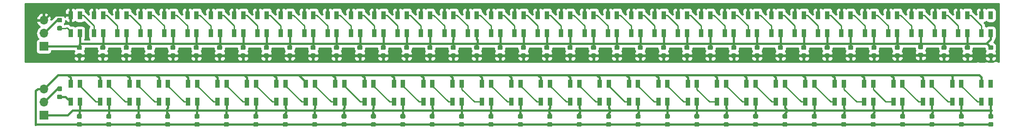
<source format=gbr>
G04 #@! TF.GenerationSoftware,KiCad,Pcbnew,(5.1.4)-1*
G04 #@! TF.CreationDate,2019-10-22T11:22:40-04:00*
G04 #@! TF.ProjectId,LitLine35mm,4c69744c-696e-4653-9335-6d6d2e6b6963,rev?*
G04 #@! TF.SameCoordinates,Original*
G04 #@! TF.FileFunction,Copper,L1,Top*
G04 #@! TF.FilePolarity,Positive*
%FSLAX46Y46*%
G04 Gerber Fmt 4.6, Leading zero omitted, Abs format (unit mm)*
G04 Created by KiCad (PCBNEW (5.1.4)-1) date 2019-10-22 11:22:40*
%MOMM*%
%LPD*%
G04 APERTURE LIST*
%ADD10R,1.700000X1.700000*%
%ADD11O,1.700000X1.700000*%
%ADD12R,0.850000X1.600000*%
%ADD13C,0.100000*%
%ADD14C,0.875000*%
%ADD15C,0.250000*%
%ADD16C,0.381000*%
%ADD17C,0.254000*%
G04 APERTURE END LIST*
D10*
X55372000Y-61341000D03*
D11*
X55372000Y-58801000D03*
X55372000Y-56261000D03*
D12*
X100184806Y-58773000D03*
X101934806Y-58773000D03*
X100184806Y-55273000D03*
X101934806Y-55273000D03*
X117174580Y-58773000D03*
X118924580Y-58773000D03*
X117174580Y-55273000D03*
X118924580Y-55273000D03*
X94521548Y-58773000D03*
X96271548Y-58773000D03*
X94521548Y-55273000D03*
X96271548Y-55273000D03*
D13*
G36*
X58697691Y-57374053D02*
G01*
X58718926Y-57377203D01*
X58739750Y-57382419D01*
X58759962Y-57389651D01*
X58779368Y-57398830D01*
X58797781Y-57409866D01*
X58815024Y-57422654D01*
X58830930Y-57437070D01*
X58845346Y-57452976D01*
X58858134Y-57470219D01*
X58869170Y-57488632D01*
X58878349Y-57508038D01*
X58885581Y-57528250D01*
X58890797Y-57549074D01*
X58893947Y-57570309D01*
X58895000Y-57591750D01*
X58895000Y-58029250D01*
X58893947Y-58050691D01*
X58890797Y-58071926D01*
X58885581Y-58092750D01*
X58878349Y-58112962D01*
X58869170Y-58132368D01*
X58858134Y-58150781D01*
X58845346Y-58168024D01*
X58830930Y-58183930D01*
X58815024Y-58198346D01*
X58797781Y-58211134D01*
X58779368Y-58222170D01*
X58759962Y-58231349D01*
X58739750Y-58238581D01*
X58718926Y-58243797D01*
X58697691Y-58246947D01*
X58676250Y-58248000D01*
X58163750Y-58248000D01*
X58142309Y-58246947D01*
X58121074Y-58243797D01*
X58100250Y-58238581D01*
X58080038Y-58231349D01*
X58060632Y-58222170D01*
X58042219Y-58211134D01*
X58024976Y-58198346D01*
X58009070Y-58183930D01*
X57994654Y-58168024D01*
X57981866Y-58150781D01*
X57970830Y-58132368D01*
X57961651Y-58112962D01*
X57954419Y-58092750D01*
X57949203Y-58071926D01*
X57946053Y-58050691D01*
X57945000Y-58029250D01*
X57945000Y-57591750D01*
X57946053Y-57570309D01*
X57949203Y-57549074D01*
X57954419Y-57528250D01*
X57961651Y-57508038D01*
X57970830Y-57488632D01*
X57981866Y-57470219D01*
X57994654Y-57452976D01*
X58009070Y-57437070D01*
X58024976Y-57422654D01*
X58042219Y-57409866D01*
X58060632Y-57398830D01*
X58080038Y-57389651D01*
X58100250Y-57382419D01*
X58121074Y-57377203D01*
X58142309Y-57374053D01*
X58163750Y-57373000D01*
X58676250Y-57373000D01*
X58697691Y-57374053D01*
X58697691Y-57374053D01*
G37*
D14*
X58420000Y-57810500D03*
D13*
G36*
X58697691Y-55799053D02*
G01*
X58718926Y-55802203D01*
X58739750Y-55807419D01*
X58759962Y-55814651D01*
X58779368Y-55823830D01*
X58797781Y-55834866D01*
X58815024Y-55847654D01*
X58830930Y-55862070D01*
X58845346Y-55877976D01*
X58858134Y-55895219D01*
X58869170Y-55913632D01*
X58878349Y-55933038D01*
X58885581Y-55953250D01*
X58890797Y-55974074D01*
X58893947Y-55995309D01*
X58895000Y-56016750D01*
X58895000Y-56454250D01*
X58893947Y-56475691D01*
X58890797Y-56496926D01*
X58885581Y-56517750D01*
X58878349Y-56537962D01*
X58869170Y-56557368D01*
X58858134Y-56575781D01*
X58845346Y-56593024D01*
X58830930Y-56608930D01*
X58815024Y-56623346D01*
X58797781Y-56636134D01*
X58779368Y-56647170D01*
X58759962Y-56656349D01*
X58739750Y-56663581D01*
X58718926Y-56668797D01*
X58697691Y-56671947D01*
X58676250Y-56673000D01*
X58163750Y-56673000D01*
X58142309Y-56671947D01*
X58121074Y-56668797D01*
X58100250Y-56663581D01*
X58080038Y-56656349D01*
X58060632Y-56647170D01*
X58042219Y-56636134D01*
X58024976Y-56623346D01*
X58009070Y-56608930D01*
X57994654Y-56593024D01*
X57981866Y-56575781D01*
X57970830Y-56557368D01*
X57961651Y-56537962D01*
X57954419Y-56517750D01*
X57949203Y-56496926D01*
X57946053Y-56475691D01*
X57945000Y-56454250D01*
X57945000Y-56016750D01*
X57946053Y-55995309D01*
X57949203Y-55974074D01*
X57954419Y-55953250D01*
X57961651Y-55933038D01*
X57970830Y-55913632D01*
X57981866Y-55895219D01*
X57994654Y-55877976D01*
X58009070Y-55862070D01*
X58024976Y-55847654D01*
X58042219Y-55834866D01*
X58060632Y-55823830D01*
X58080038Y-55814651D01*
X58100250Y-55807419D01*
X58121074Y-55802203D01*
X58142309Y-55799053D01*
X58163750Y-55798000D01*
X58676250Y-55798000D01*
X58697691Y-55799053D01*
X58697691Y-55799053D01*
G37*
D14*
X58420000Y-56235500D03*
D12*
X190796934Y-58773000D03*
X192546934Y-58773000D03*
X190796934Y-55273000D03*
X192546934Y-55273000D03*
X162480644Y-58773000D03*
X164230644Y-58773000D03*
X162480644Y-55273000D03*
X164230644Y-55273000D03*
X230439740Y-58773000D03*
X232189740Y-58773000D03*
X230439740Y-55273000D03*
X232189740Y-55273000D03*
X111511322Y-58773000D03*
X113261322Y-58773000D03*
X111511322Y-55273000D03*
X113261322Y-55273000D03*
X179470418Y-58773000D03*
X181220418Y-58773000D03*
X179470418Y-55273000D03*
X181220418Y-55273000D03*
X236103000Y-58773000D03*
X237853000Y-58773000D03*
X236103000Y-55273000D03*
X237853000Y-55273000D03*
X122837838Y-58773000D03*
X124587838Y-58773000D03*
X122837838Y-55273000D03*
X124587838Y-55273000D03*
X105848064Y-58773000D03*
X107598064Y-58773000D03*
X105848064Y-55273000D03*
X107598064Y-55273000D03*
X173807160Y-58773000D03*
X175557160Y-58773000D03*
X173807160Y-55273000D03*
X175557160Y-55273000D03*
X168143902Y-58773000D03*
X169893902Y-58773000D03*
X168143902Y-55273000D03*
X169893902Y-55273000D03*
X185133676Y-58773000D03*
X186883676Y-58773000D03*
X185133676Y-55273000D03*
X186883676Y-55273000D03*
X151154128Y-58773000D03*
X152904128Y-58773000D03*
X151154128Y-55273000D03*
X152904128Y-55273000D03*
X145490870Y-58773000D03*
X147240870Y-58773000D03*
X145490870Y-55273000D03*
X147240870Y-55273000D03*
X128501096Y-58773000D03*
X130251096Y-58773000D03*
X128501096Y-55273000D03*
X130251096Y-55273000D03*
X83195032Y-58773000D03*
X84945032Y-58773000D03*
X83195032Y-55273000D03*
X84945032Y-55273000D03*
X213449966Y-58773000D03*
X215199966Y-58773000D03*
X213449966Y-55273000D03*
X215199966Y-55273000D03*
X66205258Y-58773000D03*
X67955258Y-58773000D03*
X66205258Y-55273000D03*
X67955258Y-55273000D03*
X60542000Y-58773000D03*
X62292000Y-58773000D03*
X60542000Y-55273000D03*
X62292000Y-55273000D03*
X77531774Y-58773000D03*
X79281774Y-58773000D03*
X77531774Y-55273000D03*
X79281774Y-55273000D03*
X224776482Y-58773000D03*
X226526482Y-58773000D03*
X224776482Y-55273000D03*
X226526482Y-55273000D03*
X196460192Y-58773000D03*
X198210192Y-58773000D03*
X196460192Y-55273000D03*
X198210192Y-55273000D03*
X71868516Y-58773000D03*
X73618516Y-58773000D03*
X71868516Y-55273000D03*
X73618516Y-55273000D03*
X134164354Y-58773000D03*
X135914354Y-58773000D03*
X134164354Y-55273000D03*
X135914354Y-55273000D03*
X156817386Y-58773000D03*
X158567386Y-58773000D03*
X156817386Y-55273000D03*
X158567386Y-55273000D03*
X88858290Y-58773000D03*
X90608290Y-58773000D03*
X88858290Y-55273000D03*
X90608290Y-55273000D03*
X219113224Y-58773000D03*
X220863224Y-58773000D03*
X219113224Y-55273000D03*
X220863224Y-55273000D03*
X207786708Y-58773000D03*
X209536708Y-58773000D03*
X207786708Y-55273000D03*
X209536708Y-55273000D03*
X139827612Y-58773000D03*
X141577612Y-58773000D03*
X139827612Y-55273000D03*
X141577612Y-55273000D03*
X202123450Y-58773000D03*
X203873450Y-58773000D03*
X202123450Y-55273000D03*
X203873450Y-55273000D03*
D13*
G36*
X209819479Y-62708053D02*
G01*
X209840714Y-62711203D01*
X209861538Y-62716419D01*
X209881750Y-62723651D01*
X209901156Y-62732830D01*
X209919569Y-62743866D01*
X209936812Y-62756654D01*
X209952718Y-62771070D01*
X209967134Y-62786976D01*
X209979922Y-62804219D01*
X209990958Y-62822632D01*
X210000137Y-62842038D01*
X210007369Y-62862250D01*
X210012585Y-62883074D01*
X210015735Y-62904309D01*
X210016788Y-62925750D01*
X210016788Y-63363250D01*
X210015735Y-63384691D01*
X210012585Y-63405926D01*
X210007369Y-63426750D01*
X210000137Y-63446962D01*
X209990958Y-63466368D01*
X209979922Y-63484781D01*
X209967134Y-63502024D01*
X209952718Y-63517930D01*
X209936812Y-63532346D01*
X209919569Y-63545134D01*
X209901156Y-63556170D01*
X209881750Y-63565349D01*
X209861538Y-63572581D01*
X209840714Y-63577797D01*
X209819479Y-63580947D01*
X209798038Y-63582000D01*
X209285538Y-63582000D01*
X209264097Y-63580947D01*
X209242862Y-63577797D01*
X209222038Y-63572581D01*
X209201826Y-63565349D01*
X209182420Y-63556170D01*
X209164007Y-63545134D01*
X209146764Y-63532346D01*
X209130858Y-63517930D01*
X209116442Y-63502024D01*
X209103654Y-63484781D01*
X209092618Y-63466368D01*
X209083439Y-63446962D01*
X209076207Y-63426750D01*
X209070991Y-63405926D01*
X209067841Y-63384691D01*
X209066788Y-63363250D01*
X209066788Y-62925750D01*
X209067841Y-62904309D01*
X209070991Y-62883074D01*
X209076207Y-62862250D01*
X209083439Y-62842038D01*
X209092618Y-62822632D01*
X209103654Y-62804219D01*
X209116442Y-62786976D01*
X209130858Y-62771070D01*
X209146764Y-62756654D01*
X209164007Y-62743866D01*
X209182420Y-62732830D01*
X209201826Y-62723651D01*
X209222038Y-62716419D01*
X209242862Y-62711203D01*
X209264097Y-62708053D01*
X209285538Y-62707000D01*
X209798038Y-62707000D01*
X209819479Y-62708053D01*
X209819479Y-62708053D01*
G37*
D14*
X209541788Y-63144500D03*
D13*
G36*
X209819479Y-61133053D02*
G01*
X209840714Y-61136203D01*
X209861538Y-61141419D01*
X209881750Y-61148651D01*
X209901156Y-61157830D01*
X209919569Y-61168866D01*
X209936812Y-61181654D01*
X209952718Y-61196070D01*
X209967134Y-61211976D01*
X209979922Y-61229219D01*
X209990958Y-61247632D01*
X210000137Y-61267038D01*
X210007369Y-61287250D01*
X210012585Y-61308074D01*
X210015735Y-61329309D01*
X210016788Y-61350750D01*
X210016788Y-61788250D01*
X210015735Y-61809691D01*
X210012585Y-61830926D01*
X210007369Y-61851750D01*
X210000137Y-61871962D01*
X209990958Y-61891368D01*
X209979922Y-61909781D01*
X209967134Y-61927024D01*
X209952718Y-61942930D01*
X209936812Y-61957346D01*
X209919569Y-61970134D01*
X209901156Y-61981170D01*
X209881750Y-61990349D01*
X209861538Y-61997581D01*
X209840714Y-62002797D01*
X209819479Y-62005947D01*
X209798038Y-62007000D01*
X209285538Y-62007000D01*
X209264097Y-62005947D01*
X209242862Y-62002797D01*
X209222038Y-61997581D01*
X209201826Y-61990349D01*
X209182420Y-61981170D01*
X209164007Y-61970134D01*
X209146764Y-61957346D01*
X209130858Y-61942930D01*
X209116442Y-61927024D01*
X209103654Y-61909781D01*
X209092618Y-61891368D01*
X209083439Y-61871962D01*
X209076207Y-61851750D01*
X209070991Y-61830926D01*
X209067841Y-61809691D01*
X209066788Y-61788250D01*
X209066788Y-61350750D01*
X209067841Y-61329309D01*
X209070991Y-61308074D01*
X209076207Y-61287250D01*
X209083439Y-61267038D01*
X209092618Y-61247632D01*
X209103654Y-61229219D01*
X209116442Y-61211976D01*
X209130858Y-61196070D01*
X209146764Y-61181654D01*
X209164007Y-61168866D01*
X209182420Y-61157830D01*
X209201826Y-61148651D01*
X209222038Y-61141419D01*
X209242862Y-61136203D01*
X209264097Y-61133053D01*
X209285538Y-61132000D01*
X209798038Y-61132000D01*
X209819479Y-61133053D01*
X209819479Y-61133053D01*
G37*
D14*
X209541788Y-61569500D03*
D13*
G36*
X238148691Y-62708053D02*
G01*
X238169926Y-62711203D01*
X238190750Y-62716419D01*
X238210962Y-62723651D01*
X238230368Y-62732830D01*
X238248781Y-62743866D01*
X238266024Y-62756654D01*
X238281930Y-62771070D01*
X238296346Y-62786976D01*
X238309134Y-62804219D01*
X238320170Y-62822632D01*
X238329349Y-62842038D01*
X238336581Y-62862250D01*
X238341797Y-62883074D01*
X238344947Y-62904309D01*
X238346000Y-62925750D01*
X238346000Y-63363250D01*
X238344947Y-63384691D01*
X238341797Y-63405926D01*
X238336581Y-63426750D01*
X238329349Y-63446962D01*
X238320170Y-63466368D01*
X238309134Y-63484781D01*
X238296346Y-63502024D01*
X238281930Y-63517930D01*
X238266024Y-63532346D01*
X238248781Y-63545134D01*
X238230368Y-63556170D01*
X238210962Y-63565349D01*
X238190750Y-63572581D01*
X238169926Y-63577797D01*
X238148691Y-63580947D01*
X238127250Y-63582000D01*
X237614750Y-63582000D01*
X237593309Y-63580947D01*
X237572074Y-63577797D01*
X237551250Y-63572581D01*
X237531038Y-63565349D01*
X237511632Y-63556170D01*
X237493219Y-63545134D01*
X237475976Y-63532346D01*
X237460070Y-63517930D01*
X237445654Y-63502024D01*
X237432866Y-63484781D01*
X237421830Y-63466368D01*
X237412651Y-63446962D01*
X237405419Y-63426750D01*
X237400203Y-63405926D01*
X237397053Y-63384691D01*
X237396000Y-63363250D01*
X237396000Y-62925750D01*
X237397053Y-62904309D01*
X237400203Y-62883074D01*
X237405419Y-62862250D01*
X237412651Y-62842038D01*
X237421830Y-62822632D01*
X237432866Y-62804219D01*
X237445654Y-62786976D01*
X237460070Y-62771070D01*
X237475976Y-62756654D01*
X237493219Y-62743866D01*
X237511632Y-62732830D01*
X237531038Y-62723651D01*
X237551250Y-62716419D01*
X237572074Y-62711203D01*
X237593309Y-62708053D01*
X237614750Y-62707000D01*
X238127250Y-62707000D01*
X238148691Y-62708053D01*
X238148691Y-62708053D01*
G37*
D14*
X237871000Y-63144500D03*
D13*
G36*
X238148691Y-61133053D02*
G01*
X238169926Y-61136203D01*
X238190750Y-61141419D01*
X238210962Y-61148651D01*
X238230368Y-61157830D01*
X238248781Y-61168866D01*
X238266024Y-61181654D01*
X238281930Y-61196070D01*
X238296346Y-61211976D01*
X238309134Y-61229219D01*
X238320170Y-61247632D01*
X238329349Y-61267038D01*
X238336581Y-61287250D01*
X238341797Y-61308074D01*
X238344947Y-61329309D01*
X238346000Y-61350750D01*
X238346000Y-61788250D01*
X238344947Y-61809691D01*
X238341797Y-61830926D01*
X238336581Y-61851750D01*
X238329349Y-61871962D01*
X238320170Y-61891368D01*
X238309134Y-61909781D01*
X238296346Y-61927024D01*
X238281930Y-61942930D01*
X238266024Y-61957346D01*
X238248781Y-61970134D01*
X238230368Y-61981170D01*
X238210962Y-61990349D01*
X238190750Y-61997581D01*
X238169926Y-62002797D01*
X238148691Y-62005947D01*
X238127250Y-62007000D01*
X237614750Y-62007000D01*
X237593309Y-62005947D01*
X237572074Y-62002797D01*
X237551250Y-61997581D01*
X237531038Y-61990349D01*
X237511632Y-61981170D01*
X237493219Y-61970134D01*
X237475976Y-61957346D01*
X237460070Y-61942930D01*
X237445654Y-61927024D01*
X237432866Y-61909781D01*
X237421830Y-61891368D01*
X237412651Y-61871962D01*
X237405419Y-61851750D01*
X237400203Y-61830926D01*
X237397053Y-61809691D01*
X237396000Y-61788250D01*
X237396000Y-61350750D01*
X237397053Y-61329309D01*
X237400203Y-61308074D01*
X237405419Y-61287250D01*
X237412651Y-61267038D01*
X237421830Y-61247632D01*
X237432866Y-61229219D01*
X237445654Y-61211976D01*
X237460070Y-61196070D01*
X237475976Y-61181654D01*
X237493219Y-61168866D01*
X237511632Y-61157830D01*
X237531038Y-61148651D01*
X237551250Y-61141419D01*
X237572074Y-61136203D01*
X237593309Y-61133053D01*
X237614750Y-61132000D01*
X238127250Y-61132000D01*
X238148691Y-61133053D01*
X238148691Y-61133053D01*
G37*
D14*
X237871000Y-61569500D03*
D13*
G36*
X232482831Y-62708053D02*
G01*
X232504066Y-62711203D01*
X232524890Y-62716419D01*
X232545102Y-62723651D01*
X232564508Y-62732830D01*
X232582921Y-62743866D01*
X232600164Y-62756654D01*
X232616070Y-62771070D01*
X232630486Y-62786976D01*
X232643274Y-62804219D01*
X232654310Y-62822632D01*
X232663489Y-62842038D01*
X232670721Y-62862250D01*
X232675937Y-62883074D01*
X232679087Y-62904309D01*
X232680140Y-62925750D01*
X232680140Y-63363250D01*
X232679087Y-63384691D01*
X232675937Y-63405926D01*
X232670721Y-63426750D01*
X232663489Y-63446962D01*
X232654310Y-63466368D01*
X232643274Y-63484781D01*
X232630486Y-63502024D01*
X232616070Y-63517930D01*
X232600164Y-63532346D01*
X232582921Y-63545134D01*
X232564508Y-63556170D01*
X232545102Y-63565349D01*
X232524890Y-63572581D01*
X232504066Y-63577797D01*
X232482831Y-63580947D01*
X232461390Y-63582000D01*
X231948890Y-63582000D01*
X231927449Y-63580947D01*
X231906214Y-63577797D01*
X231885390Y-63572581D01*
X231865178Y-63565349D01*
X231845772Y-63556170D01*
X231827359Y-63545134D01*
X231810116Y-63532346D01*
X231794210Y-63517930D01*
X231779794Y-63502024D01*
X231767006Y-63484781D01*
X231755970Y-63466368D01*
X231746791Y-63446962D01*
X231739559Y-63426750D01*
X231734343Y-63405926D01*
X231731193Y-63384691D01*
X231730140Y-63363250D01*
X231730140Y-62925750D01*
X231731193Y-62904309D01*
X231734343Y-62883074D01*
X231739559Y-62862250D01*
X231746791Y-62842038D01*
X231755970Y-62822632D01*
X231767006Y-62804219D01*
X231779794Y-62786976D01*
X231794210Y-62771070D01*
X231810116Y-62756654D01*
X231827359Y-62743866D01*
X231845772Y-62732830D01*
X231865178Y-62723651D01*
X231885390Y-62716419D01*
X231906214Y-62711203D01*
X231927449Y-62708053D01*
X231948890Y-62707000D01*
X232461390Y-62707000D01*
X232482831Y-62708053D01*
X232482831Y-62708053D01*
G37*
D14*
X232205140Y-63144500D03*
D13*
G36*
X232482831Y-61133053D02*
G01*
X232504066Y-61136203D01*
X232524890Y-61141419D01*
X232545102Y-61148651D01*
X232564508Y-61157830D01*
X232582921Y-61168866D01*
X232600164Y-61181654D01*
X232616070Y-61196070D01*
X232630486Y-61211976D01*
X232643274Y-61229219D01*
X232654310Y-61247632D01*
X232663489Y-61267038D01*
X232670721Y-61287250D01*
X232675937Y-61308074D01*
X232679087Y-61329309D01*
X232680140Y-61350750D01*
X232680140Y-61788250D01*
X232679087Y-61809691D01*
X232675937Y-61830926D01*
X232670721Y-61851750D01*
X232663489Y-61871962D01*
X232654310Y-61891368D01*
X232643274Y-61909781D01*
X232630486Y-61927024D01*
X232616070Y-61942930D01*
X232600164Y-61957346D01*
X232582921Y-61970134D01*
X232564508Y-61981170D01*
X232545102Y-61990349D01*
X232524890Y-61997581D01*
X232504066Y-62002797D01*
X232482831Y-62005947D01*
X232461390Y-62007000D01*
X231948890Y-62007000D01*
X231927449Y-62005947D01*
X231906214Y-62002797D01*
X231885390Y-61997581D01*
X231865178Y-61990349D01*
X231845772Y-61981170D01*
X231827359Y-61970134D01*
X231810116Y-61957346D01*
X231794210Y-61942930D01*
X231779794Y-61927024D01*
X231767006Y-61909781D01*
X231755970Y-61891368D01*
X231746791Y-61871962D01*
X231739559Y-61851750D01*
X231734343Y-61830926D01*
X231731193Y-61809691D01*
X231730140Y-61788250D01*
X231730140Y-61350750D01*
X231731193Y-61329309D01*
X231734343Y-61308074D01*
X231739559Y-61287250D01*
X231746791Y-61267038D01*
X231755970Y-61247632D01*
X231767006Y-61229219D01*
X231779794Y-61211976D01*
X231794210Y-61196070D01*
X231810116Y-61181654D01*
X231827359Y-61168866D01*
X231845772Y-61157830D01*
X231865178Y-61148651D01*
X231885390Y-61141419D01*
X231906214Y-61136203D01*
X231927449Y-61133053D01*
X231948890Y-61132000D01*
X232461390Y-61132000D01*
X232482831Y-61133053D01*
X232482831Y-61133053D01*
G37*
D14*
X232205140Y-61569500D03*
D13*
G36*
X226816993Y-62708053D02*
G01*
X226838228Y-62711203D01*
X226859052Y-62716419D01*
X226879264Y-62723651D01*
X226898670Y-62732830D01*
X226917083Y-62743866D01*
X226934326Y-62756654D01*
X226950232Y-62771070D01*
X226964648Y-62786976D01*
X226977436Y-62804219D01*
X226988472Y-62822632D01*
X226997651Y-62842038D01*
X227004883Y-62862250D01*
X227010099Y-62883074D01*
X227013249Y-62904309D01*
X227014302Y-62925750D01*
X227014302Y-63363250D01*
X227013249Y-63384691D01*
X227010099Y-63405926D01*
X227004883Y-63426750D01*
X226997651Y-63446962D01*
X226988472Y-63466368D01*
X226977436Y-63484781D01*
X226964648Y-63502024D01*
X226950232Y-63517930D01*
X226934326Y-63532346D01*
X226917083Y-63545134D01*
X226898670Y-63556170D01*
X226879264Y-63565349D01*
X226859052Y-63572581D01*
X226838228Y-63577797D01*
X226816993Y-63580947D01*
X226795552Y-63582000D01*
X226283052Y-63582000D01*
X226261611Y-63580947D01*
X226240376Y-63577797D01*
X226219552Y-63572581D01*
X226199340Y-63565349D01*
X226179934Y-63556170D01*
X226161521Y-63545134D01*
X226144278Y-63532346D01*
X226128372Y-63517930D01*
X226113956Y-63502024D01*
X226101168Y-63484781D01*
X226090132Y-63466368D01*
X226080953Y-63446962D01*
X226073721Y-63426750D01*
X226068505Y-63405926D01*
X226065355Y-63384691D01*
X226064302Y-63363250D01*
X226064302Y-62925750D01*
X226065355Y-62904309D01*
X226068505Y-62883074D01*
X226073721Y-62862250D01*
X226080953Y-62842038D01*
X226090132Y-62822632D01*
X226101168Y-62804219D01*
X226113956Y-62786976D01*
X226128372Y-62771070D01*
X226144278Y-62756654D01*
X226161521Y-62743866D01*
X226179934Y-62732830D01*
X226199340Y-62723651D01*
X226219552Y-62716419D01*
X226240376Y-62711203D01*
X226261611Y-62708053D01*
X226283052Y-62707000D01*
X226795552Y-62707000D01*
X226816993Y-62708053D01*
X226816993Y-62708053D01*
G37*
D14*
X226539302Y-63144500D03*
D13*
G36*
X226816993Y-61133053D02*
G01*
X226838228Y-61136203D01*
X226859052Y-61141419D01*
X226879264Y-61148651D01*
X226898670Y-61157830D01*
X226917083Y-61168866D01*
X226934326Y-61181654D01*
X226950232Y-61196070D01*
X226964648Y-61211976D01*
X226977436Y-61229219D01*
X226988472Y-61247632D01*
X226997651Y-61267038D01*
X227004883Y-61287250D01*
X227010099Y-61308074D01*
X227013249Y-61329309D01*
X227014302Y-61350750D01*
X227014302Y-61788250D01*
X227013249Y-61809691D01*
X227010099Y-61830926D01*
X227004883Y-61851750D01*
X226997651Y-61871962D01*
X226988472Y-61891368D01*
X226977436Y-61909781D01*
X226964648Y-61927024D01*
X226950232Y-61942930D01*
X226934326Y-61957346D01*
X226917083Y-61970134D01*
X226898670Y-61981170D01*
X226879264Y-61990349D01*
X226859052Y-61997581D01*
X226838228Y-62002797D01*
X226816993Y-62005947D01*
X226795552Y-62007000D01*
X226283052Y-62007000D01*
X226261611Y-62005947D01*
X226240376Y-62002797D01*
X226219552Y-61997581D01*
X226199340Y-61990349D01*
X226179934Y-61981170D01*
X226161521Y-61970134D01*
X226144278Y-61957346D01*
X226128372Y-61942930D01*
X226113956Y-61927024D01*
X226101168Y-61909781D01*
X226090132Y-61891368D01*
X226080953Y-61871962D01*
X226073721Y-61851750D01*
X226068505Y-61830926D01*
X226065355Y-61809691D01*
X226064302Y-61788250D01*
X226064302Y-61350750D01*
X226065355Y-61329309D01*
X226068505Y-61308074D01*
X226073721Y-61287250D01*
X226080953Y-61267038D01*
X226090132Y-61247632D01*
X226101168Y-61229219D01*
X226113956Y-61211976D01*
X226128372Y-61196070D01*
X226144278Y-61181654D01*
X226161521Y-61168866D01*
X226179934Y-61157830D01*
X226199340Y-61148651D01*
X226219552Y-61141419D01*
X226240376Y-61136203D01*
X226261611Y-61133053D01*
X226283052Y-61132000D01*
X226795552Y-61132000D01*
X226816993Y-61133053D01*
X226816993Y-61133053D01*
G37*
D14*
X226539302Y-61569500D03*
D13*
G36*
X221151155Y-62708053D02*
G01*
X221172390Y-62711203D01*
X221193214Y-62716419D01*
X221213426Y-62723651D01*
X221232832Y-62732830D01*
X221251245Y-62743866D01*
X221268488Y-62756654D01*
X221284394Y-62771070D01*
X221298810Y-62786976D01*
X221311598Y-62804219D01*
X221322634Y-62822632D01*
X221331813Y-62842038D01*
X221339045Y-62862250D01*
X221344261Y-62883074D01*
X221347411Y-62904309D01*
X221348464Y-62925750D01*
X221348464Y-63363250D01*
X221347411Y-63384691D01*
X221344261Y-63405926D01*
X221339045Y-63426750D01*
X221331813Y-63446962D01*
X221322634Y-63466368D01*
X221311598Y-63484781D01*
X221298810Y-63502024D01*
X221284394Y-63517930D01*
X221268488Y-63532346D01*
X221251245Y-63545134D01*
X221232832Y-63556170D01*
X221213426Y-63565349D01*
X221193214Y-63572581D01*
X221172390Y-63577797D01*
X221151155Y-63580947D01*
X221129714Y-63582000D01*
X220617214Y-63582000D01*
X220595773Y-63580947D01*
X220574538Y-63577797D01*
X220553714Y-63572581D01*
X220533502Y-63565349D01*
X220514096Y-63556170D01*
X220495683Y-63545134D01*
X220478440Y-63532346D01*
X220462534Y-63517930D01*
X220448118Y-63502024D01*
X220435330Y-63484781D01*
X220424294Y-63466368D01*
X220415115Y-63446962D01*
X220407883Y-63426750D01*
X220402667Y-63405926D01*
X220399517Y-63384691D01*
X220398464Y-63363250D01*
X220398464Y-62925750D01*
X220399517Y-62904309D01*
X220402667Y-62883074D01*
X220407883Y-62862250D01*
X220415115Y-62842038D01*
X220424294Y-62822632D01*
X220435330Y-62804219D01*
X220448118Y-62786976D01*
X220462534Y-62771070D01*
X220478440Y-62756654D01*
X220495683Y-62743866D01*
X220514096Y-62732830D01*
X220533502Y-62723651D01*
X220553714Y-62716419D01*
X220574538Y-62711203D01*
X220595773Y-62708053D01*
X220617214Y-62707000D01*
X221129714Y-62707000D01*
X221151155Y-62708053D01*
X221151155Y-62708053D01*
G37*
D14*
X220873464Y-63144500D03*
D13*
G36*
X221151155Y-61133053D02*
G01*
X221172390Y-61136203D01*
X221193214Y-61141419D01*
X221213426Y-61148651D01*
X221232832Y-61157830D01*
X221251245Y-61168866D01*
X221268488Y-61181654D01*
X221284394Y-61196070D01*
X221298810Y-61211976D01*
X221311598Y-61229219D01*
X221322634Y-61247632D01*
X221331813Y-61267038D01*
X221339045Y-61287250D01*
X221344261Y-61308074D01*
X221347411Y-61329309D01*
X221348464Y-61350750D01*
X221348464Y-61788250D01*
X221347411Y-61809691D01*
X221344261Y-61830926D01*
X221339045Y-61851750D01*
X221331813Y-61871962D01*
X221322634Y-61891368D01*
X221311598Y-61909781D01*
X221298810Y-61927024D01*
X221284394Y-61942930D01*
X221268488Y-61957346D01*
X221251245Y-61970134D01*
X221232832Y-61981170D01*
X221213426Y-61990349D01*
X221193214Y-61997581D01*
X221172390Y-62002797D01*
X221151155Y-62005947D01*
X221129714Y-62007000D01*
X220617214Y-62007000D01*
X220595773Y-62005947D01*
X220574538Y-62002797D01*
X220553714Y-61997581D01*
X220533502Y-61990349D01*
X220514096Y-61981170D01*
X220495683Y-61970134D01*
X220478440Y-61957346D01*
X220462534Y-61942930D01*
X220448118Y-61927024D01*
X220435330Y-61909781D01*
X220424294Y-61891368D01*
X220415115Y-61871962D01*
X220407883Y-61851750D01*
X220402667Y-61830926D01*
X220399517Y-61809691D01*
X220398464Y-61788250D01*
X220398464Y-61350750D01*
X220399517Y-61329309D01*
X220402667Y-61308074D01*
X220407883Y-61287250D01*
X220415115Y-61267038D01*
X220424294Y-61247632D01*
X220435330Y-61229219D01*
X220448118Y-61211976D01*
X220462534Y-61196070D01*
X220478440Y-61181654D01*
X220495683Y-61168866D01*
X220514096Y-61157830D01*
X220533502Y-61148651D01*
X220553714Y-61141419D01*
X220574538Y-61136203D01*
X220595773Y-61133053D01*
X220617214Y-61132000D01*
X221129714Y-61132000D01*
X221151155Y-61133053D01*
X221151155Y-61133053D01*
G37*
D14*
X220873464Y-61569500D03*
D13*
G36*
X181490289Y-62708053D02*
G01*
X181511524Y-62711203D01*
X181532348Y-62716419D01*
X181552560Y-62723651D01*
X181571966Y-62732830D01*
X181590379Y-62743866D01*
X181607622Y-62756654D01*
X181623528Y-62771070D01*
X181637944Y-62786976D01*
X181650732Y-62804219D01*
X181661768Y-62822632D01*
X181670947Y-62842038D01*
X181678179Y-62862250D01*
X181683395Y-62883074D01*
X181686545Y-62904309D01*
X181687598Y-62925750D01*
X181687598Y-63363250D01*
X181686545Y-63384691D01*
X181683395Y-63405926D01*
X181678179Y-63426750D01*
X181670947Y-63446962D01*
X181661768Y-63466368D01*
X181650732Y-63484781D01*
X181637944Y-63502024D01*
X181623528Y-63517930D01*
X181607622Y-63532346D01*
X181590379Y-63545134D01*
X181571966Y-63556170D01*
X181552560Y-63565349D01*
X181532348Y-63572581D01*
X181511524Y-63577797D01*
X181490289Y-63580947D01*
X181468848Y-63582000D01*
X180956348Y-63582000D01*
X180934907Y-63580947D01*
X180913672Y-63577797D01*
X180892848Y-63572581D01*
X180872636Y-63565349D01*
X180853230Y-63556170D01*
X180834817Y-63545134D01*
X180817574Y-63532346D01*
X180801668Y-63517930D01*
X180787252Y-63502024D01*
X180774464Y-63484781D01*
X180763428Y-63466368D01*
X180754249Y-63446962D01*
X180747017Y-63426750D01*
X180741801Y-63405926D01*
X180738651Y-63384691D01*
X180737598Y-63363250D01*
X180737598Y-62925750D01*
X180738651Y-62904309D01*
X180741801Y-62883074D01*
X180747017Y-62862250D01*
X180754249Y-62842038D01*
X180763428Y-62822632D01*
X180774464Y-62804219D01*
X180787252Y-62786976D01*
X180801668Y-62771070D01*
X180817574Y-62756654D01*
X180834817Y-62743866D01*
X180853230Y-62732830D01*
X180872636Y-62723651D01*
X180892848Y-62716419D01*
X180913672Y-62711203D01*
X180934907Y-62708053D01*
X180956348Y-62707000D01*
X181468848Y-62707000D01*
X181490289Y-62708053D01*
X181490289Y-62708053D01*
G37*
D14*
X181212598Y-63144500D03*
D13*
G36*
X181490289Y-61133053D02*
G01*
X181511524Y-61136203D01*
X181532348Y-61141419D01*
X181552560Y-61148651D01*
X181571966Y-61157830D01*
X181590379Y-61168866D01*
X181607622Y-61181654D01*
X181623528Y-61196070D01*
X181637944Y-61211976D01*
X181650732Y-61229219D01*
X181661768Y-61247632D01*
X181670947Y-61267038D01*
X181678179Y-61287250D01*
X181683395Y-61308074D01*
X181686545Y-61329309D01*
X181687598Y-61350750D01*
X181687598Y-61788250D01*
X181686545Y-61809691D01*
X181683395Y-61830926D01*
X181678179Y-61851750D01*
X181670947Y-61871962D01*
X181661768Y-61891368D01*
X181650732Y-61909781D01*
X181637944Y-61927024D01*
X181623528Y-61942930D01*
X181607622Y-61957346D01*
X181590379Y-61970134D01*
X181571966Y-61981170D01*
X181552560Y-61990349D01*
X181532348Y-61997581D01*
X181511524Y-62002797D01*
X181490289Y-62005947D01*
X181468848Y-62007000D01*
X180956348Y-62007000D01*
X180934907Y-62005947D01*
X180913672Y-62002797D01*
X180892848Y-61997581D01*
X180872636Y-61990349D01*
X180853230Y-61981170D01*
X180834817Y-61970134D01*
X180817574Y-61957346D01*
X180801668Y-61942930D01*
X180787252Y-61927024D01*
X180774464Y-61909781D01*
X180763428Y-61891368D01*
X180754249Y-61871962D01*
X180747017Y-61851750D01*
X180741801Y-61830926D01*
X180738651Y-61809691D01*
X180737598Y-61788250D01*
X180737598Y-61350750D01*
X180738651Y-61329309D01*
X180741801Y-61308074D01*
X180747017Y-61287250D01*
X180754249Y-61267038D01*
X180763428Y-61247632D01*
X180774464Y-61229219D01*
X180787252Y-61211976D01*
X180801668Y-61196070D01*
X180817574Y-61181654D01*
X180834817Y-61168866D01*
X180853230Y-61157830D01*
X180872636Y-61148651D01*
X180892848Y-61141419D01*
X180913672Y-61136203D01*
X180934907Y-61133053D01*
X180956348Y-61132000D01*
X181468848Y-61132000D01*
X181490289Y-61133053D01*
X181490289Y-61133053D01*
G37*
D14*
X181212598Y-61569500D03*
D13*
G36*
X62507691Y-62708053D02*
G01*
X62528926Y-62711203D01*
X62549750Y-62716419D01*
X62569962Y-62723651D01*
X62589368Y-62732830D01*
X62607781Y-62743866D01*
X62625024Y-62756654D01*
X62640930Y-62771070D01*
X62655346Y-62786976D01*
X62668134Y-62804219D01*
X62679170Y-62822632D01*
X62688349Y-62842038D01*
X62695581Y-62862250D01*
X62700797Y-62883074D01*
X62703947Y-62904309D01*
X62705000Y-62925750D01*
X62705000Y-63363250D01*
X62703947Y-63384691D01*
X62700797Y-63405926D01*
X62695581Y-63426750D01*
X62688349Y-63446962D01*
X62679170Y-63466368D01*
X62668134Y-63484781D01*
X62655346Y-63502024D01*
X62640930Y-63517930D01*
X62625024Y-63532346D01*
X62607781Y-63545134D01*
X62589368Y-63556170D01*
X62569962Y-63565349D01*
X62549750Y-63572581D01*
X62528926Y-63577797D01*
X62507691Y-63580947D01*
X62486250Y-63582000D01*
X61973750Y-63582000D01*
X61952309Y-63580947D01*
X61931074Y-63577797D01*
X61910250Y-63572581D01*
X61890038Y-63565349D01*
X61870632Y-63556170D01*
X61852219Y-63545134D01*
X61834976Y-63532346D01*
X61819070Y-63517930D01*
X61804654Y-63502024D01*
X61791866Y-63484781D01*
X61780830Y-63466368D01*
X61771651Y-63446962D01*
X61764419Y-63426750D01*
X61759203Y-63405926D01*
X61756053Y-63384691D01*
X61755000Y-63363250D01*
X61755000Y-62925750D01*
X61756053Y-62904309D01*
X61759203Y-62883074D01*
X61764419Y-62862250D01*
X61771651Y-62842038D01*
X61780830Y-62822632D01*
X61791866Y-62804219D01*
X61804654Y-62786976D01*
X61819070Y-62771070D01*
X61834976Y-62756654D01*
X61852219Y-62743866D01*
X61870632Y-62732830D01*
X61890038Y-62723651D01*
X61910250Y-62716419D01*
X61931074Y-62711203D01*
X61952309Y-62708053D01*
X61973750Y-62707000D01*
X62486250Y-62707000D01*
X62507691Y-62708053D01*
X62507691Y-62708053D01*
G37*
D14*
X62230000Y-63144500D03*
D13*
G36*
X62507691Y-61133053D02*
G01*
X62528926Y-61136203D01*
X62549750Y-61141419D01*
X62569962Y-61148651D01*
X62589368Y-61157830D01*
X62607781Y-61168866D01*
X62625024Y-61181654D01*
X62640930Y-61196070D01*
X62655346Y-61211976D01*
X62668134Y-61229219D01*
X62679170Y-61247632D01*
X62688349Y-61267038D01*
X62695581Y-61287250D01*
X62700797Y-61308074D01*
X62703947Y-61329309D01*
X62705000Y-61350750D01*
X62705000Y-61788250D01*
X62703947Y-61809691D01*
X62700797Y-61830926D01*
X62695581Y-61851750D01*
X62688349Y-61871962D01*
X62679170Y-61891368D01*
X62668134Y-61909781D01*
X62655346Y-61927024D01*
X62640930Y-61942930D01*
X62625024Y-61957346D01*
X62607781Y-61970134D01*
X62589368Y-61981170D01*
X62569962Y-61990349D01*
X62549750Y-61997581D01*
X62528926Y-62002797D01*
X62507691Y-62005947D01*
X62486250Y-62007000D01*
X61973750Y-62007000D01*
X61952309Y-62005947D01*
X61931074Y-62002797D01*
X61910250Y-61997581D01*
X61890038Y-61990349D01*
X61870632Y-61981170D01*
X61852219Y-61970134D01*
X61834976Y-61957346D01*
X61819070Y-61942930D01*
X61804654Y-61927024D01*
X61791866Y-61909781D01*
X61780830Y-61891368D01*
X61771651Y-61871962D01*
X61764419Y-61851750D01*
X61759203Y-61830926D01*
X61756053Y-61809691D01*
X61755000Y-61788250D01*
X61755000Y-61350750D01*
X61756053Y-61329309D01*
X61759203Y-61308074D01*
X61764419Y-61287250D01*
X61771651Y-61267038D01*
X61780830Y-61247632D01*
X61791866Y-61229219D01*
X61804654Y-61211976D01*
X61819070Y-61196070D01*
X61834976Y-61181654D01*
X61852219Y-61168866D01*
X61870632Y-61157830D01*
X61890038Y-61148651D01*
X61910250Y-61141419D01*
X61931074Y-61136203D01*
X61952309Y-61133053D01*
X61973750Y-61132000D01*
X62486250Y-61132000D01*
X62507691Y-61133053D01*
X62507691Y-61133053D01*
G37*
D14*
X62230000Y-61569500D03*
D13*
G36*
X204153641Y-62708053D02*
G01*
X204174876Y-62711203D01*
X204195700Y-62716419D01*
X204215912Y-62723651D01*
X204235318Y-62732830D01*
X204253731Y-62743866D01*
X204270974Y-62756654D01*
X204286880Y-62771070D01*
X204301296Y-62786976D01*
X204314084Y-62804219D01*
X204325120Y-62822632D01*
X204334299Y-62842038D01*
X204341531Y-62862250D01*
X204346747Y-62883074D01*
X204349897Y-62904309D01*
X204350950Y-62925750D01*
X204350950Y-63363250D01*
X204349897Y-63384691D01*
X204346747Y-63405926D01*
X204341531Y-63426750D01*
X204334299Y-63446962D01*
X204325120Y-63466368D01*
X204314084Y-63484781D01*
X204301296Y-63502024D01*
X204286880Y-63517930D01*
X204270974Y-63532346D01*
X204253731Y-63545134D01*
X204235318Y-63556170D01*
X204215912Y-63565349D01*
X204195700Y-63572581D01*
X204174876Y-63577797D01*
X204153641Y-63580947D01*
X204132200Y-63582000D01*
X203619700Y-63582000D01*
X203598259Y-63580947D01*
X203577024Y-63577797D01*
X203556200Y-63572581D01*
X203535988Y-63565349D01*
X203516582Y-63556170D01*
X203498169Y-63545134D01*
X203480926Y-63532346D01*
X203465020Y-63517930D01*
X203450604Y-63502024D01*
X203437816Y-63484781D01*
X203426780Y-63466368D01*
X203417601Y-63446962D01*
X203410369Y-63426750D01*
X203405153Y-63405926D01*
X203402003Y-63384691D01*
X203400950Y-63363250D01*
X203400950Y-62925750D01*
X203402003Y-62904309D01*
X203405153Y-62883074D01*
X203410369Y-62862250D01*
X203417601Y-62842038D01*
X203426780Y-62822632D01*
X203437816Y-62804219D01*
X203450604Y-62786976D01*
X203465020Y-62771070D01*
X203480926Y-62756654D01*
X203498169Y-62743866D01*
X203516582Y-62732830D01*
X203535988Y-62723651D01*
X203556200Y-62716419D01*
X203577024Y-62711203D01*
X203598259Y-62708053D01*
X203619700Y-62707000D01*
X204132200Y-62707000D01*
X204153641Y-62708053D01*
X204153641Y-62708053D01*
G37*
D14*
X203875950Y-63144500D03*
D13*
G36*
X204153641Y-61133053D02*
G01*
X204174876Y-61136203D01*
X204195700Y-61141419D01*
X204215912Y-61148651D01*
X204235318Y-61157830D01*
X204253731Y-61168866D01*
X204270974Y-61181654D01*
X204286880Y-61196070D01*
X204301296Y-61211976D01*
X204314084Y-61229219D01*
X204325120Y-61247632D01*
X204334299Y-61267038D01*
X204341531Y-61287250D01*
X204346747Y-61308074D01*
X204349897Y-61329309D01*
X204350950Y-61350750D01*
X204350950Y-61788250D01*
X204349897Y-61809691D01*
X204346747Y-61830926D01*
X204341531Y-61851750D01*
X204334299Y-61871962D01*
X204325120Y-61891368D01*
X204314084Y-61909781D01*
X204301296Y-61927024D01*
X204286880Y-61942930D01*
X204270974Y-61957346D01*
X204253731Y-61970134D01*
X204235318Y-61981170D01*
X204215912Y-61990349D01*
X204195700Y-61997581D01*
X204174876Y-62002797D01*
X204153641Y-62005947D01*
X204132200Y-62007000D01*
X203619700Y-62007000D01*
X203598259Y-62005947D01*
X203577024Y-62002797D01*
X203556200Y-61997581D01*
X203535988Y-61990349D01*
X203516582Y-61981170D01*
X203498169Y-61970134D01*
X203480926Y-61957346D01*
X203465020Y-61942930D01*
X203450604Y-61927024D01*
X203437816Y-61909781D01*
X203426780Y-61891368D01*
X203417601Y-61871962D01*
X203410369Y-61851750D01*
X203405153Y-61830926D01*
X203402003Y-61809691D01*
X203400950Y-61788250D01*
X203400950Y-61350750D01*
X203402003Y-61329309D01*
X203405153Y-61308074D01*
X203410369Y-61287250D01*
X203417601Y-61267038D01*
X203426780Y-61247632D01*
X203437816Y-61229219D01*
X203450604Y-61211976D01*
X203465020Y-61196070D01*
X203480926Y-61181654D01*
X203498169Y-61168866D01*
X203516582Y-61157830D01*
X203535988Y-61148651D01*
X203556200Y-61141419D01*
X203577024Y-61136203D01*
X203598259Y-61133053D01*
X203619700Y-61132000D01*
X204132200Y-61132000D01*
X204153641Y-61133053D01*
X204153641Y-61133053D01*
G37*
D14*
X203875950Y-61569500D03*
D13*
G36*
X170158613Y-62708053D02*
G01*
X170179848Y-62711203D01*
X170200672Y-62716419D01*
X170220884Y-62723651D01*
X170240290Y-62732830D01*
X170258703Y-62743866D01*
X170275946Y-62756654D01*
X170291852Y-62771070D01*
X170306268Y-62786976D01*
X170319056Y-62804219D01*
X170330092Y-62822632D01*
X170339271Y-62842038D01*
X170346503Y-62862250D01*
X170351719Y-62883074D01*
X170354869Y-62904309D01*
X170355922Y-62925750D01*
X170355922Y-63363250D01*
X170354869Y-63384691D01*
X170351719Y-63405926D01*
X170346503Y-63426750D01*
X170339271Y-63446962D01*
X170330092Y-63466368D01*
X170319056Y-63484781D01*
X170306268Y-63502024D01*
X170291852Y-63517930D01*
X170275946Y-63532346D01*
X170258703Y-63545134D01*
X170240290Y-63556170D01*
X170220884Y-63565349D01*
X170200672Y-63572581D01*
X170179848Y-63577797D01*
X170158613Y-63580947D01*
X170137172Y-63582000D01*
X169624672Y-63582000D01*
X169603231Y-63580947D01*
X169581996Y-63577797D01*
X169561172Y-63572581D01*
X169540960Y-63565349D01*
X169521554Y-63556170D01*
X169503141Y-63545134D01*
X169485898Y-63532346D01*
X169469992Y-63517930D01*
X169455576Y-63502024D01*
X169442788Y-63484781D01*
X169431752Y-63466368D01*
X169422573Y-63446962D01*
X169415341Y-63426750D01*
X169410125Y-63405926D01*
X169406975Y-63384691D01*
X169405922Y-63363250D01*
X169405922Y-62925750D01*
X169406975Y-62904309D01*
X169410125Y-62883074D01*
X169415341Y-62862250D01*
X169422573Y-62842038D01*
X169431752Y-62822632D01*
X169442788Y-62804219D01*
X169455576Y-62786976D01*
X169469992Y-62771070D01*
X169485898Y-62756654D01*
X169503141Y-62743866D01*
X169521554Y-62732830D01*
X169540960Y-62723651D01*
X169561172Y-62716419D01*
X169581996Y-62711203D01*
X169603231Y-62708053D01*
X169624672Y-62707000D01*
X170137172Y-62707000D01*
X170158613Y-62708053D01*
X170158613Y-62708053D01*
G37*
D14*
X169880922Y-63144500D03*
D13*
G36*
X170158613Y-61133053D02*
G01*
X170179848Y-61136203D01*
X170200672Y-61141419D01*
X170220884Y-61148651D01*
X170240290Y-61157830D01*
X170258703Y-61168866D01*
X170275946Y-61181654D01*
X170291852Y-61196070D01*
X170306268Y-61211976D01*
X170319056Y-61229219D01*
X170330092Y-61247632D01*
X170339271Y-61267038D01*
X170346503Y-61287250D01*
X170351719Y-61308074D01*
X170354869Y-61329309D01*
X170355922Y-61350750D01*
X170355922Y-61788250D01*
X170354869Y-61809691D01*
X170351719Y-61830926D01*
X170346503Y-61851750D01*
X170339271Y-61871962D01*
X170330092Y-61891368D01*
X170319056Y-61909781D01*
X170306268Y-61927024D01*
X170291852Y-61942930D01*
X170275946Y-61957346D01*
X170258703Y-61970134D01*
X170240290Y-61981170D01*
X170220884Y-61990349D01*
X170200672Y-61997581D01*
X170179848Y-62002797D01*
X170158613Y-62005947D01*
X170137172Y-62007000D01*
X169624672Y-62007000D01*
X169603231Y-62005947D01*
X169581996Y-62002797D01*
X169561172Y-61997581D01*
X169540960Y-61990349D01*
X169521554Y-61981170D01*
X169503141Y-61970134D01*
X169485898Y-61957346D01*
X169469992Y-61942930D01*
X169455576Y-61927024D01*
X169442788Y-61909781D01*
X169431752Y-61891368D01*
X169422573Y-61871962D01*
X169415341Y-61851750D01*
X169410125Y-61830926D01*
X169406975Y-61809691D01*
X169405922Y-61788250D01*
X169405922Y-61350750D01*
X169406975Y-61329309D01*
X169410125Y-61308074D01*
X169415341Y-61287250D01*
X169422573Y-61267038D01*
X169431752Y-61247632D01*
X169442788Y-61229219D01*
X169455576Y-61211976D01*
X169469992Y-61196070D01*
X169485898Y-61181654D01*
X169503141Y-61168866D01*
X169521554Y-61157830D01*
X169540960Y-61148651D01*
X169561172Y-61141419D01*
X169581996Y-61136203D01*
X169603231Y-61133053D01*
X169624672Y-61132000D01*
X170137172Y-61132000D01*
X170158613Y-61133053D01*
X170158613Y-61133053D01*
G37*
D14*
X169880922Y-61569500D03*
D13*
G36*
X113500233Y-62708053D02*
G01*
X113521468Y-62711203D01*
X113542292Y-62716419D01*
X113562504Y-62723651D01*
X113581910Y-62732830D01*
X113600323Y-62743866D01*
X113617566Y-62756654D01*
X113633472Y-62771070D01*
X113647888Y-62786976D01*
X113660676Y-62804219D01*
X113671712Y-62822632D01*
X113680891Y-62842038D01*
X113688123Y-62862250D01*
X113693339Y-62883074D01*
X113696489Y-62904309D01*
X113697542Y-62925750D01*
X113697542Y-63363250D01*
X113696489Y-63384691D01*
X113693339Y-63405926D01*
X113688123Y-63426750D01*
X113680891Y-63446962D01*
X113671712Y-63466368D01*
X113660676Y-63484781D01*
X113647888Y-63502024D01*
X113633472Y-63517930D01*
X113617566Y-63532346D01*
X113600323Y-63545134D01*
X113581910Y-63556170D01*
X113562504Y-63565349D01*
X113542292Y-63572581D01*
X113521468Y-63577797D01*
X113500233Y-63580947D01*
X113478792Y-63582000D01*
X112966292Y-63582000D01*
X112944851Y-63580947D01*
X112923616Y-63577797D01*
X112902792Y-63572581D01*
X112882580Y-63565349D01*
X112863174Y-63556170D01*
X112844761Y-63545134D01*
X112827518Y-63532346D01*
X112811612Y-63517930D01*
X112797196Y-63502024D01*
X112784408Y-63484781D01*
X112773372Y-63466368D01*
X112764193Y-63446962D01*
X112756961Y-63426750D01*
X112751745Y-63405926D01*
X112748595Y-63384691D01*
X112747542Y-63363250D01*
X112747542Y-62925750D01*
X112748595Y-62904309D01*
X112751745Y-62883074D01*
X112756961Y-62862250D01*
X112764193Y-62842038D01*
X112773372Y-62822632D01*
X112784408Y-62804219D01*
X112797196Y-62786976D01*
X112811612Y-62771070D01*
X112827518Y-62756654D01*
X112844761Y-62743866D01*
X112863174Y-62732830D01*
X112882580Y-62723651D01*
X112902792Y-62716419D01*
X112923616Y-62711203D01*
X112944851Y-62708053D01*
X112966292Y-62707000D01*
X113478792Y-62707000D01*
X113500233Y-62708053D01*
X113500233Y-62708053D01*
G37*
D14*
X113222542Y-63144500D03*
D13*
G36*
X113500233Y-61133053D02*
G01*
X113521468Y-61136203D01*
X113542292Y-61141419D01*
X113562504Y-61148651D01*
X113581910Y-61157830D01*
X113600323Y-61168866D01*
X113617566Y-61181654D01*
X113633472Y-61196070D01*
X113647888Y-61211976D01*
X113660676Y-61229219D01*
X113671712Y-61247632D01*
X113680891Y-61267038D01*
X113688123Y-61287250D01*
X113693339Y-61308074D01*
X113696489Y-61329309D01*
X113697542Y-61350750D01*
X113697542Y-61788250D01*
X113696489Y-61809691D01*
X113693339Y-61830926D01*
X113688123Y-61851750D01*
X113680891Y-61871962D01*
X113671712Y-61891368D01*
X113660676Y-61909781D01*
X113647888Y-61927024D01*
X113633472Y-61942930D01*
X113617566Y-61957346D01*
X113600323Y-61970134D01*
X113581910Y-61981170D01*
X113562504Y-61990349D01*
X113542292Y-61997581D01*
X113521468Y-62002797D01*
X113500233Y-62005947D01*
X113478792Y-62007000D01*
X112966292Y-62007000D01*
X112944851Y-62005947D01*
X112923616Y-62002797D01*
X112902792Y-61997581D01*
X112882580Y-61990349D01*
X112863174Y-61981170D01*
X112844761Y-61970134D01*
X112827518Y-61957346D01*
X112811612Y-61942930D01*
X112797196Y-61927024D01*
X112784408Y-61909781D01*
X112773372Y-61891368D01*
X112764193Y-61871962D01*
X112756961Y-61851750D01*
X112751745Y-61830926D01*
X112748595Y-61809691D01*
X112747542Y-61788250D01*
X112747542Y-61350750D01*
X112748595Y-61329309D01*
X112751745Y-61308074D01*
X112756961Y-61287250D01*
X112764193Y-61267038D01*
X112773372Y-61247632D01*
X112784408Y-61229219D01*
X112797196Y-61211976D01*
X112811612Y-61196070D01*
X112827518Y-61181654D01*
X112844761Y-61168866D01*
X112863174Y-61157830D01*
X112882580Y-61148651D01*
X112902792Y-61141419D01*
X112923616Y-61136203D01*
X112944851Y-61133053D01*
X112966292Y-61132000D01*
X113478792Y-61132000D01*
X113500233Y-61133053D01*
X113500233Y-61133053D01*
G37*
D14*
X113222542Y-61569500D03*
D13*
G36*
X164492775Y-62708053D02*
G01*
X164514010Y-62711203D01*
X164534834Y-62716419D01*
X164555046Y-62723651D01*
X164574452Y-62732830D01*
X164592865Y-62743866D01*
X164610108Y-62756654D01*
X164626014Y-62771070D01*
X164640430Y-62786976D01*
X164653218Y-62804219D01*
X164664254Y-62822632D01*
X164673433Y-62842038D01*
X164680665Y-62862250D01*
X164685881Y-62883074D01*
X164689031Y-62904309D01*
X164690084Y-62925750D01*
X164690084Y-63363250D01*
X164689031Y-63384691D01*
X164685881Y-63405926D01*
X164680665Y-63426750D01*
X164673433Y-63446962D01*
X164664254Y-63466368D01*
X164653218Y-63484781D01*
X164640430Y-63502024D01*
X164626014Y-63517930D01*
X164610108Y-63532346D01*
X164592865Y-63545134D01*
X164574452Y-63556170D01*
X164555046Y-63565349D01*
X164534834Y-63572581D01*
X164514010Y-63577797D01*
X164492775Y-63580947D01*
X164471334Y-63582000D01*
X163958834Y-63582000D01*
X163937393Y-63580947D01*
X163916158Y-63577797D01*
X163895334Y-63572581D01*
X163875122Y-63565349D01*
X163855716Y-63556170D01*
X163837303Y-63545134D01*
X163820060Y-63532346D01*
X163804154Y-63517930D01*
X163789738Y-63502024D01*
X163776950Y-63484781D01*
X163765914Y-63466368D01*
X163756735Y-63446962D01*
X163749503Y-63426750D01*
X163744287Y-63405926D01*
X163741137Y-63384691D01*
X163740084Y-63363250D01*
X163740084Y-62925750D01*
X163741137Y-62904309D01*
X163744287Y-62883074D01*
X163749503Y-62862250D01*
X163756735Y-62842038D01*
X163765914Y-62822632D01*
X163776950Y-62804219D01*
X163789738Y-62786976D01*
X163804154Y-62771070D01*
X163820060Y-62756654D01*
X163837303Y-62743866D01*
X163855716Y-62732830D01*
X163875122Y-62723651D01*
X163895334Y-62716419D01*
X163916158Y-62711203D01*
X163937393Y-62708053D01*
X163958834Y-62707000D01*
X164471334Y-62707000D01*
X164492775Y-62708053D01*
X164492775Y-62708053D01*
G37*
D14*
X164215084Y-63144500D03*
D13*
G36*
X164492775Y-61133053D02*
G01*
X164514010Y-61136203D01*
X164534834Y-61141419D01*
X164555046Y-61148651D01*
X164574452Y-61157830D01*
X164592865Y-61168866D01*
X164610108Y-61181654D01*
X164626014Y-61196070D01*
X164640430Y-61211976D01*
X164653218Y-61229219D01*
X164664254Y-61247632D01*
X164673433Y-61267038D01*
X164680665Y-61287250D01*
X164685881Y-61308074D01*
X164689031Y-61329309D01*
X164690084Y-61350750D01*
X164690084Y-61788250D01*
X164689031Y-61809691D01*
X164685881Y-61830926D01*
X164680665Y-61851750D01*
X164673433Y-61871962D01*
X164664254Y-61891368D01*
X164653218Y-61909781D01*
X164640430Y-61927024D01*
X164626014Y-61942930D01*
X164610108Y-61957346D01*
X164592865Y-61970134D01*
X164574452Y-61981170D01*
X164555046Y-61990349D01*
X164534834Y-61997581D01*
X164514010Y-62002797D01*
X164492775Y-62005947D01*
X164471334Y-62007000D01*
X163958834Y-62007000D01*
X163937393Y-62005947D01*
X163916158Y-62002797D01*
X163895334Y-61997581D01*
X163875122Y-61990349D01*
X163855716Y-61981170D01*
X163837303Y-61970134D01*
X163820060Y-61957346D01*
X163804154Y-61942930D01*
X163789738Y-61927024D01*
X163776950Y-61909781D01*
X163765914Y-61891368D01*
X163756735Y-61871962D01*
X163749503Y-61851750D01*
X163744287Y-61830926D01*
X163741137Y-61809691D01*
X163740084Y-61788250D01*
X163740084Y-61350750D01*
X163741137Y-61329309D01*
X163744287Y-61308074D01*
X163749503Y-61287250D01*
X163756735Y-61267038D01*
X163765914Y-61247632D01*
X163776950Y-61229219D01*
X163789738Y-61211976D01*
X163804154Y-61196070D01*
X163820060Y-61181654D01*
X163837303Y-61168866D01*
X163855716Y-61157830D01*
X163875122Y-61148651D01*
X163895334Y-61141419D01*
X163916158Y-61136203D01*
X163937393Y-61133053D01*
X163958834Y-61132000D01*
X164471334Y-61132000D01*
X164492775Y-61133053D01*
X164492775Y-61133053D01*
G37*
D14*
X164215084Y-61569500D03*
D13*
G36*
X102168557Y-62708053D02*
G01*
X102189792Y-62711203D01*
X102210616Y-62716419D01*
X102230828Y-62723651D01*
X102250234Y-62732830D01*
X102268647Y-62743866D01*
X102285890Y-62756654D01*
X102301796Y-62771070D01*
X102316212Y-62786976D01*
X102329000Y-62804219D01*
X102340036Y-62822632D01*
X102349215Y-62842038D01*
X102356447Y-62862250D01*
X102361663Y-62883074D01*
X102364813Y-62904309D01*
X102365866Y-62925750D01*
X102365866Y-63363250D01*
X102364813Y-63384691D01*
X102361663Y-63405926D01*
X102356447Y-63426750D01*
X102349215Y-63446962D01*
X102340036Y-63466368D01*
X102329000Y-63484781D01*
X102316212Y-63502024D01*
X102301796Y-63517930D01*
X102285890Y-63532346D01*
X102268647Y-63545134D01*
X102250234Y-63556170D01*
X102230828Y-63565349D01*
X102210616Y-63572581D01*
X102189792Y-63577797D01*
X102168557Y-63580947D01*
X102147116Y-63582000D01*
X101634616Y-63582000D01*
X101613175Y-63580947D01*
X101591940Y-63577797D01*
X101571116Y-63572581D01*
X101550904Y-63565349D01*
X101531498Y-63556170D01*
X101513085Y-63545134D01*
X101495842Y-63532346D01*
X101479936Y-63517930D01*
X101465520Y-63502024D01*
X101452732Y-63484781D01*
X101441696Y-63466368D01*
X101432517Y-63446962D01*
X101425285Y-63426750D01*
X101420069Y-63405926D01*
X101416919Y-63384691D01*
X101415866Y-63363250D01*
X101415866Y-62925750D01*
X101416919Y-62904309D01*
X101420069Y-62883074D01*
X101425285Y-62862250D01*
X101432517Y-62842038D01*
X101441696Y-62822632D01*
X101452732Y-62804219D01*
X101465520Y-62786976D01*
X101479936Y-62771070D01*
X101495842Y-62756654D01*
X101513085Y-62743866D01*
X101531498Y-62732830D01*
X101550904Y-62723651D01*
X101571116Y-62716419D01*
X101591940Y-62711203D01*
X101613175Y-62708053D01*
X101634616Y-62707000D01*
X102147116Y-62707000D01*
X102168557Y-62708053D01*
X102168557Y-62708053D01*
G37*
D14*
X101890866Y-63144500D03*
D13*
G36*
X102168557Y-61133053D02*
G01*
X102189792Y-61136203D01*
X102210616Y-61141419D01*
X102230828Y-61148651D01*
X102250234Y-61157830D01*
X102268647Y-61168866D01*
X102285890Y-61181654D01*
X102301796Y-61196070D01*
X102316212Y-61211976D01*
X102329000Y-61229219D01*
X102340036Y-61247632D01*
X102349215Y-61267038D01*
X102356447Y-61287250D01*
X102361663Y-61308074D01*
X102364813Y-61329309D01*
X102365866Y-61350750D01*
X102365866Y-61788250D01*
X102364813Y-61809691D01*
X102361663Y-61830926D01*
X102356447Y-61851750D01*
X102349215Y-61871962D01*
X102340036Y-61891368D01*
X102329000Y-61909781D01*
X102316212Y-61927024D01*
X102301796Y-61942930D01*
X102285890Y-61957346D01*
X102268647Y-61970134D01*
X102250234Y-61981170D01*
X102230828Y-61990349D01*
X102210616Y-61997581D01*
X102189792Y-62002797D01*
X102168557Y-62005947D01*
X102147116Y-62007000D01*
X101634616Y-62007000D01*
X101613175Y-62005947D01*
X101591940Y-62002797D01*
X101571116Y-61997581D01*
X101550904Y-61990349D01*
X101531498Y-61981170D01*
X101513085Y-61970134D01*
X101495842Y-61957346D01*
X101479936Y-61942930D01*
X101465520Y-61927024D01*
X101452732Y-61909781D01*
X101441696Y-61891368D01*
X101432517Y-61871962D01*
X101425285Y-61851750D01*
X101420069Y-61830926D01*
X101416919Y-61809691D01*
X101415866Y-61788250D01*
X101415866Y-61350750D01*
X101416919Y-61329309D01*
X101420069Y-61308074D01*
X101425285Y-61287250D01*
X101432517Y-61267038D01*
X101441696Y-61247632D01*
X101452732Y-61229219D01*
X101465520Y-61211976D01*
X101479936Y-61196070D01*
X101495842Y-61181654D01*
X101513085Y-61168866D01*
X101531498Y-61157830D01*
X101550904Y-61148651D01*
X101571116Y-61141419D01*
X101591940Y-61136203D01*
X101613175Y-61133053D01*
X101634616Y-61132000D01*
X102147116Y-61132000D01*
X102168557Y-61133053D01*
X102168557Y-61133053D01*
G37*
D14*
X101890866Y-61569500D03*
D13*
G36*
X158826937Y-62708053D02*
G01*
X158848172Y-62711203D01*
X158868996Y-62716419D01*
X158889208Y-62723651D01*
X158908614Y-62732830D01*
X158927027Y-62743866D01*
X158944270Y-62756654D01*
X158960176Y-62771070D01*
X158974592Y-62786976D01*
X158987380Y-62804219D01*
X158998416Y-62822632D01*
X159007595Y-62842038D01*
X159014827Y-62862250D01*
X159020043Y-62883074D01*
X159023193Y-62904309D01*
X159024246Y-62925750D01*
X159024246Y-63363250D01*
X159023193Y-63384691D01*
X159020043Y-63405926D01*
X159014827Y-63426750D01*
X159007595Y-63446962D01*
X158998416Y-63466368D01*
X158987380Y-63484781D01*
X158974592Y-63502024D01*
X158960176Y-63517930D01*
X158944270Y-63532346D01*
X158927027Y-63545134D01*
X158908614Y-63556170D01*
X158889208Y-63565349D01*
X158868996Y-63572581D01*
X158848172Y-63577797D01*
X158826937Y-63580947D01*
X158805496Y-63582000D01*
X158292996Y-63582000D01*
X158271555Y-63580947D01*
X158250320Y-63577797D01*
X158229496Y-63572581D01*
X158209284Y-63565349D01*
X158189878Y-63556170D01*
X158171465Y-63545134D01*
X158154222Y-63532346D01*
X158138316Y-63517930D01*
X158123900Y-63502024D01*
X158111112Y-63484781D01*
X158100076Y-63466368D01*
X158090897Y-63446962D01*
X158083665Y-63426750D01*
X158078449Y-63405926D01*
X158075299Y-63384691D01*
X158074246Y-63363250D01*
X158074246Y-62925750D01*
X158075299Y-62904309D01*
X158078449Y-62883074D01*
X158083665Y-62862250D01*
X158090897Y-62842038D01*
X158100076Y-62822632D01*
X158111112Y-62804219D01*
X158123900Y-62786976D01*
X158138316Y-62771070D01*
X158154222Y-62756654D01*
X158171465Y-62743866D01*
X158189878Y-62732830D01*
X158209284Y-62723651D01*
X158229496Y-62716419D01*
X158250320Y-62711203D01*
X158271555Y-62708053D01*
X158292996Y-62707000D01*
X158805496Y-62707000D01*
X158826937Y-62708053D01*
X158826937Y-62708053D01*
G37*
D14*
X158549246Y-63144500D03*
D13*
G36*
X158826937Y-61133053D02*
G01*
X158848172Y-61136203D01*
X158868996Y-61141419D01*
X158889208Y-61148651D01*
X158908614Y-61157830D01*
X158927027Y-61168866D01*
X158944270Y-61181654D01*
X158960176Y-61196070D01*
X158974592Y-61211976D01*
X158987380Y-61229219D01*
X158998416Y-61247632D01*
X159007595Y-61267038D01*
X159014827Y-61287250D01*
X159020043Y-61308074D01*
X159023193Y-61329309D01*
X159024246Y-61350750D01*
X159024246Y-61788250D01*
X159023193Y-61809691D01*
X159020043Y-61830926D01*
X159014827Y-61851750D01*
X159007595Y-61871962D01*
X158998416Y-61891368D01*
X158987380Y-61909781D01*
X158974592Y-61927024D01*
X158960176Y-61942930D01*
X158944270Y-61957346D01*
X158927027Y-61970134D01*
X158908614Y-61981170D01*
X158889208Y-61990349D01*
X158868996Y-61997581D01*
X158848172Y-62002797D01*
X158826937Y-62005947D01*
X158805496Y-62007000D01*
X158292996Y-62007000D01*
X158271555Y-62005947D01*
X158250320Y-62002797D01*
X158229496Y-61997581D01*
X158209284Y-61990349D01*
X158189878Y-61981170D01*
X158171465Y-61970134D01*
X158154222Y-61957346D01*
X158138316Y-61942930D01*
X158123900Y-61927024D01*
X158111112Y-61909781D01*
X158100076Y-61891368D01*
X158090897Y-61871962D01*
X158083665Y-61851750D01*
X158078449Y-61830926D01*
X158075299Y-61809691D01*
X158074246Y-61788250D01*
X158074246Y-61350750D01*
X158075299Y-61329309D01*
X158078449Y-61308074D01*
X158083665Y-61287250D01*
X158090897Y-61267038D01*
X158100076Y-61247632D01*
X158111112Y-61229219D01*
X158123900Y-61211976D01*
X158138316Y-61196070D01*
X158154222Y-61181654D01*
X158171465Y-61168866D01*
X158189878Y-61157830D01*
X158209284Y-61148651D01*
X158229496Y-61141419D01*
X158250320Y-61136203D01*
X158271555Y-61133053D01*
X158292996Y-61132000D01*
X158805496Y-61132000D01*
X158826937Y-61133053D01*
X158826937Y-61133053D01*
G37*
D14*
X158549246Y-61569500D03*
D13*
G36*
X96502719Y-62708053D02*
G01*
X96523954Y-62711203D01*
X96544778Y-62716419D01*
X96564990Y-62723651D01*
X96584396Y-62732830D01*
X96602809Y-62743866D01*
X96620052Y-62756654D01*
X96635958Y-62771070D01*
X96650374Y-62786976D01*
X96663162Y-62804219D01*
X96674198Y-62822632D01*
X96683377Y-62842038D01*
X96690609Y-62862250D01*
X96695825Y-62883074D01*
X96698975Y-62904309D01*
X96700028Y-62925750D01*
X96700028Y-63363250D01*
X96698975Y-63384691D01*
X96695825Y-63405926D01*
X96690609Y-63426750D01*
X96683377Y-63446962D01*
X96674198Y-63466368D01*
X96663162Y-63484781D01*
X96650374Y-63502024D01*
X96635958Y-63517930D01*
X96620052Y-63532346D01*
X96602809Y-63545134D01*
X96584396Y-63556170D01*
X96564990Y-63565349D01*
X96544778Y-63572581D01*
X96523954Y-63577797D01*
X96502719Y-63580947D01*
X96481278Y-63582000D01*
X95968778Y-63582000D01*
X95947337Y-63580947D01*
X95926102Y-63577797D01*
X95905278Y-63572581D01*
X95885066Y-63565349D01*
X95865660Y-63556170D01*
X95847247Y-63545134D01*
X95830004Y-63532346D01*
X95814098Y-63517930D01*
X95799682Y-63502024D01*
X95786894Y-63484781D01*
X95775858Y-63466368D01*
X95766679Y-63446962D01*
X95759447Y-63426750D01*
X95754231Y-63405926D01*
X95751081Y-63384691D01*
X95750028Y-63363250D01*
X95750028Y-62925750D01*
X95751081Y-62904309D01*
X95754231Y-62883074D01*
X95759447Y-62862250D01*
X95766679Y-62842038D01*
X95775858Y-62822632D01*
X95786894Y-62804219D01*
X95799682Y-62786976D01*
X95814098Y-62771070D01*
X95830004Y-62756654D01*
X95847247Y-62743866D01*
X95865660Y-62732830D01*
X95885066Y-62723651D01*
X95905278Y-62716419D01*
X95926102Y-62711203D01*
X95947337Y-62708053D01*
X95968778Y-62707000D01*
X96481278Y-62707000D01*
X96502719Y-62708053D01*
X96502719Y-62708053D01*
G37*
D14*
X96225028Y-63144500D03*
D13*
G36*
X96502719Y-61133053D02*
G01*
X96523954Y-61136203D01*
X96544778Y-61141419D01*
X96564990Y-61148651D01*
X96584396Y-61157830D01*
X96602809Y-61168866D01*
X96620052Y-61181654D01*
X96635958Y-61196070D01*
X96650374Y-61211976D01*
X96663162Y-61229219D01*
X96674198Y-61247632D01*
X96683377Y-61267038D01*
X96690609Y-61287250D01*
X96695825Y-61308074D01*
X96698975Y-61329309D01*
X96700028Y-61350750D01*
X96700028Y-61788250D01*
X96698975Y-61809691D01*
X96695825Y-61830926D01*
X96690609Y-61851750D01*
X96683377Y-61871962D01*
X96674198Y-61891368D01*
X96663162Y-61909781D01*
X96650374Y-61927024D01*
X96635958Y-61942930D01*
X96620052Y-61957346D01*
X96602809Y-61970134D01*
X96584396Y-61981170D01*
X96564990Y-61990349D01*
X96544778Y-61997581D01*
X96523954Y-62002797D01*
X96502719Y-62005947D01*
X96481278Y-62007000D01*
X95968778Y-62007000D01*
X95947337Y-62005947D01*
X95926102Y-62002797D01*
X95905278Y-61997581D01*
X95885066Y-61990349D01*
X95865660Y-61981170D01*
X95847247Y-61970134D01*
X95830004Y-61957346D01*
X95814098Y-61942930D01*
X95799682Y-61927024D01*
X95786894Y-61909781D01*
X95775858Y-61891368D01*
X95766679Y-61871962D01*
X95759447Y-61851750D01*
X95754231Y-61830926D01*
X95751081Y-61809691D01*
X95750028Y-61788250D01*
X95750028Y-61350750D01*
X95751081Y-61329309D01*
X95754231Y-61308074D01*
X95759447Y-61287250D01*
X95766679Y-61267038D01*
X95775858Y-61247632D01*
X95786894Y-61229219D01*
X95799682Y-61211976D01*
X95814098Y-61196070D01*
X95830004Y-61181654D01*
X95847247Y-61168866D01*
X95865660Y-61157830D01*
X95885066Y-61148651D01*
X95905278Y-61141419D01*
X95926102Y-61136203D01*
X95947337Y-61133053D01*
X95968778Y-61132000D01*
X96481278Y-61132000D01*
X96502719Y-61133053D01*
X96502719Y-61133053D01*
G37*
D14*
X96225028Y-61569500D03*
D13*
G36*
X124831909Y-62708053D02*
G01*
X124853144Y-62711203D01*
X124873968Y-62716419D01*
X124894180Y-62723651D01*
X124913586Y-62732830D01*
X124931999Y-62743866D01*
X124949242Y-62756654D01*
X124965148Y-62771070D01*
X124979564Y-62786976D01*
X124992352Y-62804219D01*
X125003388Y-62822632D01*
X125012567Y-62842038D01*
X125019799Y-62862250D01*
X125025015Y-62883074D01*
X125028165Y-62904309D01*
X125029218Y-62925750D01*
X125029218Y-63363250D01*
X125028165Y-63384691D01*
X125025015Y-63405926D01*
X125019799Y-63426750D01*
X125012567Y-63446962D01*
X125003388Y-63466368D01*
X124992352Y-63484781D01*
X124979564Y-63502024D01*
X124965148Y-63517930D01*
X124949242Y-63532346D01*
X124931999Y-63545134D01*
X124913586Y-63556170D01*
X124894180Y-63565349D01*
X124873968Y-63572581D01*
X124853144Y-63577797D01*
X124831909Y-63580947D01*
X124810468Y-63582000D01*
X124297968Y-63582000D01*
X124276527Y-63580947D01*
X124255292Y-63577797D01*
X124234468Y-63572581D01*
X124214256Y-63565349D01*
X124194850Y-63556170D01*
X124176437Y-63545134D01*
X124159194Y-63532346D01*
X124143288Y-63517930D01*
X124128872Y-63502024D01*
X124116084Y-63484781D01*
X124105048Y-63466368D01*
X124095869Y-63446962D01*
X124088637Y-63426750D01*
X124083421Y-63405926D01*
X124080271Y-63384691D01*
X124079218Y-63363250D01*
X124079218Y-62925750D01*
X124080271Y-62904309D01*
X124083421Y-62883074D01*
X124088637Y-62862250D01*
X124095869Y-62842038D01*
X124105048Y-62822632D01*
X124116084Y-62804219D01*
X124128872Y-62786976D01*
X124143288Y-62771070D01*
X124159194Y-62756654D01*
X124176437Y-62743866D01*
X124194850Y-62732830D01*
X124214256Y-62723651D01*
X124234468Y-62716419D01*
X124255292Y-62711203D01*
X124276527Y-62708053D01*
X124297968Y-62707000D01*
X124810468Y-62707000D01*
X124831909Y-62708053D01*
X124831909Y-62708053D01*
G37*
D14*
X124554218Y-63144500D03*
D13*
G36*
X124831909Y-61133053D02*
G01*
X124853144Y-61136203D01*
X124873968Y-61141419D01*
X124894180Y-61148651D01*
X124913586Y-61157830D01*
X124931999Y-61168866D01*
X124949242Y-61181654D01*
X124965148Y-61196070D01*
X124979564Y-61211976D01*
X124992352Y-61229219D01*
X125003388Y-61247632D01*
X125012567Y-61267038D01*
X125019799Y-61287250D01*
X125025015Y-61308074D01*
X125028165Y-61329309D01*
X125029218Y-61350750D01*
X125029218Y-61788250D01*
X125028165Y-61809691D01*
X125025015Y-61830926D01*
X125019799Y-61851750D01*
X125012567Y-61871962D01*
X125003388Y-61891368D01*
X124992352Y-61909781D01*
X124979564Y-61927024D01*
X124965148Y-61942930D01*
X124949242Y-61957346D01*
X124931999Y-61970134D01*
X124913586Y-61981170D01*
X124894180Y-61990349D01*
X124873968Y-61997581D01*
X124853144Y-62002797D01*
X124831909Y-62005947D01*
X124810468Y-62007000D01*
X124297968Y-62007000D01*
X124276527Y-62005947D01*
X124255292Y-62002797D01*
X124234468Y-61997581D01*
X124214256Y-61990349D01*
X124194850Y-61981170D01*
X124176437Y-61970134D01*
X124159194Y-61957346D01*
X124143288Y-61942930D01*
X124128872Y-61927024D01*
X124116084Y-61909781D01*
X124105048Y-61891368D01*
X124095869Y-61871962D01*
X124088637Y-61851750D01*
X124083421Y-61830926D01*
X124080271Y-61809691D01*
X124079218Y-61788250D01*
X124079218Y-61350750D01*
X124080271Y-61329309D01*
X124083421Y-61308074D01*
X124088637Y-61287250D01*
X124095869Y-61267038D01*
X124105048Y-61247632D01*
X124116084Y-61229219D01*
X124128872Y-61211976D01*
X124143288Y-61196070D01*
X124159194Y-61181654D01*
X124176437Y-61168866D01*
X124194850Y-61157830D01*
X124214256Y-61148651D01*
X124234468Y-61141419D01*
X124255292Y-61136203D01*
X124276527Y-61133053D01*
X124297968Y-61132000D01*
X124810468Y-61132000D01*
X124831909Y-61133053D01*
X124831909Y-61133053D01*
G37*
D14*
X124554218Y-61569500D03*
D13*
G36*
X68173529Y-62708053D02*
G01*
X68194764Y-62711203D01*
X68215588Y-62716419D01*
X68235800Y-62723651D01*
X68255206Y-62732830D01*
X68273619Y-62743866D01*
X68290862Y-62756654D01*
X68306768Y-62771070D01*
X68321184Y-62786976D01*
X68333972Y-62804219D01*
X68345008Y-62822632D01*
X68354187Y-62842038D01*
X68361419Y-62862250D01*
X68366635Y-62883074D01*
X68369785Y-62904309D01*
X68370838Y-62925750D01*
X68370838Y-63363250D01*
X68369785Y-63384691D01*
X68366635Y-63405926D01*
X68361419Y-63426750D01*
X68354187Y-63446962D01*
X68345008Y-63466368D01*
X68333972Y-63484781D01*
X68321184Y-63502024D01*
X68306768Y-63517930D01*
X68290862Y-63532346D01*
X68273619Y-63545134D01*
X68255206Y-63556170D01*
X68235800Y-63565349D01*
X68215588Y-63572581D01*
X68194764Y-63577797D01*
X68173529Y-63580947D01*
X68152088Y-63582000D01*
X67639588Y-63582000D01*
X67618147Y-63580947D01*
X67596912Y-63577797D01*
X67576088Y-63572581D01*
X67555876Y-63565349D01*
X67536470Y-63556170D01*
X67518057Y-63545134D01*
X67500814Y-63532346D01*
X67484908Y-63517930D01*
X67470492Y-63502024D01*
X67457704Y-63484781D01*
X67446668Y-63466368D01*
X67437489Y-63446962D01*
X67430257Y-63426750D01*
X67425041Y-63405926D01*
X67421891Y-63384691D01*
X67420838Y-63363250D01*
X67420838Y-62925750D01*
X67421891Y-62904309D01*
X67425041Y-62883074D01*
X67430257Y-62862250D01*
X67437489Y-62842038D01*
X67446668Y-62822632D01*
X67457704Y-62804219D01*
X67470492Y-62786976D01*
X67484908Y-62771070D01*
X67500814Y-62756654D01*
X67518057Y-62743866D01*
X67536470Y-62732830D01*
X67555876Y-62723651D01*
X67576088Y-62716419D01*
X67596912Y-62711203D01*
X67618147Y-62708053D01*
X67639588Y-62707000D01*
X68152088Y-62707000D01*
X68173529Y-62708053D01*
X68173529Y-62708053D01*
G37*
D14*
X67895838Y-63144500D03*
D13*
G36*
X68173529Y-61133053D02*
G01*
X68194764Y-61136203D01*
X68215588Y-61141419D01*
X68235800Y-61148651D01*
X68255206Y-61157830D01*
X68273619Y-61168866D01*
X68290862Y-61181654D01*
X68306768Y-61196070D01*
X68321184Y-61211976D01*
X68333972Y-61229219D01*
X68345008Y-61247632D01*
X68354187Y-61267038D01*
X68361419Y-61287250D01*
X68366635Y-61308074D01*
X68369785Y-61329309D01*
X68370838Y-61350750D01*
X68370838Y-61788250D01*
X68369785Y-61809691D01*
X68366635Y-61830926D01*
X68361419Y-61851750D01*
X68354187Y-61871962D01*
X68345008Y-61891368D01*
X68333972Y-61909781D01*
X68321184Y-61927024D01*
X68306768Y-61942930D01*
X68290862Y-61957346D01*
X68273619Y-61970134D01*
X68255206Y-61981170D01*
X68235800Y-61990349D01*
X68215588Y-61997581D01*
X68194764Y-62002797D01*
X68173529Y-62005947D01*
X68152088Y-62007000D01*
X67639588Y-62007000D01*
X67618147Y-62005947D01*
X67596912Y-62002797D01*
X67576088Y-61997581D01*
X67555876Y-61990349D01*
X67536470Y-61981170D01*
X67518057Y-61970134D01*
X67500814Y-61957346D01*
X67484908Y-61942930D01*
X67470492Y-61927024D01*
X67457704Y-61909781D01*
X67446668Y-61891368D01*
X67437489Y-61871962D01*
X67430257Y-61851750D01*
X67425041Y-61830926D01*
X67421891Y-61809691D01*
X67420838Y-61788250D01*
X67420838Y-61350750D01*
X67421891Y-61329309D01*
X67425041Y-61308074D01*
X67430257Y-61287250D01*
X67437489Y-61267038D01*
X67446668Y-61247632D01*
X67457704Y-61229219D01*
X67470492Y-61211976D01*
X67484908Y-61196070D01*
X67500814Y-61181654D01*
X67518057Y-61168866D01*
X67536470Y-61157830D01*
X67555876Y-61148651D01*
X67576088Y-61141419D01*
X67596912Y-61136203D01*
X67618147Y-61133053D01*
X67639588Y-61132000D01*
X68152088Y-61132000D01*
X68173529Y-61133053D01*
X68173529Y-61133053D01*
G37*
D14*
X67895838Y-61569500D03*
D13*
G36*
X73839367Y-62708053D02*
G01*
X73860602Y-62711203D01*
X73881426Y-62716419D01*
X73901638Y-62723651D01*
X73921044Y-62732830D01*
X73939457Y-62743866D01*
X73956700Y-62756654D01*
X73972606Y-62771070D01*
X73987022Y-62786976D01*
X73999810Y-62804219D01*
X74010846Y-62822632D01*
X74020025Y-62842038D01*
X74027257Y-62862250D01*
X74032473Y-62883074D01*
X74035623Y-62904309D01*
X74036676Y-62925750D01*
X74036676Y-63363250D01*
X74035623Y-63384691D01*
X74032473Y-63405926D01*
X74027257Y-63426750D01*
X74020025Y-63446962D01*
X74010846Y-63466368D01*
X73999810Y-63484781D01*
X73987022Y-63502024D01*
X73972606Y-63517930D01*
X73956700Y-63532346D01*
X73939457Y-63545134D01*
X73921044Y-63556170D01*
X73901638Y-63565349D01*
X73881426Y-63572581D01*
X73860602Y-63577797D01*
X73839367Y-63580947D01*
X73817926Y-63582000D01*
X73305426Y-63582000D01*
X73283985Y-63580947D01*
X73262750Y-63577797D01*
X73241926Y-63572581D01*
X73221714Y-63565349D01*
X73202308Y-63556170D01*
X73183895Y-63545134D01*
X73166652Y-63532346D01*
X73150746Y-63517930D01*
X73136330Y-63502024D01*
X73123542Y-63484781D01*
X73112506Y-63466368D01*
X73103327Y-63446962D01*
X73096095Y-63426750D01*
X73090879Y-63405926D01*
X73087729Y-63384691D01*
X73086676Y-63363250D01*
X73086676Y-62925750D01*
X73087729Y-62904309D01*
X73090879Y-62883074D01*
X73096095Y-62862250D01*
X73103327Y-62842038D01*
X73112506Y-62822632D01*
X73123542Y-62804219D01*
X73136330Y-62786976D01*
X73150746Y-62771070D01*
X73166652Y-62756654D01*
X73183895Y-62743866D01*
X73202308Y-62732830D01*
X73221714Y-62723651D01*
X73241926Y-62716419D01*
X73262750Y-62711203D01*
X73283985Y-62708053D01*
X73305426Y-62707000D01*
X73817926Y-62707000D01*
X73839367Y-62708053D01*
X73839367Y-62708053D01*
G37*
D14*
X73561676Y-63144500D03*
D13*
G36*
X73839367Y-61133053D02*
G01*
X73860602Y-61136203D01*
X73881426Y-61141419D01*
X73901638Y-61148651D01*
X73921044Y-61157830D01*
X73939457Y-61168866D01*
X73956700Y-61181654D01*
X73972606Y-61196070D01*
X73987022Y-61211976D01*
X73999810Y-61229219D01*
X74010846Y-61247632D01*
X74020025Y-61267038D01*
X74027257Y-61287250D01*
X74032473Y-61308074D01*
X74035623Y-61329309D01*
X74036676Y-61350750D01*
X74036676Y-61788250D01*
X74035623Y-61809691D01*
X74032473Y-61830926D01*
X74027257Y-61851750D01*
X74020025Y-61871962D01*
X74010846Y-61891368D01*
X73999810Y-61909781D01*
X73987022Y-61927024D01*
X73972606Y-61942930D01*
X73956700Y-61957346D01*
X73939457Y-61970134D01*
X73921044Y-61981170D01*
X73901638Y-61990349D01*
X73881426Y-61997581D01*
X73860602Y-62002797D01*
X73839367Y-62005947D01*
X73817926Y-62007000D01*
X73305426Y-62007000D01*
X73283985Y-62005947D01*
X73262750Y-62002797D01*
X73241926Y-61997581D01*
X73221714Y-61990349D01*
X73202308Y-61981170D01*
X73183895Y-61970134D01*
X73166652Y-61957346D01*
X73150746Y-61942930D01*
X73136330Y-61927024D01*
X73123542Y-61909781D01*
X73112506Y-61891368D01*
X73103327Y-61871962D01*
X73096095Y-61851750D01*
X73090879Y-61830926D01*
X73087729Y-61809691D01*
X73086676Y-61788250D01*
X73086676Y-61350750D01*
X73087729Y-61329309D01*
X73090879Y-61308074D01*
X73096095Y-61287250D01*
X73103327Y-61267038D01*
X73112506Y-61247632D01*
X73123542Y-61229219D01*
X73136330Y-61211976D01*
X73150746Y-61196070D01*
X73166652Y-61181654D01*
X73183895Y-61168866D01*
X73202308Y-61157830D01*
X73221714Y-61148651D01*
X73241926Y-61141419D01*
X73262750Y-61136203D01*
X73283985Y-61133053D01*
X73305426Y-61132000D01*
X73817926Y-61132000D01*
X73839367Y-61133053D01*
X73839367Y-61133053D01*
G37*
D14*
X73561676Y-61569500D03*
D13*
G36*
X79505205Y-62708053D02*
G01*
X79526440Y-62711203D01*
X79547264Y-62716419D01*
X79567476Y-62723651D01*
X79586882Y-62732830D01*
X79605295Y-62743866D01*
X79622538Y-62756654D01*
X79638444Y-62771070D01*
X79652860Y-62786976D01*
X79665648Y-62804219D01*
X79676684Y-62822632D01*
X79685863Y-62842038D01*
X79693095Y-62862250D01*
X79698311Y-62883074D01*
X79701461Y-62904309D01*
X79702514Y-62925750D01*
X79702514Y-63363250D01*
X79701461Y-63384691D01*
X79698311Y-63405926D01*
X79693095Y-63426750D01*
X79685863Y-63446962D01*
X79676684Y-63466368D01*
X79665648Y-63484781D01*
X79652860Y-63502024D01*
X79638444Y-63517930D01*
X79622538Y-63532346D01*
X79605295Y-63545134D01*
X79586882Y-63556170D01*
X79567476Y-63565349D01*
X79547264Y-63572581D01*
X79526440Y-63577797D01*
X79505205Y-63580947D01*
X79483764Y-63582000D01*
X78971264Y-63582000D01*
X78949823Y-63580947D01*
X78928588Y-63577797D01*
X78907764Y-63572581D01*
X78887552Y-63565349D01*
X78868146Y-63556170D01*
X78849733Y-63545134D01*
X78832490Y-63532346D01*
X78816584Y-63517930D01*
X78802168Y-63502024D01*
X78789380Y-63484781D01*
X78778344Y-63466368D01*
X78769165Y-63446962D01*
X78761933Y-63426750D01*
X78756717Y-63405926D01*
X78753567Y-63384691D01*
X78752514Y-63363250D01*
X78752514Y-62925750D01*
X78753567Y-62904309D01*
X78756717Y-62883074D01*
X78761933Y-62862250D01*
X78769165Y-62842038D01*
X78778344Y-62822632D01*
X78789380Y-62804219D01*
X78802168Y-62786976D01*
X78816584Y-62771070D01*
X78832490Y-62756654D01*
X78849733Y-62743866D01*
X78868146Y-62732830D01*
X78887552Y-62723651D01*
X78907764Y-62716419D01*
X78928588Y-62711203D01*
X78949823Y-62708053D01*
X78971264Y-62707000D01*
X79483764Y-62707000D01*
X79505205Y-62708053D01*
X79505205Y-62708053D01*
G37*
D14*
X79227514Y-63144500D03*
D13*
G36*
X79505205Y-61133053D02*
G01*
X79526440Y-61136203D01*
X79547264Y-61141419D01*
X79567476Y-61148651D01*
X79586882Y-61157830D01*
X79605295Y-61168866D01*
X79622538Y-61181654D01*
X79638444Y-61196070D01*
X79652860Y-61211976D01*
X79665648Y-61229219D01*
X79676684Y-61247632D01*
X79685863Y-61267038D01*
X79693095Y-61287250D01*
X79698311Y-61308074D01*
X79701461Y-61329309D01*
X79702514Y-61350750D01*
X79702514Y-61788250D01*
X79701461Y-61809691D01*
X79698311Y-61830926D01*
X79693095Y-61851750D01*
X79685863Y-61871962D01*
X79676684Y-61891368D01*
X79665648Y-61909781D01*
X79652860Y-61927024D01*
X79638444Y-61942930D01*
X79622538Y-61957346D01*
X79605295Y-61970134D01*
X79586882Y-61981170D01*
X79567476Y-61990349D01*
X79547264Y-61997581D01*
X79526440Y-62002797D01*
X79505205Y-62005947D01*
X79483764Y-62007000D01*
X78971264Y-62007000D01*
X78949823Y-62005947D01*
X78928588Y-62002797D01*
X78907764Y-61997581D01*
X78887552Y-61990349D01*
X78868146Y-61981170D01*
X78849733Y-61970134D01*
X78832490Y-61957346D01*
X78816584Y-61942930D01*
X78802168Y-61927024D01*
X78789380Y-61909781D01*
X78778344Y-61891368D01*
X78769165Y-61871962D01*
X78761933Y-61851750D01*
X78756717Y-61830926D01*
X78753567Y-61809691D01*
X78752514Y-61788250D01*
X78752514Y-61350750D01*
X78753567Y-61329309D01*
X78756717Y-61308074D01*
X78761933Y-61287250D01*
X78769165Y-61267038D01*
X78778344Y-61247632D01*
X78789380Y-61229219D01*
X78802168Y-61211976D01*
X78816584Y-61196070D01*
X78832490Y-61181654D01*
X78849733Y-61168866D01*
X78868146Y-61157830D01*
X78887552Y-61148651D01*
X78907764Y-61141419D01*
X78928588Y-61136203D01*
X78949823Y-61133053D01*
X78971264Y-61132000D01*
X79483764Y-61132000D01*
X79505205Y-61133053D01*
X79505205Y-61133053D01*
G37*
D14*
X79227514Y-61569500D03*
D13*
G36*
X187156127Y-62708053D02*
G01*
X187177362Y-62711203D01*
X187198186Y-62716419D01*
X187218398Y-62723651D01*
X187237804Y-62732830D01*
X187256217Y-62743866D01*
X187273460Y-62756654D01*
X187289366Y-62771070D01*
X187303782Y-62786976D01*
X187316570Y-62804219D01*
X187327606Y-62822632D01*
X187336785Y-62842038D01*
X187344017Y-62862250D01*
X187349233Y-62883074D01*
X187352383Y-62904309D01*
X187353436Y-62925750D01*
X187353436Y-63363250D01*
X187352383Y-63384691D01*
X187349233Y-63405926D01*
X187344017Y-63426750D01*
X187336785Y-63446962D01*
X187327606Y-63466368D01*
X187316570Y-63484781D01*
X187303782Y-63502024D01*
X187289366Y-63517930D01*
X187273460Y-63532346D01*
X187256217Y-63545134D01*
X187237804Y-63556170D01*
X187218398Y-63565349D01*
X187198186Y-63572581D01*
X187177362Y-63577797D01*
X187156127Y-63580947D01*
X187134686Y-63582000D01*
X186622186Y-63582000D01*
X186600745Y-63580947D01*
X186579510Y-63577797D01*
X186558686Y-63572581D01*
X186538474Y-63565349D01*
X186519068Y-63556170D01*
X186500655Y-63545134D01*
X186483412Y-63532346D01*
X186467506Y-63517930D01*
X186453090Y-63502024D01*
X186440302Y-63484781D01*
X186429266Y-63466368D01*
X186420087Y-63446962D01*
X186412855Y-63426750D01*
X186407639Y-63405926D01*
X186404489Y-63384691D01*
X186403436Y-63363250D01*
X186403436Y-62925750D01*
X186404489Y-62904309D01*
X186407639Y-62883074D01*
X186412855Y-62862250D01*
X186420087Y-62842038D01*
X186429266Y-62822632D01*
X186440302Y-62804219D01*
X186453090Y-62786976D01*
X186467506Y-62771070D01*
X186483412Y-62756654D01*
X186500655Y-62743866D01*
X186519068Y-62732830D01*
X186538474Y-62723651D01*
X186558686Y-62716419D01*
X186579510Y-62711203D01*
X186600745Y-62708053D01*
X186622186Y-62707000D01*
X187134686Y-62707000D01*
X187156127Y-62708053D01*
X187156127Y-62708053D01*
G37*
D14*
X186878436Y-63144500D03*
D13*
G36*
X187156127Y-61133053D02*
G01*
X187177362Y-61136203D01*
X187198186Y-61141419D01*
X187218398Y-61148651D01*
X187237804Y-61157830D01*
X187256217Y-61168866D01*
X187273460Y-61181654D01*
X187289366Y-61196070D01*
X187303782Y-61211976D01*
X187316570Y-61229219D01*
X187327606Y-61247632D01*
X187336785Y-61267038D01*
X187344017Y-61287250D01*
X187349233Y-61308074D01*
X187352383Y-61329309D01*
X187353436Y-61350750D01*
X187353436Y-61788250D01*
X187352383Y-61809691D01*
X187349233Y-61830926D01*
X187344017Y-61851750D01*
X187336785Y-61871962D01*
X187327606Y-61891368D01*
X187316570Y-61909781D01*
X187303782Y-61927024D01*
X187289366Y-61942930D01*
X187273460Y-61957346D01*
X187256217Y-61970134D01*
X187237804Y-61981170D01*
X187218398Y-61990349D01*
X187198186Y-61997581D01*
X187177362Y-62002797D01*
X187156127Y-62005947D01*
X187134686Y-62007000D01*
X186622186Y-62007000D01*
X186600745Y-62005947D01*
X186579510Y-62002797D01*
X186558686Y-61997581D01*
X186538474Y-61990349D01*
X186519068Y-61981170D01*
X186500655Y-61970134D01*
X186483412Y-61957346D01*
X186467506Y-61942930D01*
X186453090Y-61927024D01*
X186440302Y-61909781D01*
X186429266Y-61891368D01*
X186420087Y-61871962D01*
X186412855Y-61851750D01*
X186407639Y-61830926D01*
X186404489Y-61809691D01*
X186403436Y-61788250D01*
X186403436Y-61350750D01*
X186404489Y-61329309D01*
X186407639Y-61308074D01*
X186412855Y-61287250D01*
X186420087Y-61267038D01*
X186429266Y-61247632D01*
X186440302Y-61229219D01*
X186453090Y-61211976D01*
X186467506Y-61196070D01*
X186483412Y-61181654D01*
X186500655Y-61168866D01*
X186519068Y-61157830D01*
X186538474Y-61148651D01*
X186558686Y-61141419D01*
X186579510Y-61136203D01*
X186600745Y-61133053D01*
X186622186Y-61132000D01*
X187134686Y-61132000D01*
X187156127Y-61133053D01*
X187156127Y-61133053D01*
G37*
D14*
X186878436Y-61569500D03*
D13*
G36*
X136163585Y-62708053D02*
G01*
X136184820Y-62711203D01*
X136205644Y-62716419D01*
X136225856Y-62723651D01*
X136245262Y-62732830D01*
X136263675Y-62743866D01*
X136280918Y-62756654D01*
X136296824Y-62771070D01*
X136311240Y-62786976D01*
X136324028Y-62804219D01*
X136335064Y-62822632D01*
X136344243Y-62842038D01*
X136351475Y-62862250D01*
X136356691Y-62883074D01*
X136359841Y-62904309D01*
X136360894Y-62925750D01*
X136360894Y-63363250D01*
X136359841Y-63384691D01*
X136356691Y-63405926D01*
X136351475Y-63426750D01*
X136344243Y-63446962D01*
X136335064Y-63466368D01*
X136324028Y-63484781D01*
X136311240Y-63502024D01*
X136296824Y-63517930D01*
X136280918Y-63532346D01*
X136263675Y-63545134D01*
X136245262Y-63556170D01*
X136225856Y-63565349D01*
X136205644Y-63572581D01*
X136184820Y-63577797D01*
X136163585Y-63580947D01*
X136142144Y-63582000D01*
X135629644Y-63582000D01*
X135608203Y-63580947D01*
X135586968Y-63577797D01*
X135566144Y-63572581D01*
X135545932Y-63565349D01*
X135526526Y-63556170D01*
X135508113Y-63545134D01*
X135490870Y-63532346D01*
X135474964Y-63517930D01*
X135460548Y-63502024D01*
X135447760Y-63484781D01*
X135436724Y-63466368D01*
X135427545Y-63446962D01*
X135420313Y-63426750D01*
X135415097Y-63405926D01*
X135411947Y-63384691D01*
X135410894Y-63363250D01*
X135410894Y-62925750D01*
X135411947Y-62904309D01*
X135415097Y-62883074D01*
X135420313Y-62862250D01*
X135427545Y-62842038D01*
X135436724Y-62822632D01*
X135447760Y-62804219D01*
X135460548Y-62786976D01*
X135474964Y-62771070D01*
X135490870Y-62756654D01*
X135508113Y-62743866D01*
X135526526Y-62732830D01*
X135545932Y-62723651D01*
X135566144Y-62716419D01*
X135586968Y-62711203D01*
X135608203Y-62708053D01*
X135629644Y-62707000D01*
X136142144Y-62707000D01*
X136163585Y-62708053D01*
X136163585Y-62708053D01*
G37*
D14*
X135885894Y-63144500D03*
D13*
G36*
X136163585Y-61133053D02*
G01*
X136184820Y-61136203D01*
X136205644Y-61141419D01*
X136225856Y-61148651D01*
X136245262Y-61157830D01*
X136263675Y-61168866D01*
X136280918Y-61181654D01*
X136296824Y-61196070D01*
X136311240Y-61211976D01*
X136324028Y-61229219D01*
X136335064Y-61247632D01*
X136344243Y-61267038D01*
X136351475Y-61287250D01*
X136356691Y-61308074D01*
X136359841Y-61329309D01*
X136360894Y-61350750D01*
X136360894Y-61788250D01*
X136359841Y-61809691D01*
X136356691Y-61830926D01*
X136351475Y-61851750D01*
X136344243Y-61871962D01*
X136335064Y-61891368D01*
X136324028Y-61909781D01*
X136311240Y-61927024D01*
X136296824Y-61942930D01*
X136280918Y-61957346D01*
X136263675Y-61970134D01*
X136245262Y-61981170D01*
X136225856Y-61990349D01*
X136205644Y-61997581D01*
X136184820Y-62002797D01*
X136163585Y-62005947D01*
X136142144Y-62007000D01*
X135629644Y-62007000D01*
X135608203Y-62005947D01*
X135586968Y-62002797D01*
X135566144Y-61997581D01*
X135545932Y-61990349D01*
X135526526Y-61981170D01*
X135508113Y-61970134D01*
X135490870Y-61957346D01*
X135474964Y-61942930D01*
X135460548Y-61927024D01*
X135447760Y-61909781D01*
X135436724Y-61891368D01*
X135427545Y-61871962D01*
X135420313Y-61851750D01*
X135415097Y-61830926D01*
X135411947Y-61809691D01*
X135410894Y-61788250D01*
X135410894Y-61350750D01*
X135411947Y-61329309D01*
X135415097Y-61308074D01*
X135420313Y-61287250D01*
X135427545Y-61267038D01*
X135436724Y-61247632D01*
X135447760Y-61229219D01*
X135460548Y-61211976D01*
X135474964Y-61196070D01*
X135490870Y-61181654D01*
X135508113Y-61168866D01*
X135526526Y-61157830D01*
X135545932Y-61148651D01*
X135566144Y-61141419D01*
X135586968Y-61136203D01*
X135608203Y-61133053D01*
X135629644Y-61132000D01*
X136142144Y-61132000D01*
X136163585Y-61133053D01*
X136163585Y-61133053D01*
G37*
D14*
X135885894Y-61569500D03*
D13*
G36*
X85171043Y-62708053D02*
G01*
X85192278Y-62711203D01*
X85213102Y-62716419D01*
X85233314Y-62723651D01*
X85252720Y-62732830D01*
X85271133Y-62743866D01*
X85288376Y-62756654D01*
X85304282Y-62771070D01*
X85318698Y-62786976D01*
X85331486Y-62804219D01*
X85342522Y-62822632D01*
X85351701Y-62842038D01*
X85358933Y-62862250D01*
X85364149Y-62883074D01*
X85367299Y-62904309D01*
X85368352Y-62925750D01*
X85368352Y-63363250D01*
X85367299Y-63384691D01*
X85364149Y-63405926D01*
X85358933Y-63426750D01*
X85351701Y-63446962D01*
X85342522Y-63466368D01*
X85331486Y-63484781D01*
X85318698Y-63502024D01*
X85304282Y-63517930D01*
X85288376Y-63532346D01*
X85271133Y-63545134D01*
X85252720Y-63556170D01*
X85233314Y-63565349D01*
X85213102Y-63572581D01*
X85192278Y-63577797D01*
X85171043Y-63580947D01*
X85149602Y-63582000D01*
X84637102Y-63582000D01*
X84615661Y-63580947D01*
X84594426Y-63577797D01*
X84573602Y-63572581D01*
X84553390Y-63565349D01*
X84533984Y-63556170D01*
X84515571Y-63545134D01*
X84498328Y-63532346D01*
X84482422Y-63517930D01*
X84468006Y-63502024D01*
X84455218Y-63484781D01*
X84444182Y-63466368D01*
X84435003Y-63446962D01*
X84427771Y-63426750D01*
X84422555Y-63405926D01*
X84419405Y-63384691D01*
X84418352Y-63363250D01*
X84418352Y-62925750D01*
X84419405Y-62904309D01*
X84422555Y-62883074D01*
X84427771Y-62862250D01*
X84435003Y-62842038D01*
X84444182Y-62822632D01*
X84455218Y-62804219D01*
X84468006Y-62786976D01*
X84482422Y-62771070D01*
X84498328Y-62756654D01*
X84515571Y-62743866D01*
X84533984Y-62732830D01*
X84553390Y-62723651D01*
X84573602Y-62716419D01*
X84594426Y-62711203D01*
X84615661Y-62708053D01*
X84637102Y-62707000D01*
X85149602Y-62707000D01*
X85171043Y-62708053D01*
X85171043Y-62708053D01*
G37*
D14*
X84893352Y-63144500D03*
D13*
G36*
X85171043Y-61133053D02*
G01*
X85192278Y-61136203D01*
X85213102Y-61141419D01*
X85233314Y-61148651D01*
X85252720Y-61157830D01*
X85271133Y-61168866D01*
X85288376Y-61181654D01*
X85304282Y-61196070D01*
X85318698Y-61211976D01*
X85331486Y-61229219D01*
X85342522Y-61247632D01*
X85351701Y-61267038D01*
X85358933Y-61287250D01*
X85364149Y-61308074D01*
X85367299Y-61329309D01*
X85368352Y-61350750D01*
X85368352Y-61788250D01*
X85367299Y-61809691D01*
X85364149Y-61830926D01*
X85358933Y-61851750D01*
X85351701Y-61871962D01*
X85342522Y-61891368D01*
X85331486Y-61909781D01*
X85318698Y-61927024D01*
X85304282Y-61942930D01*
X85288376Y-61957346D01*
X85271133Y-61970134D01*
X85252720Y-61981170D01*
X85233314Y-61990349D01*
X85213102Y-61997581D01*
X85192278Y-62002797D01*
X85171043Y-62005947D01*
X85149602Y-62007000D01*
X84637102Y-62007000D01*
X84615661Y-62005947D01*
X84594426Y-62002797D01*
X84573602Y-61997581D01*
X84553390Y-61990349D01*
X84533984Y-61981170D01*
X84515571Y-61970134D01*
X84498328Y-61957346D01*
X84482422Y-61942930D01*
X84468006Y-61927024D01*
X84455218Y-61909781D01*
X84444182Y-61891368D01*
X84435003Y-61871962D01*
X84427771Y-61851750D01*
X84422555Y-61830926D01*
X84419405Y-61809691D01*
X84418352Y-61788250D01*
X84418352Y-61350750D01*
X84419405Y-61329309D01*
X84422555Y-61308074D01*
X84427771Y-61287250D01*
X84435003Y-61267038D01*
X84444182Y-61247632D01*
X84455218Y-61229219D01*
X84468006Y-61211976D01*
X84482422Y-61196070D01*
X84498328Y-61181654D01*
X84515571Y-61168866D01*
X84533984Y-61157830D01*
X84553390Y-61148651D01*
X84573602Y-61141419D01*
X84594426Y-61136203D01*
X84615661Y-61133053D01*
X84637102Y-61132000D01*
X85149602Y-61132000D01*
X85171043Y-61133053D01*
X85171043Y-61133053D01*
G37*
D14*
X84893352Y-61569500D03*
D13*
G36*
X175824451Y-62708053D02*
G01*
X175845686Y-62711203D01*
X175866510Y-62716419D01*
X175886722Y-62723651D01*
X175906128Y-62732830D01*
X175924541Y-62743866D01*
X175941784Y-62756654D01*
X175957690Y-62771070D01*
X175972106Y-62786976D01*
X175984894Y-62804219D01*
X175995930Y-62822632D01*
X176005109Y-62842038D01*
X176012341Y-62862250D01*
X176017557Y-62883074D01*
X176020707Y-62904309D01*
X176021760Y-62925750D01*
X176021760Y-63363250D01*
X176020707Y-63384691D01*
X176017557Y-63405926D01*
X176012341Y-63426750D01*
X176005109Y-63446962D01*
X175995930Y-63466368D01*
X175984894Y-63484781D01*
X175972106Y-63502024D01*
X175957690Y-63517930D01*
X175941784Y-63532346D01*
X175924541Y-63545134D01*
X175906128Y-63556170D01*
X175886722Y-63565349D01*
X175866510Y-63572581D01*
X175845686Y-63577797D01*
X175824451Y-63580947D01*
X175803010Y-63582000D01*
X175290510Y-63582000D01*
X175269069Y-63580947D01*
X175247834Y-63577797D01*
X175227010Y-63572581D01*
X175206798Y-63565349D01*
X175187392Y-63556170D01*
X175168979Y-63545134D01*
X175151736Y-63532346D01*
X175135830Y-63517930D01*
X175121414Y-63502024D01*
X175108626Y-63484781D01*
X175097590Y-63466368D01*
X175088411Y-63446962D01*
X175081179Y-63426750D01*
X175075963Y-63405926D01*
X175072813Y-63384691D01*
X175071760Y-63363250D01*
X175071760Y-62925750D01*
X175072813Y-62904309D01*
X175075963Y-62883074D01*
X175081179Y-62862250D01*
X175088411Y-62842038D01*
X175097590Y-62822632D01*
X175108626Y-62804219D01*
X175121414Y-62786976D01*
X175135830Y-62771070D01*
X175151736Y-62756654D01*
X175168979Y-62743866D01*
X175187392Y-62732830D01*
X175206798Y-62723651D01*
X175227010Y-62716419D01*
X175247834Y-62711203D01*
X175269069Y-62708053D01*
X175290510Y-62707000D01*
X175803010Y-62707000D01*
X175824451Y-62708053D01*
X175824451Y-62708053D01*
G37*
D14*
X175546760Y-63144500D03*
D13*
G36*
X175824451Y-61133053D02*
G01*
X175845686Y-61136203D01*
X175866510Y-61141419D01*
X175886722Y-61148651D01*
X175906128Y-61157830D01*
X175924541Y-61168866D01*
X175941784Y-61181654D01*
X175957690Y-61196070D01*
X175972106Y-61211976D01*
X175984894Y-61229219D01*
X175995930Y-61247632D01*
X176005109Y-61267038D01*
X176012341Y-61287250D01*
X176017557Y-61308074D01*
X176020707Y-61329309D01*
X176021760Y-61350750D01*
X176021760Y-61788250D01*
X176020707Y-61809691D01*
X176017557Y-61830926D01*
X176012341Y-61851750D01*
X176005109Y-61871962D01*
X175995930Y-61891368D01*
X175984894Y-61909781D01*
X175972106Y-61927024D01*
X175957690Y-61942930D01*
X175941784Y-61957346D01*
X175924541Y-61970134D01*
X175906128Y-61981170D01*
X175886722Y-61990349D01*
X175866510Y-61997581D01*
X175845686Y-62002797D01*
X175824451Y-62005947D01*
X175803010Y-62007000D01*
X175290510Y-62007000D01*
X175269069Y-62005947D01*
X175247834Y-62002797D01*
X175227010Y-61997581D01*
X175206798Y-61990349D01*
X175187392Y-61981170D01*
X175168979Y-61970134D01*
X175151736Y-61957346D01*
X175135830Y-61942930D01*
X175121414Y-61927024D01*
X175108626Y-61909781D01*
X175097590Y-61891368D01*
X175088411Y-61871962D01*
X175081179Y-61851750D01*
X175075963Y-61830926D01*
X175072813Y-61809691D01*
X175071760Y-61788250D01*
X175071760Y-61350750D01*
X175072813Y-61329309D01*
X175075963Y-61308074D01*
X175081179Y-61287250D01*
X175088411Y-61267038D01*
X175097590Y-61247632D01*
X175108626Y-61229219D01*
X175121414Y-61211976D01*
X175135830Y-61196070D01*
X175151736Y-61181654D01*
X175168979Y-61168866D01*
X175187392Y-61157830D01*
X175206798Y-61148651D01*
X175227010Y-61141419D01*
X175247834Y-61136203D01*
X175269069Y-61133053D01*
X175290510Y-61132000D01*
X175803010Y-61132000D01*
X175824451Y-61133053D01*
X175824451Y-61133053D01*
G37*
D14*
X175546760Y-61569500D03*
D13*
G36*
X153161099Y-62708053D02*
G01*
X153182334Y-62711203D01*
X153203158Y-62716419D01*
X153223370Y-62723651D01*
X153242776Y-62732830D01*
X153261189Y-62743866D01*
X153278432Y-62756654D01*
X153294338Y-62771070D01*
X153308754Y-62786976D01*
X153321542Y-62804219D01*
X153332578Y-62822632D01*
X153341757Y-62842038D01*
X153348989Y-62862250D01*
X153354205Y-62883074D01*
X153357355Y-62904309D01*
X153358408Y-62925750D01*
X153358408Y-63363250D01*
X153357355Y-63384691D01*
X153354205Y-63405926D01*
X153348989Y-63426750D01*
X153341757Y-63446962D01*
X153332578Y-63466368D01*
X153321542Y-63484781D01*
X153308754Y-63502024D01*
X153294338Y-63517930D01*
X153278432Y-63532346D01*
X153261189Y-63545134D01*
X153242776Y-63556170D01*
X153223370Y-63565349D01*
X153203158Y-63572581D01*
X153182334Y-63577797D01*
X153161099Y-63580947D01*
X153139658Y-63582000D01*
X152627158Y-63582000D01*
X152605717Y-63580947D01*
X152584482Y-63577797D01*
X152563658Y-63572581D01*
X152543446Y-63565349D01*
X152524040Y-63556170D01*
X152505627Y-63545134D01*
X152488384Y-63532346D01*
X152472478Y-63517930D01*
X152458062Y-63502024D01*
X152445274Y-63484781D01*
X152434238Y-63466368D01*
X152425059Y-63446962D01*
X152417827Y-63426750D01*
X152412611Y-63405926D01*
X152409461Y-63384691D01*
X152408408Y-63363250D01*
X152408408Y-62925750D01*
X152409461Y-62904309D01*
X152412611Y-62883074D01*
X152417827Y-62862250D01*
X152425059Y-62842038D01*
X152434238Y-62822632D01*
X152445274Y-62804219D01*
X152458062Y-62786976D01*
X152472478Y-62771070D01*
X152488384Y-62756654D01*
X152505627Y-62743866D01*
X152524040Y-62732830D01*
X152543446Y-62723651D01*
X152563658Y-62716419D01*
X152584482Y-62711203D01*
X152605717Y-62708053D01*
X152627158Y-62707000D01*
X153139658Y-62707000D01*
X153161099Y-62708053D01*
X153161099Y-62708053D01*
G37*
D14*
X152883408Y-63144500D03*
D13*
G36*
X153161099Y-61133053D02*
G01*
X153182334Y-61136203D01*
X153203158Y-61141419D01*
X153223370Y-61148651D01*
X153242776Y-61157830D01*
X153261189Y-61168866D01*
X153278432Y-61181654D01*
X153294338Y-61196070D01*
X153308754Y-61211976D01*
X153321542Y-61229219D01*
X153332578Y-61247632D01*
X153341757Y-61267038D01*
X153348989Y-61287250D01*
X153354205Y-61308074D01*
X153357355Y-61329309D01*
X153358408Y-61350750D01*
X153358408Y-61788250D01*
X153357355Y-61809691D01*
X153354205Y-61830926D01*
X153348989Y-61851750D01*
X153341757Y-61871962D01*
X153332578Y-61891368D01*
X153321542Y-61909781D01*
X153308754Y-61927024D01*
X153294338Y-61942930D01*
X153278432Y-61957346D01*
X153261189Y-61970134D01*
X153242776Y-61981170D01*
X153223370Y-61990349D01*
X153203158Y-61997581D01*
X153182334Y-62002797D01*
X153161099Y-62005947D01*
X153139658Y-62007000D01*
X152627158Y-62007000D01*
X152605717Y-62005947D01*
X152584482Y-62002797D01*
X152563658Y-61997581D01*
X152543446Y-61990349D01*
X152524040Y-61981170D01*
X152505627Y-61970134D01*
X152488384Y-61957346D01*
X152472478Y-61942930D01*
X152458062Y-61927024D01*
X152445274Y-61909781D01*
X152434238Y-61891368D01*
X152425059Y-61871962D01*
X152417827Y-61851750D01*
X152412611Y-61830926D01*
X152409461Y-61809691D01*
X152408408Y-61788250D01*
X152408408Y-61350750D01*
X152409461Y-61329309D01*
X152412611Y-61308074D01*
X152417827Y-61287250D01*
X152425059Y-61267038D01*
X152434238Y-61247632D01*
X152445274Y-61229219D01*
X152458062Y-61211976D01*
X152472478Y-61196070D01*
X152488384Y-61181654D01*
X152505627Y-61168866D01*
X152524040Y-61157830D01*
X152543446Y-61148651D01*
X152563658Y-61141419D01*
X152584482Y-61136203D01*
X152605717Y-61133053D01*
X152627158Y-61132000D01*
X153139658Y-61132000D01*
X153161099Y-61133053D01*
X153161099Y-61133053D01*
G37*
D14*
X152883408Y-61569500D03*
D13*
G36*
X147495261Y-62708053D02*
G01*
X147516496Y-62711203D01*
X147537320Y-62716419D01*
X147557532Y-62723651D01*
X147576938Y-62732830D01*
X147595351Y-62743866D01*
X147612594Y-62756654D01*
X147628500Y-62771070D01*
X147642916Y-62786976D01*
X147655704Y-62804219D01*
X147666740Y-62822632D01*
X147675919Y-62842038D01*
X147683151Y-62862250D01*
X147688367Y-62883074D01*
X147691517Y-62904309D01*
X147692570Y-62925750D01*
X147692570Y-63363250D01*
X147691517Y-63384691D01*
X147688367Y-63405926D01*
X147683151Y-63426750D01*
X147675919Y-63446962D01*
X147666740Y-63466368D01*
X147655704Y-63484781D01*
X147642916Y-63502024D01*
X147628500Y-63517930D01*
X147612594Y-63532346D01*
X147595351Y-63545134D01*
X147576938Y-63556170D01*
X147557532Y-63565349D01*
X147537320Y-63572581D01*
X147516496Y-63577797D01*
X147495261Y-63580947D01*
X147473820Y-63582000D01*
X146961320Y-63582000D01*
X146939879Y-63580947D01*
X146918644Y-63577797D01*
X146897820Y-63572581D01*
X146877608Y-63565349D01*
X146858202Y-63556170D01*
X146839789Y-63545134D01*
X146822546Y-63532346D01*
X146806640Y-63517930D01*
X146792224Y-63502024D01*
X146779436Y-63484781D01*
X146768400Y-63466368D01*
X146759221Y-63446962D01*
X146751989Y-63426750D01*
X146746773Y-63405926D01*
X146743623Y-63384691D01*
X146742570Y-63363250D01*
X146742570Y-62925750D01*
X146743623Y-62904309D01*
X146746773Y-62883074D01*
X146751989Y-62862250D01*
X146759221Y-62842038D01*
X146768400Y-62822632D01*
X146779436Y-62804219D01*
X146792224Y-62786976D01*
X146806640Y-62771070D01*
X146822546Y-62756654D01*
X146839789Y-62743866D01*
X146858202Y-62732830D01*
X146877608Y-62723651D01*
X146897820Y-62716419D01*
X146918644Y-62711203D01*
X146939879Y-62708053D01*
X146961320Y-62707000D01*
X147473820Y-62707000D01*
X147495261Y-62708053D01*
X147495261Y-62708053D01*
G37*
D14*
X147217570Y-63144500D03*
D13*
G36*
X147495261Y-61133053D02*
G01*
X147516496Y-61136203D01*
X147537320Y-61141419D01*
X147557532Y-61148651D01*
X147576938Y-61157830D01*
X147595351Y-61168866D01*
X147612594Y-61181654D01*
X147628500Y-61196070D01*
X147642916Y-61211976D01*
X147655704Y-61229219D01*
X147666740Y-61247632D01*
X147675919Y-61267038D01*
X147683151Y-61287250D01*
X147688367Y-61308074D01*
X147691517Y-61329309D01*
X147692570Y-61350750D01*
X147692570Y-61788250D01*
X147691517Y-61809691D01*
X147688367Y-61830926D01*
X147683151Y-61851750D01*
X147675919Y-61871962D01*
X147666740Y-61891368D01*
X147655704Y-61909781D01*
X147642916Y-61927024D01*
X147628500Y-61942930D01*
X147612594Y-61957346D01*
X147595351Y-61970134D01*
X147576938Y-61981170D01*
X147557532Y-61990349D01*
X147537320Y-61997581D01*
X147516496Y-62002797D01*
X147495261Y-62005947D01*
X147473820Y-62007000D01*
X146961320Y-62007000D01*
X146939879Y-62005947D01*
X146918644Y-62002797D01*
X146897820Y-61997581D01*
X146877608Y-61990349D01*
X146858202Y-61981170D01*
X146839789Y-61970134D01*
X146822546Y-61957346D01*
X146806640Y-61942930D01*
X146792224Y-61927024D01*
X146779436Y-61909781D01*
X146768400Y-61891368D01*
X146759221Y-61871962D01*
X146751989Y-61851750D01*
X146746773Y-61830926D01*
X146743623Y-61809691D01*
X146742570Y-61788250D01*
X146742570Y-61350750D01*
X146743623Y-61329309D01*
X146746773Y-61308074D01*
X146751989Y-61287250D01*
X146759221Y-61267038D01*
X146768400Y-61247632D01*
X146779436Y-61229219D01*
X146792224Y-61211976D01*
X146806640Y-61196070D01*
X146822546Y-61181654D01*
X146839789Y-61168866D01*
X146858202Y-61157830D01*
X146877608Y-61148651D01*
X146897820Y-61141419D01*
X146918644Y-61136203D01*
X146939879Y-61133053D01*
X146961320Y-61132000D01*
X147473820Y-61132000D01*
X147495261Y-61133053D01*
X147495261Y-61133053D01*
G37*
D14*
X147217570Y-61569500D03*
D13*
G36*
X90836881Y-62708053D02*
G01*
X90858116Y-62711203D01*
X90878940Y-62716419D01*
X90899152Y-62723651D01*
X90918558Y-62732830D01*
X90936971Y-62743866D01*
X90954214Y-62756654D01*
X90970120Y-62771070D01*
X90984536Y-62786976D01*
X90997324Y-62804219D01*
X91008360Y-62822632D01*
X91017539Y-62842038D01*
X91024771Y-62862250D01*
X91029987Y-62883074D01*
X91033137Y-62904309D01*
X91034190Y-62925750D01*
X91034190Y-63363250D01*
X91033137Y-63384691D01*
X91029987Y-63405926D01*
X91024771Y-63426750D01*
X91017539Y-63446962D01*
X91008360Y-63466368D01*
X90997324Y-63484781D01*
X90984536Y-63502024D01*
X90970120Y-63517930D01*
X90954214Y-63532346D01*
X90936971Y-63545134D01*
X90918558Y-63556170D01*
X90899152Y-63565349D01*
X90878940Y-63572581D01*
X90858116Y-63577797D01*
X90836881Y-63580947D01*
X90815440Y-63582000D01*
X90302940Y-63582000D01*
X90281499Y-63580947D01*
X90260264Y-63577797D01*
X90239440Y-63572581D01*
X90219228Y-63565349D01*
X90199822Y-63556170D01*
X90181409Y-63545134D01*
X90164166Y-63532346D01*
X90148260Y-63517930D01*
X90133844Y-63502024D01*
X90121056Y-63484781D01*
X90110020Y-63466368D01*
X90100841Y-63446962D01*
X90093609Y-63426750D01*
X90088393Y-63405926D01*
X90085243Y-63384691D01*
X90084190Y-63363250D01*
X90084190Y-62925750D01*
X90085243Y-62904309D01*
X90088393Y-62883074D01*
X90093609Y-62862250D01*
X90100841Y-62842038D01*
X90110020Y-62822632D01*
X90121056Y-62804219D01*
X90133844Y-62786976D01*
X90148260Y-62771070D01*
X90164166Y-62756654D01*
X90181409Y-62743866D01*
X90199822Y-62732830D01*
X90219228Y-62723651D01*
X90239440Y-62716419D01*
X90260264Y-62711203D01*
X90281499Y-62708053D01*
X90302940Y-62707000D01*
X90815440Y-62707000D01*
X90836881Y-62708053D01*
X90836881Y-62708053D01*
G37*
D14*
X90559190Y-63144500D03*
D13*
G36*
X90836881Y-61133053D02*
G01*
X90858116Y-61136203D01*
X90878940Y-61141419D01*
X90899152Y-61148651D01*
X90918558Y-61157830D01*
X90936971Y-61168866D01*
X90954214Y-61181654D01*
X90970120Y-61196070D01*
X90984536Y-61211976D01*
X90997324Y-61229219D01*
X91008360Y-61247632D01*
X91017539Y-61267038D01*
X91024771Y-61287250D01*
X91029987Y-61308074D01*
X91033137Y-61329309D01*
X91034190Y-61350750D01*
X91034190Y-61788250D01*
X91033137Y-61809691D01*
X91029987Y-61830926D01*
X91024771Y-61851750D01*
X91017539Y-61871962D01*
X91008360Y-61891368D01*
X90997324Y-61909781D01*
X90984536Y-61927024D01*
X90970120Y-61942930D01*
X90954214Y-61957346D01*
X90936971Y-61970134D01*
X90918558Y-61981170D01*
X90899152Y-61990349D01*
X90878940Y-61997581D01*
X90858116Y-62002797D01*
X90836881Y-62005947D01*
X90815440Y-62007000D01*
X90302940Y-62007000D01*
X90281499Y-62005947D01*
X90260264Y-62002797D01*
X90239440Y-61997581D01*
X90219228Y-61990349D01*
X90199822Y-61981170D01*
X90181409Y-61970134D01*
X90164166Y-61957346D01*
X90148260Y-61942930D01*
X90133844Y-61927024D01*
X90121056Y-61909781D01*
X90110020Y-61891368D01*
X90100841Y-61871962D01*
X90093609Y-61851750D01*
X90088393Y-61830926D01*
X90085243Y-61809691D01*
X90084190Y-61788250D01*
X90084190Y-61350750D01*
X90085243Y-61329309D01*
X90088393Y-61308074D01*
X90093609Y-61287250D01*
X90100841Y-61267038D01*
X90110020Y-61247632D01*
X90121056Y-61229219D01*
X90133844Y-61211976D01*
X90148260Y-61196070D01*
X90164166Y-61181654D01*
X90181409Y-61168866D01*
X90199822Y-61157830D01*
X90219228Y-61148651D01*
X90239440Y-61141419D01*
X90260264Y-61136203D01*
X90281499Y-61133053D01*
X90302940Y-61132000D01*
X90815440Y-61132000D01*
X90836881Y-61133053D01*
X90836881Y-61133053D01*
G37*
D14*
X90559190Y-61569500D03*
D13*
G36*
X141829423Y-62708053D02*
G01*
X141850658Y-62711203D01*
X141871482Y-62716419D01*
X141891694Y-62723651D01*
X141911100Y-62732830D01*
X141929513Y-62743866D01*
X141946756Y-62756654D01*
X141962662Y-62771070D01*
X141977078Y-62786976D01*
X141989866Y-62804219D01*
X142000902Y-62822632D01*
X142010081Y-62842038D01*
X142017313Y-62862250D01*
X142022529Y-62883074D01*
X142025679Y-62904309D01*
X142026732Y-62925750D01*
X142026732Y-63363250D01*
X142025679Y-63384691D01*
X142022529Y-63405926D01*
X142017313Y-63426750D01*
X142010081Y-63446962D01*
X142000902Y-63466368D01*
X141989866Y-63484781D01*
X141977078Y-63502024D01*
X141962662Y-63517930D01*
X141946756Y-63532346D01*
X141929513Y-63545134D01*
X141911100Y-63556170D01*
X141891694Y-63565349D01*
X141871482Y-63572581D01*
X141850658Y-63577797D01*
X141829423Y-63580947D01*
X141807982Y-63582000D01*
X141295482Y-63582000D01*
X141274041Y-63580947D01*
X141252806Y-63577797D01*
X141231982Y-63572581D01*
X141211770Y-63565349D01*
X141192364Y-63556170D01*
X141173951Y-63545134D01*
X141156708Y-63532346D01*
X141140802Y-63517930D01*
X141126386Y-63502024D01*
X141113598Y-63484781D01*
X141102562Y-63466368D01*
X141093383Y-63446962D01*
X141086151Y-63426750D01*
X141080935Y-63405926D01*
X141077785Y-63384691D01*
X141076732Y-63363250D01*
X141076732Y-62925750D01*
X141077785Y-62904309D01*
X141080935Y-62883074D01*
X141086151Y-62862250D01*
X141093383Y-62842038D01*
X141102562Y-62822632D01*
X141113598Y-62804219D01*
X141126386Y-62786976D01*
X141140802Y-62771070D01*
X141156708Y-62756654D01*
X141173951Y-62743866D01*
X141192364Y-62732830D01*
X141211770Y-62723651D01*
X141231982Y-62716419D01*
X141252806Y-62711203D01*
X141274041Y-62708053D01*
X141295482Y-62707000D01*
X141807982Y-62707000D01*
X141829423Y-62708053D01*
X141829423Y-62708053D01*
G37*
D14*
X141551732Y-63144500D03*
D13*
G36*
X141829423Y-61133053D02*
G01*
X141850658Y-61136203D01*
X141871482Y-61141419D01*
X141891694Y-61148651D01*
X141911100Y-61157830D01*
X141929513Y-61168866D01*
X141946756Y-61181654D01*
X141962662Y-61196070D01*
X141977078Y-61211976D01*
X141989866Y-61229219D01*
X142000902Y-61247632D01*
X142010081Y-61267038D01*
X142017313Y-61287250D01*
X142022529Y-61308074D01*
X142025679Y-61329309D01*
X142026732Y-61350750D01*
X142026732Y-61788250D01*
X142025679Y-61809691D01*
X142022529Y-61830926D01*
X142017313Y-61851750D01*
X142010081Y-61871962D01*
X142000902Y-61891368D01*
X141989866Y-61909781D01*
X141977078Y-61927024D01*
X141962662Y-61942930D01*
X141946756Y-61957346D01*
X141929513Y-61970134D01*
X141911100Y-61981170D01*
X141891694Y-61990349D01*
X141871482Y-61997581D01*
X141850658Y-62002797D01*
X141829423Y-62005947D01*
X141807982Y-62007000D01*
X141295482Y-62007000D01*
X141274041Y-62005947D01*
X141252806Y-62002797D01*
X141231982Y-61997581D01*
X141211770Y-61990349D01*
X141192364Y-61981170D01*
X141173951Y-61970134D01*
X141156708Y-61957346D01*
X141140802Y-61942930D01*
X141126386Y-61927024D01*
X141113598Y-61909781D01*
X141102562Y-61891368D01*
X141093383Y-61871962D01*
X141086151Y-61851750D01*
X141080935Y-61830926D01*
X141077785Y-61809691D01*
X141076732Y-61788250D01*
X141076732Y-61350750D01*
X141077785Y-61329309D01*
X141080935Y-61308074D01*
X141086151Y-61287250D01*
X141093383Y-61267038D01*
X141102562Y-61247632D01*
X141113598Y-61229219D01*
X141126386Y-61211976D01*
X141140802Y-61196070D01*
X141156708Y-61181654D01*
X141173951Y-61168866D01*
X141192364Y-61157830D01*
X141211770Y-61148651D01*
X141231982Y-61141419D01*
X141252806Y-61136203D01*
X141274041Y-61133053D01*
X141295482Y-61132000D01*
X141807982Y-61132000D01*
X141829423Y-61133053D01*
X141829423Y-61133053D01*
G37*
D14*
X141551732Y-61569500D03*
D13*
G36*
X215485317Y-62708053D02*
G01*
X215506552Y-62711203D01*
X215527376Y-62716419D01*
X215547588Y-62723651D01*
X215566994Y-62732830D01*
X215585407Y-62743866D01*
X215602650Y-62756654D01*
X215618556Y-62771070D01*
X215632972Y-62786976D01*
X215645760Y-62804219D01*
X215656796Y-62822632D01*
X215665975Y-62842038D01*
X215673207Y-62862250D01*
X215678423Y-62883074D01*
X215681573Y-62904309D01*
X215682626Y-62925750D01*
X215682626Y-63363250D01*
X215681573Y-63384691D01*
X215678423Y-63405926D01*
X215673207Y-63426750D01*
X215665975Y-63446962D01*
X215656796Y-63466368D01*
X215645760Y-63484781D01*
X215632972Y-63502024D01*
X215618556Y-63517930D01*
X215602650Y-63532346D01*
X215585407Y-63545134D01*
X215566994Y-63556170D01*
X215547588Y-63565349D01*
X215527376Y-63572581D01*
X215506552Y-63577797D01*
X215485317Y-63580947D01*
X215463876Y-63582000D01*
X214951376Y-63582000D01*
X214929935Y-63580947D01*
X214908700Y-63577797D01*
X214887876Y-63572581D01*
X214867664Y-63565349D01*
X214848258Y-63556170D01*
X214829845Y-63545134D01*
X214812602Y-63532346D01*
X214796696Y-63517930D01*
X214782280Y-63502024D01*
X214769492Y-63484781D01*
X214758456Y-63466368D01*
X214749277Y-63446962D01*
X214742045Y-63426750D01*
X214736829Y-63405926D01*
X214733679Y-63384691D01*
X214732626Y-63363250D01*
X214732626Y-62925750D01*
X214733679Y-62904309D01*
X214736829Y-62883074D01*
X214742045Y-62862250D01*
X214749277Y-62842038D01*
X214758456Y-62822632D01*
X214769492Y-62804219D01*
X214782280Y-62786976D01*
X214796696Y-62771070D01*
X214812602Y-62756654D01*
X214829845Y-62743866D01*
X214848258Y-62732830D01*
X214867664Y-62723651D01*
X214887876Y-62716419D01*
X214908700Y-62711203D01*
X214929935Y-62708053D01*
X214951376Y-62707000D01*
X215463876Y-62707000D01*
X215485317Y-62708053D01*
X215485317Y-62708053D01*
G37*
D14*
X215207626Y-63144500D03*
D13*
G36*
X215485317Y-61133053D02*
G01*
X215506552Y-61136203D01*
X215527376Y-61141419D01*
X215547588Y-61148651D01*
X215566994Y-61157830D01*
X215585407Y-61168866D01*
X215602650Y-61181654D01*
X215618556Y-61196070D01*
X215632972Y-61211976D01*
X215645760Y-61229219D01*
X215656796Y-61247632D01*
X215665975Y-61267038D01*
X215673207Y-61287250D01*
X215678423Y-61308074D01*
X215681573Y-61329309D01*
X215682626Y-61350750D01*
X215682626Y-61788250D01*
X215681573Y-61809691D01*
X215678423Y-61830926D01*
X215673207Y-61851750D01*
X215665975Y-61871962D01*
X215656796Y-61891368D01*
X215645760Y-61909781D01*
X215632972Y-61927024D01*
X215618556Y-61942930D01*
X215602650Y-61957346D01*
X215585407Y-61970134D01*
X215566994Y-61981170D01*
X215547588Y-61990349D01*
X215527376Y-61997581D01*
X215506552Y-62002797D01*
X215485317Y-62005947D01*
X215463876Y-62007000D01*
X214951376Y-62007000D01*
X214929935Y-62005947D01*
X214908700Y-62002797D01*
X214887876Y-61997581D01*
X214867664Y-61990349D01*
X214848258Y-61981170D01*
X214829845Y-61970134D01*
X214812602Y-61957346D01*
X214796696Y-61942930D01*
X214782280Y-61927024D01*
X214769492Y-61909781D01*
X214758456Y-61891368D01*
X214749277Y-61871962D01*
X214742045Y-61851750D01*
X214736829Y-61830926D01*
X214733679Y-61809691D01*
X214732626Y-61788250D01*
X214732626Y-61350750D01*
X214733679Y-61329309D01*
X214736829Y-61308074D01*
X214742045Y-61287250D01*
X214749277Y-61267038D01*
X214758456Y-61247632D01*
X214769492Y-61229219D01*
X214782280Y-61211976D01*
X214796696Y-61196070D01*
X214812602Y-61181654D01*
X214829845Y-61168866D01*
X214848258Y-61157830D01*
X214867664Y-61148651D01*
X214887876Y-61141419D01*
X214908700Y-61136203D01*
X214929935Y-61133053D01*
X214951376Y-61132000D01*
X215463876Y-61132000D01*
X215485317Y-61133053D01*
X215485317Y-61133053D01*
G37*
D14*
X215207626Y-61569500D03*
D13*
G36*
X192821965Y-62708053D02*
G01*
X192843200Y-62711203D01*
X192864024Y-62716419D01*
X192884236Y-62723651D01*
X192903642Y-62732830D01*
X192922055Y-62743866D01*
X192939298Y-62756654D01*
X192955204Y-62771070D01*
X192969620Y-62786976D01*
X192982408Y-62804219D01*
X192993444Y-62822632D01*
X193002623Y-62842038D01*
X193009855Y-62862250D01*
X193015071Y-62883074D01*
X193018221Y-62904309D01*
X193019274Y-62925750D01*
X193019274Y-63363250D01*
X193018221Y-63384691D01*
X193015071Y-63405926D01*
X193009855Y-63426750D01*
X193002623Y-63446962D01*
X192993444Y-63466368D01*
X192982408Y-63484781D01*
X192969620Y-63502024D01*
X192955204Y-63517930D01*
X192939298Y-63532346D01*
X192922055Y-63545134D01*
X192903642Y-63556170D01*
X192884236Y-63565349D01*
X192864024Y-63572581D01*
X192843200Y-63577797D01*
X192821965Y-63580947D01*
X192800524Y-63582000D01*
X192288024Y-63582000D01*
X192266583Y-63580947D01*
X192245348Y-63577797D01*
X192224524Y-63572581D01*
X192204312Y-63565349D01*
X192184906Y-63556170D01*
X192166493Y-63545134D01*
X192149250Y-63532346D01*
X192133344Y-63517930D01*
X192118928Y-63502024D01*
X192106140Y-63484781D01*
X192095104Y-63466368D01*
X192085925Y-63446962D01*
X192078693Y-63426750D01*
X192073477Y-63405926D01*
X192070327Y-63384691D01*
X192069274Y-63363250D01*
X192069274Y-62925750D01*
X192070327Y-62904309D01*
X192073477Y-62883074D01*
X192078693Y-62862250D01*
X192085925Y-62842038D01*
X192095104Y-62822632D01*
X192106140Y-62804219D01*
X192118928Y-62786976D01*
X192133344Y-62771070D01*
X192149250Y-62756654D01*
X192166493Y-62743866D01*
X192184906Y-62732830D01*
X192204312Y-62723651D01*
X192224524Y-62716419D01*
X192245348Y-62711203D01*
X192266583Y-62708053D01*
X192288024Y-62707000D01*
X192800524Y-62707000D01*
X192821965Y-62708053D01*
X192821965Y-62708053D01*
G37*
D14*
X192544274Y-63144500D03*
D13*
G36*
X192821965Y-61133053D02*
G01*
X192843200Y-61136203D01*
X192864024Y-61141419D01*
X192884236Y-61148651D01*
X192903642Y-61157830D01*
X192922055Y-61168866D01*
X192939298Y-61181654D01*
X192955204Y-61196070D01*
X192969620Y-61211976D01*
X192982408Y-61229219D01*
X192993444Y-61247632D01*
X193002623Y-61267038D01*
X193009855Y-61287250D01*
X193015071Y-61308074D01*
X193018221Y-61329309D01*
X193019274Y-61350750D01*
X193019274Y-61788250D01*
X193018221Y-61809691D01*
X193015071Y-61830926D01*
X193009855Y-61851750D01*
X193002623Y-61871962D01*
X192993444Y-61891368D01*
X192982408Y-61909781D01*
X192969620Y-61927024D01*
X192955204Y-61942930D01*
X192939298Y-61957346D01*
X192922055Y-61970134D01*
X192903642Y-61981170D01*
X192884236Y-61990349D01*
X192864024Y-61997581D01*
X192843200Y-62002797D01*
X192821965Y-62005947D01*
X192800524Y-62007000D01*
X192288024Y-62007000D01*
X192266583Y-62005947D01*
X192245348Y-62002797D01*
X192224524Y-61997581D01*
X192204312Y-61990349D01*
X192184906Y-61981170D01*
X192166493Y-61970134D01*
X192149250Y-61957346D01*
X192133344Y-61942930D01*
X192118928Y-61927024D01*
X192106140Y-61909781D01*
X192095104Y-61891368D01*
X192085925Y-61871962D01*
X192078693Y-61851750D01*
X192073477Y-61830926D01*
X192070327Y-61809691D01*
X192069274Y-61788250D01*
X192069274Y-61350750D01*
X192070327Y-61329309D01*
X192073477Y-61308074D01*
X192078693Y-61287250D01*
X192085925Y-61267038D01*
X192095104Y-61247632D01*
X192106140Y-61229219D01*
X192118928Y-61211976D01*
X192133344Y-61196070D01*
X192149250Y-61181654D01*
X192166493Y-61168866D01*
X192184906Y-61157830D01*
X192204312Y-61148651D01*
X192224524Y-61141419D01*
X192245348Y-61136203D01*
X192266583Y-61133053D01*
X192288024Y-61132000D01*
X192800524Y-61132000D01*
X192821965Y-61133053D01*
X192821965Y-61133053D01*
G37*
D14*
X192544274Y-61569500D03*
D13*
G36*
X107834395Y-62708053D02*
G01*
X107855630Y-62711203D01*
X107876454Y-62716419D01*
X107896666Y-62723651D01*
X107916072Y-62732830D01*
X107934485Y-62743866D01*
X107951728Y-62756654D01*
X107967634Y-62771070D01*
X107982050Y-62786976D01*
X107994838Y-62804219D01*
X108005874Y-62822632D01*
X108015053Y-62842038D01*
X108022285Y-62862250D01*
X108027501Y-62883074D01*
X108030651Y-62904309D01*
X108031704Y-62925750D01*
X108031704Y-63363250D01*
X108030651Y-63384691D01*
X108027501Y-63405926D01*
X108022285Y-63426750D01*
X108015053Y-63446962D01*
X108005874Y-63466368D01*
X107994838Y-63484781D01*
X107982050Y-63502024D01*
X107967634Y-63517930D01*
X107951728Y-63532346D01*
X107934485Y-63545134D01*
X107916072Y-63556170D01*
X107896666Y-63565349D01*
X107876454Y-63572581D01*
X107855630Y-63577797D01*
X107834395Y-63580947D01*
X107812954Y-63582000D01*
X107300454Y-63582000D01*
X107279013Y-63580947D01*
X107257778Y-63577797D01*
X107236954Y-63572581D01*
X107216742Y-63565349D01*
X107197336Y-63556170D01*
X107178923Y-63545134D01*
X107161680Y-63532346D01*
X107145774Y-63517930D01*
X107131358Y-63502024D01*
X107118570Y-63484781D01*
X107107534Y-63466368D01*
X107098355Y-63446962D01*
X107091123Y-63426750D01*
X107085907Y-63405926D01*
X107082757Y-63384691D01*
X107081704Y-63363250D01*
X107081704Y-62925750D01*
X107082757Y-62904309D01*
X107085907Y-62883074D01*
X107091123Y-62862250D01*
X107098355Y-62842038D01*
X107107534Y-62822632D01*
X107118570Y-62804219D01*
X107131358Y-62786976D01*
X107145774Y-62771070D01*
X107161680Y-62756654D01*
X107178923Y-62743866D01*
X107197336Y-62732830D01*
X107216742Y-62723651D01*
X107236954Y-62716419D01*
X107257778Y-62711203D01*
X107279013Y-62708053D01*
X107300454Y-62707000D01*
X107812954Y-62707000D01*
X107834395Y-62708053D01*
X107834395Y-62708053D01*
G37*
D14*
X107556704Y-63144500D03*
D13*
G36*
X107834395Y-61133053D02*
G01*
X107855630Y-61136203D01*
X107876454Y-61141419D01*
X107896666Y-61148651D01*
X107916072Y-61157830D01*
X107934485Y-61168866D01*
X107951728Y-61181654D01*
X107967634Y-61196070D01*
X107982050Y-61211976D01*
X107994838Y-61229219D01*
X108005874Y-61247632D01*
X108015053Y-61267038D01*
X108022285Y-61287250D01*
X108027501Y-61308074D01*
X108030651Y-61329309D01*
X108031704Y-61350750D01*
X108031704Y-61788250D01*
X108030651Y-61809691D01*
X108027501Y-61830926D01*
X108022285Y-61851750D01*
X108015053Y-61871962D01*
X108005874Y-61891368D01*
X107994838Y-61909781D01*
X107982050Y-61927024D01*
X107967634Y-61942930D01*
X107951728Y-61957346D01*
X107934485Y-61970134D01*
X107916072Y-61981170D01*
X107896666Y-61990349D01*
X107876454Y-61997581D01*
X107855630Y-62002797D01*
X107834395Y-62005947D01*
X107812954Y-62007000D01*
X107300454Y-62007000D01*
X107279013Y-62005947D01*
X107257778Y-62002797D01*
X107236954Y-61997581D01*
X107216742Y-61990349D01*
X107197336Y-61981170D01*
X107178923Y-61970134D01*
X107161680Y-61957346D01*
X107145774Y-61942930D01*
X107131358Y-61927024D01*
X107118570Y-61909781D01*
X107107534Y-61891368D01*
X107098355Y-61871962D01*
X107091123Y-61851750D01*
X107085907Y-61830926D01*
X107082757Y-61809691D01*
X107081704Y-61788250D01*
X107081704Y-61350750D01*
X107082757Y-61329309D01*
X107085907Y-61308074D01*
X107091123Y-61287250D01*
X107098355Y-61267038D01*
X107107534Y-61247632D01*
X107118570Y-61229219D01*
X107131358Y-61211976D01*
X107145774Y-61196070D01*
X107161680Y-61181654D01*
X107178923Y-61168866D01*
X107197336Y-61157830D01*
X107216742Y-61148651D01*
X107236954Y-61141419D01*
X107257778Y-61136203D01*
X107279013Y-61133053D01*
X107300454Y-61132000D01*
X107812954Y-61132000D01*
X107834395Y-61133053D01*
X107834395Y-61133053D01*
G37*
D14*
X107556704Y-61569500D03*
D13*
G36*
X198487803Y-62708053D02*
G01*
X198509038Y-62711203D01*
X198529862Y-62716419D01*
X198550074Y-62723651D01*
X198569480Y-62732830D01*
X198587893Y-62743866D01*
X198605136Y-62756654D01*
X198621042Y-62771070D01*
X198635458Y-62786976D01*
X198648246Y-62804219D01*
X198659282Y-62822632D01*
X198668461Y-62842038D01*
X198675693Y-62862250D01*
X198680909Y-62883074D01*
X198684059Y-62904309D01*
X198685112Y-62925750D01*
X198685112Y-63363250D01*
X198684059Y-63384691D01*
X198680909Y-63405926D01*
X198675693Y-63426750D01*
X198668461Y-63446962D01*
X198659282Y-63466368D01*
X198648246Y-63484781D01*
X198635458Y-63502024D01*
X198621042Y-63517930D01*
X198605136Y-63532346D01*
X198587893Y-63545134D01*
X198569480Y-63556170D01*
X198550074Y-63565349D01*
X198529862Y-63572581D01*
X198509038Y-63577797D01*
X198487803Y-63580947D01*
X198466362Y-63582000D01*
X197953862Y-63582000D01*
X197932421Y-63580947D01*
X197911186Y-63577797D01*
X197890362Y-63572581D01*
X197870150Y-63565349D01*
X197850744Y-63556170D01*
X197832331Y-63545134D01*
X197815088Y-63532346D01*
X197799182Y-63517930D01*
X197784766Y-63502024D01*
X197771978Y-63484781D01*
X197760942Y-63466368D01*
X197751763Y-63446962D01*
X197744531Y-63426750D01*
X197739315Y-63405926D01*
X197736165Y-63384691D01*
X197735112Y-63363250D01*
X197735112Y-62925750D01*
X197736165Y-62904309D01*
X197739315Y-62883074D01*
X197744531Y-62862250D01*
X197751763Y-62842038D01*
X197760942Y-62822632D01*
X197771978Y-62804219D01*
X197784766Y-62786976D01*
X197799182Y-62771070D01*
X197815088Y-62756654D01*
X197832331Y-62743866D01*
X197850744Y-62732830D01*
X197870150Y-62723651D01*
X197890362Y-62716419D01*
X197911186Y-62711203D01*
X197932421Y-62708053D01*
X197953862Y-62707000D01*
X198466362Y-62707000D01*
X198487803Y-62708053D01*
X198487803Y-62708053D01*
G37*
D14*
X198210112Y-63144500D03*
D13*
G36*
X198487803Y-61133053D02*
G01*
X198509038Y-61136203D01*
X198529862Y-61141419D01*
X198550074Y-61148651D01*
X198569480Y-61157830D01*
X198587893Y-61168866D01*
X198605136Y-61181654D01*
X198621042Y-61196070D01*
X198635458Y-61211976D01*
X198648246Y-61229219D01*
X198659282Y-61247632D01*
X198668461Y-61267038D01*
X198675693Y-61287250D01*
X198680909Y-61308074D01*
X198684059Y-61329309D01*
X198685112Y-61350750D01*
X198685112Y-61788250D01*
X198684059Y-61809691D01*
X198680909Y-61830926D01*
X198675693Y-61851750D01*
X198668461Y-61871962D01*
X198659282Y-61891368D01*
X198648246Y-61909781D01*
X198635458Y-61927024D01*
X198621042Y-61942930D01*
X198605136Y-61957346D01*
X198587893Y-61970134D01*
X198569480Y-61981170D01*
X198550074Y-61990349D01*
X198529862Y-61997581D01*
X198509038Y-62002797D01*
X198487803Y-62005947D01*
X198466362Y-62007000D01*
X197953862Y-62007000D01*
X197932421Y-62005947D01*
X197911186Y-62002797D01*
X197890362Y-61997581D01*
X197870150Y-61990349D01*
X197850744Y-61981170D01*
X197832331Y-61970134D01*
X197815088Y-61957346D01*
X197799182Y-61942930D01*
X197784766Y-61927024D01*
X197771978Y-61909781D01*
X197760942Y-61891368D01*
X197751763Y-61871962D01*
X197744531Y-61851750D01*
X197739315Y-61830926D01*
X197736165Y-61809691D01*
X197735112Y-61788250D01*
X197735112Y-61350750D01*
X197736165Y-61329309D01*
X197739315Y-61308074D01*
X197744531Y-61287250D01*
X197751763Y-61267038D01*
X197760942Y-61247632D01*
X197771978Y-61229219D01*
X197784766Y-61211976D01*
X197799182Y-61196070D01*
X197815088Y-61181654D01*
X197832331Y-61168866D01*
X197850744Y-61157830D01*
X197870150Y-61148651D01*
X197890362Y-61141419D01*
X197911186Y-61136203D01*
X197932421Y-61133053D01*
X197953862Y-61132000D01*
X198466362Y-61132000D01*
X198487803Y-61133053D01*
X198487803Y-61133053D01*
G37*
D14*
X198210112Y-61569500D03*
D13*
G36*
X119166071Y-62708053D02*
G01*
X119187306Y-62711203D01*
X119208130Y-62716419D01*
X119228342Y-62723651D01*
X119247748Y-62732830D01*
X119266161Y-62743866D01*
X119283404Y-62756654D01*
X119299310Y-62771070D01*
X119313726Y-62786976D01*
X119326514Y-62804219D01*
X119337550Y-62822632D01*
X119346729Y-62842038D01*
X119353961Y-62862250D01*
X119359177Y-62883074D01*
X119362327Y-62904309D01*
X119363380Y-62925750D01*
X119363380Y-63363250D01*
X119362327Y-63384691D01*
X119359177Y-63405926D01*
X119353961Y-63426750D01*
X119346729Y-63446962D01*
X119337550Y-63466368D01*
X119326514Y-63484781D01*
X119313726Y-63502024D01*
X119299310Y-63517930D01*
X119283404Y-63532346D01*
X119266161Y-63545134D01*
X119247748Y-63556170D01*
X119228342Y-63565349D01*
X119208130Y-63572581D01*
X119187306Y-63577797D01*
X119166071Y-63580947D01*
X119144630Y-63582000D01*
X118632130Y-63582000D01*
X118610689Y-63580947D01*
X118589454Y-63577797D01*
X118568630Y-63572581D01*
X118548418Y-63565349D01*
X118529012Y-63556170D01*
X118510599Y-63545134D01*
X118493356Y-63532346D01*
X118477450Y-63517930D01*
X118463034Y-63502024D01*
X118450246Y-63484781D01*
X118439210Y-63466368D01*
X118430031Y-63446962D01*
X118422799Y-63426750D01*
X118417583Y-63405926D01*
X118414433Y-63384691D01*
X118413380Y-63363250D01*
X118413380Y-62925750D01*
X118414433Y-62904309D01*
X118417583Y-62883074D01*
X118422799Y-62862250D01*
X118430031Y-62842038D01*
X118439210Y-62822632D01*
X118450246Y-62804219D01*
X118463034Y-62786976D01*
X118477450Y-62771070D01*
X118493356Y-62756654D01*
X118510599Y-62743866D01*
X118529012Y-62732830D01*
X118548418Y-62723651D01*
X118568630Y-62716419D01*
X118589454Y-62711203D01*
X118610689Y-62708053D01*
X118632130Y-62707000D01*
X119144630Y-62707000D01*
X119166071Y-62708053D01*
X119166071Y-62708053D01*
G37*
D14*
X118888380Y-63144500D03*
D13*
G36*
X119166071Y-61133053D02*
G01*
X119187306Y-61136203D01*
X119208130Y-61141419D01*
X119228342Y-61148651D01*
X119247748Y-61157830D01*
X119266161Y-61168866D01*
X119283404Y-61181654D01*
X119299310Y-61196070D01*
X119313726Y-61211976D01*
X119326514Y-61229219D01*
X119337550Y-61247632D01*
X119346729Y-61267038D01*
X119353961Y-61287250D01*
X119359177Y-61308074D01*
X119362327Y-61329309D01*
X119363380Y-61350750D01*
X119363380Y-61788250D01*
X119362327Y-61809691D01*
X119359177Y-61830926D01*
X119353961Y-61851750D01*
X119346729Y-61871962D01*
X119337550Y-61891368D01*
X119326514Y-61909781D01*
X119313726Y-61927024D01*
X119299310Y-61942930D01*
X119283404Y-61957346D01*
X119266161Y-61970134D01*
X119247748Y-61981170D01*
X119228342Y-61990349D01*
X119208130Y-61997581D01*
X119187306Y-62002797D01*
X119166071Y-62005947D01*
X119144630Y-62007000D01*
X118632130Y-62007000D01*
X118610689Y-62005947D01*
X118589454Y-62002797D01*
X118568630Y-61997581D01*
X118548418Y-61990349D01*
X118529012Y-61981170D01*
X118510599Y-61970134D01*
X118493356Y-61957346D01*
X118477450Y-61942930D01*
X118463034Y-61927024D01*
X118450246Y-61909781D01*
X118439210Y-61891368D01*
X118430031Y-61871962D01*
X118422799Y-61851750D01*
X118417583Y-61830926D01*
X118414433Y-61809691D01*
X118413380Y-61788250D01*
X118413380Y-61350750D01*
X118414433Y-61329309D01*
X118417583Y-61308074D01*
X118422799Y-61287250D01*
X118430031Y-61267038D01*
X118439210Y-61247632D01*
X118450246Y-61229219D01*
X118463034Y-61211976D01*
X118477450Y-61196070D01*
X118493356Y-61181654D01*
X118510599Y-61168866D01*
X118529012Y-61157830D01*
X118548418Y-61148651D01*
X118568630Y-61141419D01*
X118589454Y-61136203D01*
X118610689Y-61133053D01*
X118632130Y-61132000D01*
X119144630Y-61132000D01*
X119166071Y-61133053D01*
X119166071Y-61133053D01*
G37*
D14*
X118888380Y-61569500D03*
D13*
G36*
X130497747Y-62708053D02*
G01*
X130518982Y-62711203D01*
X130539806Y-62716419D01*
X130560018Y-62723651D01*
X130579424Y-62732830D01*
X130597837Y-62743866D01*
X130615080Y-62756654D01*
X130630986Y-62771070D01*
X130645402Y-62786976D01*
X130658190Y-62804219D01*
X130669226Y-62822632D01*
X130678405Y-62842038D01*
X130685637Y-62862250D01*
X130690853Y-62883074D01*
X130694003Y-62904309D01*
X130695056Y-62925750D01*
X130695056Y-63363250D01*
X130694003Y-63384691D01*
X130690853Y-63405926D01*
X130685637Y-63426750D01*
X130678405Y-63446962D01*
X130669226Y-63466368D01*
X130658190Y-63484781D01*
X130645402Y-63502024D01*
X130630986Y-63517930D01*
X130615080Y-63532346D01*
X130597837Y-63545134D01*
X130579424Y-63556170D01*
X130560018Y-63565349D01*
X130539806Y-63572581D01*
X130518982Y-63577797D01*
X130497747Y-63580947D01*
X130476306Y-63582000D01*
X129963806Y-63582000D01*
X129942365Y-63580947D01*
X129921130Y-63577797D01*
X129900306Y-63572581D01*
X129880094Y-63565349D01*
X129860688Y-63556170D01*
X129842275Y-63545134D01*
X129825032Y-63532346D01*
X129809126Y-63517930D01*
X129794710Y-63502024D01*
X129781922Y-63484781D01*
X129770886Y-63466368D01*
X129761707Y-63446962D01*
X129754475Y-63426750D01*
X129749259Y-63405926D01*
X129746109Y-63384691D01*
X129745056Y-63363250D01*
X129745056Y-62925750D01*
X129746109Y-62904309D01*
X129749259Y-62883074D01*
X129754475Y-62862250D01*
X129761707Y-62842038D01*
X129770886Y-62822632D01*
X129781922Y-62804219D01*
X129794710Y-62786976D01*
X129809126Y-62771070D01*
X129825032Y-62756654D01*
X129842275Y-62743866D01*
X129860688Y-62732830D01*
X129880094Y-62723651D01*
X129900306Y-62716419D01*
X129921130Y-62711203D01*
X129942365Y-62708053D01*
X129963806Y-62707000D01*
X130476306Y-62707000D01*
X130497747Y-62708053D01*
X130497747Y-62708053D01*
G37*
D14*
X130220056Y-63144500D03*
D13*
G36*
X130497747Y-61133053D02*
G01*
X130518982Y-61136203D01*
X130539806Y-61141419D01*
X130560018Y-61148651D01*
X130579424Y-61157830D01*
X130597837Y-61168866D01*
X130615080Y-61181654D01*
X130630986Y-61196070D01*
X130645402Y-61211976D01*
X130658190Y-61229219D01*
X130669226Y-61247632D01*
X130678405Y-61267038D01*
X130685637Y-61287250D01*
X130690853Y-61308074D01*
X130694003Y-61329309D01*
X130695056Y-61350750D01*
X130695056Y-61788250D01*
X130694003Y-61809691D01*
X130690853Y-61830926D01*
X130685637Y-61851750D01*
X130678405Y-61871962D01*
X130669226Y-61891368D01*
X130658190Y-61909781D01*
X130645402Y-61927024D01*
X130630986Y-61942930D01*
X130615080Y-61957346D01*
X130597837Y-61970134D01*
X130579424Y-61981170D01*
X130560018Y-61990349D01*
X130539806Y-61997581D01*
X130518982Y-62002797D01*
X130497747Y-62005947D01*
X130476306Y-62007000D01*
X129963806Y-62007000D01*
X129942365Y-62005947D01*
X129921130Y-62002797D01*
X129900306Y-61997581D01*
X129880094Y-61990349D01*
X129860688Y-61981170D01*
X129842275Y-61970134D01*
X129825032Y-61957346D01*
X129809126Y-61942930D01*
X129794710Y-61927024D01*
X129781922Y-61909781D01*
X129770886Y-61891368D01*
X129761707Y-61871962D01*
X129754475Y-61851750D01*
X129749259Y-61830926D01*
X129746109Y-61809691D01*
X129745056Y-61788250D01*
X129745056Y-61350750D01*
X129746109Y-61329309D01*
X129749259Y-61308074D01*
X129754475Y-61287250D01*
X129761707Y-61267038D01*
X129770886Y-61247632D01*
X129781922Y-61229219D01*
X129794710Y-61211976D01*
X129809126Y-61196070D01*
X129825032Y-61181654D01*
X129842275Y-61168866D01*
X129860688Y-61157830D01*
X129880094Y-61148651D01*
X129900306Y-61141419D01*
X129921130Y-61136203D01*
X129942365Y-61133053D01*
X129963806Y-61132000D01*
X130476306Y-61132000D01*
X130497747Y-61133053D01*
X130497747Y-61133053D01*
G37*
D14*
X130220056Y-61569500D03*
D11*
X55372000Y-42926000D03*
X55372000Y-45466000D03*
D10*
X55372000Y-48006000D03*
D13*
G36*
X58697691Y-42464053D02*
G01*
X58718926Y-42467203D01*
X58739750Y-42472419D01*
X58759962Y-42479651D01*
X58779368Y-42488830D01*
X58797781Y-42499866D01*
X58815024Y-42512654D01*
X58830930Y-42527070D01*
X58845346Y-42542976D01*
X58858134Y-42560219D01*
X58869170Y-42578632D01*
X58878349Y-42598038D01*
X58885581Y-42618250D01*
X58890797Y-42639074D01*
X58893947Y-42660309D01*
X58895000Y-42681750D01*
X58895000Y-43119250D01*
X58893947Y-43140691D01*
X58890797Y-43161926D01*
X58885581Y-43182750D01*
X58878349Y-43202962D01*
X58869170Y-43222368D01*
X58858134Y-43240781D01*
X58845346Y-43258024D01*
X58830930Y-43273930D01*
X58815024Y-43288346D01*
X58797781Y-43301134D01*
X58779368Y-43312170D01*
X58759962Y-43321349D01*
X58739750Y-43328581D01*
X58718926Y-43333797D01*
X58697691Y-43336947D01*
X58676250Y-43338000D01*
X58163750Y-43338000D01*
X58142309Y-43336947D01*
X58121074Y-43333797D01*
X58100250Y-43328581D01*
X58080038Y-43321349D01*
X58060632Y-43312170D01*
X58042219Y-43301134D01*
X58024976Y-43288346D01*
X58009070Y-43273930D01*
X57994654Y-43258024D01*
X57981866Y-43240781D01*
X57970830Y-43222368D01*
X57961651Y-43202962D01*
X57954419Y-43182750D01*
X57949203Y-43161926D01*
X57946053Y-43140691D01*
X57945000Y-43119250D01*
X57945000Y-42681750D01*
X57946053Y-42660309D01*
X57949203Y-42639074D01*
X57954419Y-42618250D01*
X57961651Y-42598038D01*
X57970830Y-42578632D01*
X57981866Y-42560219D01*
X57994654Y-42542976D01*
X58009070Y-42527070D01*
X58024976Y-42512654D01*
X58042219Y-42499866D01*
X58060632Y-42488830D01*
X58080038Y-42479651D01*
X58100250Y-42472419D01*
X58121074Y-42467203D01*
X58142309Y-42464053D01*
X58163750Y-42463000D01*
X58676250Y-42463000D01*
X58697691Y-42464053D01*
X58697691Y-42464053D01*
G37*
D14*
X58420000Y-42900500D03*
D13*
G36*
X58697691Y-44039053D02*
G01*
X58718926Y-44042203D01*
X58739750Y-44047419D01*
X58759962Y-44054651D01*
X58779368Y-44063830D01*
X58797781Y-44074866D01*
X58815024Y-44087654D01*
X58830930Y-44102070D01*
X58845346Y-44117976D01*
X58858134Y-44135219D01*
X58869170Y-44153632D01*
X58878349Y-44173038D01*
X58885581Y-44193250D01*
X58890797Y-44214074D01*
X58893947Y-44235309D01*
X58895000Y-44256750D01*
X58895000Y-44694250D01*
X58893947Y-44715691D01*
X58890797Y-44736926D01*
X58885581Y-44757750D01*
X58878349Y-44777962D01*
X58869170Y-44797368D01*
X58858134Y-44815781D01*
X58845346Y-44833024D01*
X58830930Y-44848930D01*
X58815024Y-44863346D01*
X58797781Y-44876134D01*
X58779368Y-44887170D01*
X58759962Y-44896349D01*
X58739750Y-44903581D01*
X58718926Y-44908797D01*
X58697691Y-44911947D01*
X58676250Y-44913000D01*
X58163750Y-44913000D01*
X58142309Y-44911947D01*
X58121074Y-44908797D01*
X58100250Y-44903581D01*
X58080038Y-44896349D01*
X58060632Y-44887170D01*
X58042219Y-44876134D01*
X58024976Y-44863346D01*
X58009070Y-44848930D01*
X57994654Y-44833024D01*
X57981866Y-44815781D01*
X57970830Y-44797368D01*
X57961651Y-44777962D01*
X57954419Y-44757750D01*
X57949203Y-44736926D01*
X57946053Y-44715691D01*
X57945000Y-44694250D01*
X57945000Y-44256750D01*
X57946053Y-44235309D01*
X57949203Y-44214074D01*
X57954419Y-44193250D01*
X57961651Y-44173038D01*
X57970830Y-44153632D01*
X57981866Y-44135219D01*
X57994654Y-44117976D01*
X58009070Y-44102070D01*
X58024976Y-44087654D01*
X58042219Y-44074866D01*
X58060632Y-44063830D01*
X58080038Y-44054651D01*
X58100250Y-44047419D01*
X58121074Y-44042203D01*
X58142309Y-44039053D01*
X58163750Y-44038000D01*
X58676250Y-44038000D01*
X58697691Y-44039053D01*
X58697691Y-44039053D01*
G37*
D14*
X58420000Y-44475500D03*
D12*
X219846740Y-41938000D03*
X218096740Y-41938000D03*
X219846740Y-45438000D03*
X218096740Y-45438000D03*
X165827972Y-41938000D03*
X164077972Y-41938000D03*
X165827972Y-45438000D03*
X164077972Y-45438000D03*
X111809204Y-41938000D03*
X110059204Y-41938000D03*
X111809204Y-45438000D03*
X110059204Y-45438000D03*
X215345176Y-41938000D03*
X213595176Y-41938000D03*
X215345176Y-45438000D03*
X213595176Y-45438000D03*
X161326408Y-41938000D03*
X159576408Y-41938000D03*
X161326408Y-45438000D03*
X159576408Y-45438000D03*
X107307640Y-41938000D03*
X105557640Y-41938000D03*
X107307640Y-45438000D03*
X105557640Y-45438000D03*
X210843612Y-41938000D03*
X209093612Y-41938000D03*
X210843612Y-45438000D03*
X209093612Y-45438000D03*
X156824844Y-41938000D03*
X155074844Y-41938000D03*
X156824844Y-45438000D03*
X155074844Y-45438000D03*
X102806076Y-41938000D03*
X101056076Y-41938000D03*
X102806076Y-45438000D03*
X101056076Y-45438000D03*
X206342048Y-41938000D03*
X204592048Y-41938000D03*
X206342048Y-45438000D03*
X204592048Y-45438000D03*
X152323280Y-41938000D03*
X150573280Y-41938000D03*
X152323280Y-45438000D03*
X150573280Y-45438000D03*
X98304512Y-41938000D03*
X96554512Y-41938000D03*
X98304512Y-45438000D03*
X96554512Y-45438000D03*
X201840484Y-41938000D03*
X200090484Y-41938000D03*
X201840484Y-45438000D03*
X200090484Y-45438000D03*
X147821716Y-41938000D03*
X146071716Y-41938000D03*
X147821716Y-45438000D03*
X146071716Y-45438000D03*
X93802948Y-41938000D03*
X92052948Y-41938000D03*
X93802948Y-45438000D03*
X92052948Y-45438000D03*
X197338920Y-41938000D03*
X195588920Y-41938000D03*
X197338920Y-45438000D03*
X195588920Y-45438000D03*
X143320152Y-41938000D03*
X141570152Y-41938000D03*
X143320152Y-45438000D03*
X141570152Y-45438000D03*
X89301384Y-41938000D03*
X87551384Y-41938000D03*
X89301384Y-45438000D03*
X87551384Y-45438000D03*
X237853000Y-41938000D03*
X236103000Y-41938000D03*
X237853000Y-45438000D03*
X236103000Y-45438000D03*
X192837356Y-41938000D03*
X191087356Y-41938000D03*
X192837356Y-45438000D03*
X191087356Y-45438000D03*
X138818588Y-41938000D03*
X137068588Y-41938000D03*
X138818588Y-45438000D03*
X137068588Y-45438000D03*
X84799820Y-41938000D03*
X83049820Y-41938000D03*
X84799820Y-45438000D03*
X83049820Y-45438000D03*
X233351432Y-41938000D03*
X231601432Y-41938000D03*
X233351432Y-45438000D03*
X231601432Y-45438000D03*
X188335792Y-41938000D03*
X186585792Y-41938000D03*
X188335792Y-45438000D03*
X186585792Y-45438000D03*
X134317024Y-41938000D03*
X132567024Y-41938000D03*
X134317024Y-45438000D03*
X132567024Y-45438000D03*
X80298256Y-41938000D03*
X78548256Y-41938000D03*
X80298256Y-45438000D03*
X78548256Y-45438000D03*
X228849868Y-41938000D03*
X227099868Y-41938000D03*
X228849868Y-45438000D03*
X227099868Y-45438000D03*
X183834228Y-41938000D03*
X182084228Y-41938000D03*
X183834228Y-45438000D03*
X182084228Y-45438000D03*
X129815460Y-41938000D03*
X128065460Y-41938000D03*
X129815460Y-45438000D03*
X128065460Y-45438000D03*
X75796692Y-41938000D03*
X74046692Y-41938000D03*
X75796692Y-45438000D03*
X74046692Y-45438000D03*
X224348304Y-41938000D03*
X222598304Y-41938000D03*
X224348304Y-45438000D03*
X222598304Y-45438000D03*
X179332664Y-41938000D03*
X177582664Y-41938000D03*
X179332664Y-45438000D03*
X177582664Y-45438000D03*
X125313896Y-41938000D03*
X123563896Y-41938000D03*
X125313896Y-45438000D03*
X123563896Y-45438000D03*
X71295128Y-41938000D03*
X69545128Y-41938000D03*
X71295128Y-45438000D03*
X69545128Y-45438000D03*
X174831100Y-41938000D03*
X173081100Y-41938000D03*
X174831100Y-45438000D03*
X173081100Y-45438000D03*
X120812332Y-41938000D03*
X119062332Y-41938000D03*
X120812332Y-45438000D03*
X119062332Y-45438000D03*
X66793564Y-41938000D03*
X65043564Y-41938000D03*
X66793564Y-45438000D03*
X65043564Y-45438000D03*
X170329536Y-41938000D03*
X168579536Y-41938000D03*
X170329536Y-45438000D03*
X168579536Y-45438000D03*
X116310768Y-41938000D03*
X114560768Y-41938000D03*
X116310768Y-45438000D03*
X114560768Y-45438000D03*
X62292000Y-41938000D03*
X60542000Y-41938000D03*
X62292000Y-45438000D03*
X60542000Y-45438000D03*
D13*
G36*
X238148691Y-47798053D02*
G01*
X238169926Y-47801203D01*
X238190750Y-47806419D01*
X238210962Y-47813651D01*
X238230368Y-47822830D01*
X238248781Y-47833866D01*
X238266024Y-47846654D01*
X238281930Y-47861070D01*
X238296346Y-47876976D01*
X238309134Y-47894219D01*
X238320170Y-47912632D01*
X238329349Y-47932038D01*
X238336581Y-47952250D01*
X238341797Y-47973074D01*
X238344947Y-47994309D01*
X238346000Y-48015750D01*
X238346000Y-48453250D01*
X238344947Y-48474691D01*
X238341797Y-48495926D01*
X238336581Y-48516750D01*
X238329349Y-48536962D01*
X238320170Y-48556368D01*
X238309134Y-48574781D01*
X238296346Y-48592024D01*
X238281930Y-48607930D01*
X238266024Y-48622346D01*
X238248781Y-48635134D01*
X238230368Y-48646170D01*
X238210962Y-48655349D01*
X238190750Y-48662581D01*
X238169926Y-48667797D01*
X238148691Y-48670947D01*
X238127250Y-48672000D01*
X237614750Y-48672000D01*
X237593309Y-48670947D01*
X237572074Y-48667797D01*
X237551250Y-48662581D01*
X237531038Y-48655349D01*
X237511632Y-48646170D01*
X237493219Y-48635134D01*
X237475976Y-48622346D01*
X237460070Y-48607930D01*
X237445654Y-48592024D01*
X237432866Y-48574781D01*
X237421830Y-48556368D01*
X237412651Y-48536962D01*
X237405419Y-48516750D01*
X237400203Y-48495926D01*
X237397053Y-48474691D01*
X237396000Y-48453250D01*
X237396000Y-48015750D01*
X237397053Y-47994309D01*
X237400203Y-47973074D01*
X237405419Y-47952250D01*
X237412651Y-47932038D01*
X237421830Y-47912632D01*
X237432866Y-47894219D01*
X237445654Y-47876976D01*
X237460070Y-47861070D01*
X237475976Y-47846654D01*
X237493219Y-47833866D01*
X237511632Y-47822830D01*
X237531038Y-47813651D01*
X237551250Y-47806419D01*
X237572074Y-47801203D01*
X237593309Y-47798053D01*
X237614750Y-47797000D01*
X238127250Y-47797000D01*
X238148691Y-47798053D01*
X238148691Y-47798053D01*
G37*
D14*
X237871000Y-48234500D03*
D13*
G36*
X238148691Y-49373053D02*
G01*
X238169926Y-49376203D01*
X238190750Y-49381419D01*
X238210962Y-49388651D01*
X238230368Y-49397830D01*
X238248781Y-49408866D01*
X238266024Y-49421654D01*
X238281930Y-49436070D01*
X238296346Y-49451976D01*
X238309134Y-49469219D01*
X238320170Y-49487632D01*
X238329349Y-49507038D01*
X238336581Y-49527250D01*
X238341797Y-49548074D01*
X238344947Y-49569309D01*
X238346000Y-49590750D01*
X238346000Y-50028250D01*
X238344947Y-50049691D01*
X238341797Y-50070926D01*
X238336581Y-50091750D01*
X238329349Y-50111962D01*
X238320170Y-50131368D01*
X238309134Y-50149781D01*
X238296346Y-50167024D01*
X238281930Y-50182930D01*
X238266024Y-50197346D01*
X238248781Y-50210134D01*
X238230368Y-50221170D01*
X238210962Y-50230349D01*
X238190750Y-50237581D01*
X238169926Y-50242797D01*
X238148691Y-50245947D01*
X238127250Y-50247000D01*
X237614750Y-50247000D01*
X237593309Y-50245947D01*
X237572074Y-50242797D01*
X237551250Y-50237581D01*
X237531038Y-50230349D01*
X237511632Y-50221170D01*
X237493219Y-50210134D01*
X237475976Y-50197346D01*
X237460070Y-50182930D01*
X237445654Y-50167024D01*
X237432866Y-50149781D01*
X237421830Y-50131368D01*
X237412651Y-50111962D01*
X237405419Y-50091750D01*
X237400203Y-50070926D01*
X237397053Y-50049691D01*
X237396000Y-50028250D01*
X237396000Y-49590750D01*
X237397053Y-49569309D01*
X237400203Y-49548074D01*
X237405419Y-49527250D01*
X237412651Y-49507038D01*
X237421830Y-49487632D01*
X237432866Y-49469219D01*
X237445654Y-49451976D01*
X237460070Y-49436070D01*
X237475976Y-49421654D01*
X237493219Y-49408866D01*
X237511632Y-49397830D01*
X237531038Y-49388651D01*
X237551250Y-49381419D01*
X237572074Y-49376203D01*
X237593309Y-49373053D01*
X237614750Y-49372000D01*
X238127250Y-49372000D01*
X238148691Y-49373053D01*
X238148691Y-49373053D01*
G37*
D14*
X237871000Y-49809500D03*
D13*
G36*
X233645061Y-47798053D02*
G01*
X233666296Y-47801203D01*
X233687120Y-47806419D01*
X233707332Y-47813651D01*
X233726738Y-47822830D01*
X233745151Y-47833866D01*
X233762394Y-47846654D01*
X233778300Y-47861070D01*
X233792716Y-47876976D01*
X233805504Y-47894219D01*
X233816540Y-47912632D01*
X233825719Y-47932038D01*
X233832951Y-47952250D01*
X233838167Y-47973074D01*
X233841317Y-47994309D01*
X233842370Y-48015750D01*
X233842370Y-48453250D01*
X233841317Y-48474691D01*
X233838167Y-48495926D01*
X233832951Y-48516750D01*
X233825719Y-48536962D01*
X233816540Y-48556368D01*
X233805504Y-48574781D01*
X233792716Y-48592024D01*
X233778300Y-48607930D01*
X233762394Y-48622346D01*
X233745151Y-48635134D01*
X233726738Y-48646170D01*
X233707332Y-48655349D01*
X233687120Y-48662581D01*
X233666296Y-48667797D01*
X233645061Y-48670947D01*
X233623620Y-48672000D01*
X233111120Y-48672000D01*
X233089679Y-48670947D01*
X233068444Y-48667797D01*
X233047620Y-48662581D01*
X233027408Y-48655349D01*
X233008002Y-48646170D01*
X232989589Y-48635134D01*
X232972346Y-48622346D01*
X232956440Y-48607930D01*
X232942024Y-48592024D01*
X232929236Y-48574781D01*
X232918200Y-48556368D01*
X232909021Y-48536962D01*
X232901789Y-48516750D01*
X232896573Y-48495926D01*
X232893423Y-48474691D01*
X232892370Y-48453250D01*
X232892370Y-48015750D01*
X232893423Y-47994309D01*
X232896573Y-47973074D01*
X232901789Y-47952250D01*
X232909021Y-47932038D01*
X232918200Y-47912632D01*
X232929236Y-47894219D01*
X232942024Y-47876976D01*
X232956440Y-47861070D01*
X232972346Y-47846654D01*
X232989589Y-47833866D01*
X233008002Y-47822830D01*
X233027408Y-47813651D01*
X233047620Y-47806419D01*
X233068444Y-47801203D01*
X233089679Y-47798053D01*
X233111120Y-47797000D01*
X233623620Y-47797000D01*
X233645061Y-47798053D01*
X233645061Y-47798053D01*
G37*
D14*
X233367370Y-48234500D03*
D13*
G36*
X233645061Y-49373053D02*
G01*
X233666296Y-49376203D01*
X233687120Y-49381419D01*
X233707332Y-49388651D01*
X233726738Y-49397830D01*
X233745151Y-49408866D01*
X233762394Y-49421654D01*
X233778300Y-49436070D01*
X233792716Y-49451976D01*
X233805504Y-49469219D01*
X233816540Y-49487632D01*
X233825719Y-49507038D01*
X233832951Y-49527250D01*
X233838167Y-49548074D01*
X233841317Y-49569309D01*
X233842370Y-49590750D01*
X233842370Y-50028250D01*
X233841317Y-50049691D01*
X233838167Y-50070926D01*
X233832951Y-50091750D01*
X233825719Y-50111962D01*
X233816540Y-50131368D01*
X233805504Y-50149781D01*
X233792716Y-50167024D01*
X233778300Y-50182930D01*
X233762394Y-50197346D01*
X233745151Y-50210134D01*
X233726738Y-50221170D01*
X233707332Y-50230349D01*
X233687120Y-50237581D01*
X233666296Y-50242797D01*
X233645061Y-50245947D01*
X233623620Y-50247000D01*
X233111120Y-50247000D01*
X233089679Y-50245947D01*
X233068444Y-50242797D01*
X233047620Y-50237581D01*
X233027408Y-50230349D01*
X233008002Y-50221170D01*
X232989589Y-50210134D01*
X232972346Y-50197346D01*
X232956440Y-50182930D01*
X232942024Y-50167024D01*
X232929236Y-50149781D01*
X232918200Y-50131368D01*
X232909021Y-50111962D01*
X232901789Y-50091750D01*
X232896573Y-50070926D01*
X232893423Y-50049691D01*
X232892370Y-50028250D01*
X232892370Y-49590750D01*
X232893423Y-49569309D01*
X232896573Y-49548074D01*
X232901789Y-49527250D01*
X232909021Y-49507038D01*
X232918200Y-49487632D01*
X232929236Y-49469219D01*
X232942024Y-49451976D01*
X232956440Y-49436070D01*
X232972346Y-49421654D01*
X232989589Y-49408866D01*
X233008002Y-49397830D01*
X233027408Y-49388651D01*
X233047620Y-49381419D01*
X233068444Y-49376203D01*
X233089679Y-49373053D01*
X233111120Y-49372000D01*
X233623620Y-49372000D01*
X233645061Y-49373053D01*
X233645061Y-49373053D01*
G37*
D14*
X233367370Y-49809500D03*
D13*
G36*
X229141446Y-47798053D02*
G01*
X229162681Y-47801203D01*
X229183505Y-47806419D01*
X229203717Y-47813651D01*
X229223123Y-47822830D01*
X229241536Y-47833866D01*
X229258779Y-47846654D01*
X229274685Y-47861070D01*
X229289101Y-47876976D01*
X229301889Y-47894219D01*
X229312925Y-47912632D01*
X229322104Y-47932038D01*
X229329336Y-47952250D01*
X229334552Y-47973074D01*
X229337702Y-47994309D01*
X229338755Y-48015750D01*
X229338755Y-48453250D01*
X229337702Y-48474691D01*
X229334552Y-48495926D01*
X229329336Y-48516750D01*
X229322104Y-48536962D01*
X229312925Y-48556368D01*
X229301889Y-48574781D01*
X229289101Y-48592024D01*
X229274685Y-48607930D01*
X229258779Y-48622346D01*
X229241536Y-48635134D01*
X229223123Y-48646170D01*
X229203717Y-48655349D01*
X229183505Y-48662581D01*
X229162681Y-48667797D01*
X229141446Y-48670947D01*
X229120005Y-48672000D01*
X228607505Y-48672000D01*
X228586064Y-48670947D01*
X228564829Y-48667797D01*
X228544005Y-48662581D01*
X228523793Y-48655349D01*
X228504387Y-48646170D01*
X228485974Y-48635134D01*
X228468731Y-48622346D01*
X228452825Y-48607930D01*
X228438409Y-48592024D01*
X228425621Y-48574781D01*
X228414585Y-48556368D01*
X228405406Y-48536962D01*
X228398174Y-48516750D01*
X228392958Y-48495926D01*
X228389808Y-48474691D01*
X228388755Y-48453250D01*
X228388755Y-48015750D01*
X228389808Y-47994309D01*
X228392958Y-47973074D01*
X228398174Y-47952250D01*
X228405406Y-47932038D01*
X228414585Y-47912632D01*
X228425621Y-47894219D01*
X228438409Y-47876976D01*
X228452825Y-47861070D01*
X228468731Y-47846654D01*
X228485974Y-47833866D01*
X228504387Y-47822830D01*
X228523793Y-47813651D01*
X228544005Y-47806419D01*
X228564829Y-47801203D01*
X228586064Y-47798053D01*
X228607505Y-47797000D01*
X229120005Y-47797000D01*
X229141446Y-47798053D01*
X229141446Y-47798053D01*
G37*
D14*
X228863755Y-48234500D03*
D13*
G36*
X229141446Y-49373053D02*
G01*
X229162681Y-49376203D01*
X229183505Y-49381419D01*
X229203717Y-49388651D01*
X229223123Y-49397830D01*
X229241536Y-49408866D01*
X229258779Y-49421654D01*
X229274685Y-49436070D01*
X229289101Y-49451976D01*
X229301889Y-49469219D01*
X229312925Y-49487632D01*
X229322104Y-49507038D01*
X229329336Y-49527250D01*
X229334552Y-49548074D01*
X229337702Y-49569309D01*
X229338755Y-49590750D01*
X229338755Y-50028250D01*
X229337702Y-50049691D01*
X229334552Y-50070926D01*
X229329336Y-50091750D01*
X229322104Y-50111962D01*
X229312925Y-50131368D01*
X229301889Y-50149781D01*
X229289101Y-50167024D01*
X229274685Y-50182930D01*
X229258779Y-50197346D01*
X229241536Y-50210134D01*
X229223123Y-50221170D01*
X229203717Y-50230349D01*
X229183505Y-50237581D01*
X229162681Y-50242797D01*
X229141446Y-50245947D01*
X229120005Y-50247000D01*
X228607505Y-50247000D01*
X228586064Y-50245947D01*
X228564829Y-50242797D01*
X228544005Y-50237581D01*
X228523793Y-50230349D01*
X228504387Y-50221170D01*
X228485974Y-50210134D01*
X228468731Y-50197346D01*
X228452825Y-50182930D01*
X228438409Y-50167024D01*
X228425621Y-50149781D01*
X228414585Y-50131368D01*
X228405406Y-50111962D01*
X228398174Y-50091750D01*
X228392958Y-50070926D01*
X228389808Y-50049691D01*
X228388755Y-50028250D01*
X228388755Y-49590750D01*
X228389808Y-49569309D01*
X228392958Y-49548074D01*
X228398174Y-49527250D01*
X228405406Y-49507038D01*
X228414585Y-49487632D01*
X228425621Y-49469219D01*
X228438409Y-49451976D01*
X228452825Y-49436070D01*
X228468731Y-49421654D01*
X228485974Y-49408866D01*
X228504387Y-49397830D01*
X228523793Y-49388651D01*
X228544005Y-49381419D01*
X228564829Y-49376203D01*
X228586064Y-49373053D01*
X228607505Y-49372000D01*
X229120005Y-49372000D01*
X229141446Y-49373053D01*
X229141446Y-49373053D01*
G37*
D14*
X228863755Y-49809500D03*
D13*
G36*
X224637831Y-47671053D02*
G01*
X224659066Y-47674203D01*
X224679890Y-47679419D01*
X224700102Y-47686651D01*
X224719508Y-47695830D01*
X224737921Y-47706866D01*
X224755164Y-47719654D01*
X224771070Y-47734070D01*
X224785486Y-47749976D01*
X224798274Y-47767219D01*
X224809310Y-47785632D01*
X224818489Y-47805038D01*
X224825721Y-47825250D01*
X224830937Y-47846074D01*
X224834087Y-47867309D01*
X224835140Y-47888750D01*
X224835140Y-48326250D01*
X224834087Y-48347691D01*
X224830937Y-48368926D01*
X224825721Y-48389750D01*
X224818489Y-48409962D01*
X224809310Y-48429368D01*
X224798274Y-48447781D01*
X224785486Y-48465024D01*
X224771070Y-48480930D01*
X224755164Y-48495346D01*
X224737921Y-48508134D01*
X224719508Y-48519170D01*
X224700102Y-48528349D01*
X224679890Y-48535581D01*
X224659066Y-48540797D01*
X224637831Y-48543947D01*
X224616390Y-48545000D01*
X224103890Y-48545000D01*
X224082449Y-48543947D01*
X224061214Y-48540797D01*
X224040390Y-48535581D01*
X224020178Y-48528349D01*
X224000772Y-48519170D01*
X223982359Y-48508134D01*
X223965116Y-48495346D01*
X223949210Y-48480930D01*
X223934794Y-48465024D01*
X223922006Y-48447781D01*
X223910970Y-48429368D01*
X223901791Y-48409962D01*
X223894559Y-48389750D01*
X223889343Y-48368926D01*
X223886193Y-48347691D01*
X223885140Y-48326250D01*
X223885140Y-47888750D01*
X223886193Y-47867309D01*
X223889343Y-47846074D01*
X223894559Y-47825250D01*
X223901791Y-47805038D01*
X223910970Y-47785632D01*
X223922006Y-47767219D01*
X223934794Y-47749976D01*
X223949210Y-47734070D01*
X223965116Y-47719654D01*
X223982359Y-47706866D01*
X224000772Y-47695830D01*
X224020178Y-47686651D01*
X224040390Y-47679419D01*
X224061214Y-47674203D01*
X224082449Y-47671053D01*
X224103890Y-47670000D01*
X224616390Y-47670000D01*
X224637831Y-47671053D01*
X224637831Y-47671053D01*
G37*
D14*
X224360140Y-48107500D03*
D13*
G36*
X224637831Y-49246053D02*
G01*
X224659066Y-49249203D01*
X224679890Y-49254419D01*
X224700102Y-49261651D01*
X224719508Y-49270830D01*
X224737921Y-49281866D01*
X224755164Y-49294654D01*
X224771070Y-49309070D01*
X224785486Y-49324976D01*
X224798274Y-49342219D01*
X224809310Y-49360632D01*
X224818489Y-49380038D01*
X224825721Y-49400250D01*
X224830937Y-49421074D01*
X224834087Y-49442309D01*
X224835140Y-49463750D01*
X224835140Y-49901250D01*
X224834087Y-49922691D01*
X224830937Y-49943926D01*
X224825721Y-49964750D01*
X224818489Y-49984962D01*
X224809310Y-50004368D01*
X224798274Y-50022781D01*
X224785486Y-50040024D01*
X224771070Y-50055930D01*
X224755164Y-50070346D01*
X224737921Y-50083134D01*
X224719508Y-50094170D01*
X224700102Y-50103349D01*
X224679890Y-50110581D01*
X224659066Y-50115797D01*
X224637831Y-50118947D01*
X224616390Y-50120000D01*
X224103890Y-50120000D01*
X224082449Y-50118947D01*
X224061214Y-50115797D01*
X224040390Y-50110581D01*
X224020178Y-50103349D01*
X224000772Y-50094170D01*
X223982359Y-50083134D01*
X223965116Y-50070346D01*
X223949210Y-50055930D01*
X223934794Y-50040024D01*
X223922006Y-50022781D01*
X223910970Y-50004368D01*
X223901791Y-49984962D01*
X223894559Y-49964750D01*
X223889343Y-49943926D01*
X223886193Y-49922691D01*
X223885140Y-49901250D01*
X223885140Y-49463750D01*
X223886193Y-49442309D01*
X223889343Y-49421074D01*
X223894559Y-49400250D01*
X223901791Y-49380038D01*
X223910970Y-49360632D01*
X223922006Y-49342219D01*
X223934794Y-49324976D01*
X223949210Y-49309070D01*
X223965116Y-49294654D01*
X223982359Y-49281866D01*
X224000772Y-49270830D01*
X224020178Y-49261651D01*
X224040390Y-49254419D01*
X224061214Y-49249203D01*
X224082449Y-49246053D01*
X224103890Y-49245000D01*
X224616390Y-49245000D01*
X224637831Y-49246053D01*
X224637831Y-49246053D01*
G37*
D14*
X224360140Y-49682500D03*
D13*
G36*
X220134216Y-47798053D02*
G01*
X220155451Y-47801203D01*
X220176275Y-47806419D01*
X220196487Y-47813651D01*
X220215893Y-47822830D01*
X220234306Y-47833866D01*
X220251549Y-47846654D01*
X220267455Y-47861070D01*
X220281871Y-47876976D01*
X220294659Y-47894219D01*
X220305695Y-47912632D01*
X220314874Y-47932038D01*
X220322106Y-47952250D01*
X220327322Y-47973074D01*
X220330472Y-47994309D01*
X220331525Y-48015750D01*
X220331525Y-48453250D01*
X220330472Y-48474691D01*
X220327322Y-48495926D01*
X220322106Y-48516750D01*
X220314874Y-48536962D01*
X220305695Y-48556368D01*
X220294659Y-48574781D01*
X220281871Y-48592024D01*
X220267455Y-48607930D01*
X220251549Y-48622346D01*
X220234306Y-48635134D01*
X220215893Y-48646170D01*
X220196487Y-48655349D01*
X220176275Y-48662581D01*
X220155451Y-48667797D01*
X220134216Y-48670947D01*
X220112775Y-48672000D01*
X219600275Y-48672000D01*
X219578834Y-48670947D01*
X219557599Y-48667797D01*
X219536775Y-48662581D01*
X219516563Y-48655349D01*
X219497157Y-48646170D01*
X219478744Y-48635134D01*
X219461501Y-48622346D01*
X219445595Y-48607930D01*
X219431179Y-48592024D01*
X219418391Y-48574781D01*
X219407355Y-48556368D01*
X219398176Y-48536962D01*
X219390944Y-48516750D01*
X219385728Y-48495926D01*
X219382578Y-48474691D01*
X219381525Y-48453250D01*
X219381525Y-48015750D01*
X219382578Y-47994309D01*
X219385728Y-47973074D01*
X219390944Y-47952250D01*
X219398176Y-47932038D01*
X219407355Y-47912632D01*
X219418391Y-47894219D01*
X219431179Y-47876976D01*
X219445595Y-47861070D01*
X219461501Y-47846654D01*
X219478744Y-47833866D01*
X219497157Y-47822830D01*
X219516563Y-47813651D01*
X219536775Y-47806419D01*
X219557599Y-47801203D01*
X219578834Y-47798053D01*
X219600275Y-47797000D01*
X220112775Y-47797000D01*
X220134216Y-47798053D01*
X220134216Y-47798053D01*
G37*
D14*
X219856525Y-48234500D03*
D13*
G36*
X220134216Y-49373053D02*
G01*
X220155451Y-49376203D01*
X220176275Y-49381419D01*
X220196487Y-49388651D01*
X220215893Y-49397830D01*
X220234306Y-49408866D01*
X220251549Y-49421654D01*
X220267455Y-49436070D01*
X220281871Y-49451976D01*
X220294659Y-49469219D01*
X220305695Y-49487632D01*
X220314874Y-49507038D01*
X220322106Y-49527250D01*
X220327322Y-49548074D01*
X220330472Y-49569309D01*
X220331525Y-49590750D01*
X220331525Y-50028250D01*
X220330472Y-50049691D01*
X220327322Y-50070926D01*
X220322106Y-50091750D01*
X220314874Y-50111962D01*
X220305695Y-50131368D01*
X220294659Y-50149781D01*
X220281871Y-50167024D01*
X220267455Y-50182930D01*
X220251549Y-50197346D01*
X220234306Y-50210134D01*
X220215893Y-50221170D01*
X220196487Y-50230349D01*
X220176275Y-50237581D01*
X220155451Y-50242797D01*
X220134216Y-50245947D01*
X220112775Y-50247000D01*
X219600275Y-50247000D01*
X219578834Y-50245947D01*
X219557599Y-50242797D01*
X219536775Y-50237581D01*
X219516563Y-50230349D01*
X219497157Y-50221170D01*
X219478744Y-50210134D01*
X219461501Y-50197346D01*
X219445595Y-50182930D01*
X219431179Y-50167024D01*
X219418391Y-50149781D01*
X219407355Y-50131368D01*
X219398176Y-50111962D01*
X219390944Y-50091750D01*
X219385728Y-50070926D01*
X219382578Y-50049691D01*
X219381525Y-50028250D01*
X219381525Y-49590750D01*
X219382578Y-49569309D01*
X219385728Y-49548074D01*
X219390944Y-49527250D01*
X219398176Y-49507038D01*
X219407355Y-49487632D01*
X219418391Y-49469219D01*
X219431179Y-49451976D01*
X219445595Y-49436070D01*
X219461501Y-49421654D01*
X219478744Y-49408866D01*
X219497157Y-49397830D01*
X219516563Y-49388651D01*
X219536775Y-49381419D01*
X219557599Y-49376203D01*
X219578834Y-49373053D01*
X219600275Y-49372000D01*
X220112775Y-49372000D01*
X220134216Y-49373053D01*
X220134216Y-49373053D01*
G37*
D14*
X219856525Y-49809500D03*
D13*
G36*
X215630601Y-47798053D02*
G01*
X215651836Y-47801203D01*
X215672660Y-47806419D01*
X215692872Y-47813651D01*
X215712278Y-47822830D01*
X215730691Y-47833866D01*
X215747934Y-47846654D01*
X215763840Y-47861070D01*
X215778256Y-47876976D01*
X215791044Y-47894219D01*
X215802080Y-47912632D01*
X215811259Y-47932038D01*
X215818491Y-47952250D01*
X215823707Y-47973074D01*
X215826857Y-47994309D01*
X215827910Y-48015750D01*
X215827910Y-48453250D01*
X215826857Y-48474691D01*
X215823707Y-48495926D01*
X215818491Y-48516750D01*
X215811259Y-48536962D01*
X215802080Y-48556368D01*
X215791044Y-48574781D01*
X215778256Y-48592024D01*
X215763840Y-48607930D01*
X215747934Y-48622346D01*
X215730691Y-48635134D01*
X215712278Y-48646170D01*
X215692872Y-48655349D01*
X215672660Y-48662581D01*
X215651836Y-48667797D01*
X215630601Y-48670947D01*
X215609160Y-48672000D01*
X215096660Y-48672000D01*
X215075219Y-48670947D01*
X215053984Y-48667797D01*
X215033160Y-48662581D01*
X215012948Y-48655349D01*
X214993542Y-48646170D01*
X214975129Y-48635134D01*
X214957886Y-48622346D01*
X214941980Y-48607930D01*
X214927564Y-48592024D01*
X214914776Y-48574781D01*
X214903740Y-48556368D01*
X214894561Y-48536962D01*
X214887329Y-48516750D01*
X214882113Y-48495926D01*
X214878963Y-48474691D01*
X214877910Y-48453250D01*
X214877910Y-48015750D01*
X214878963Y-47994309D01*
X214882113Y-47973074D01*
X214887329Y-47952250D01*
X214894561Y-47932038D01*
X214903740Y-47912632D01*
X214914776Y-47894219D01*
X214927564Y-47876976D01*
X214941980Y-47861070D01*
X214957886Y-47846654D01*
X214975129Y-47833866D01*
X214993542Y-47822830D01*
X215012948Y-47813651D01*
X215033160Y-47806419D01*
X215053984Y-47801203D01*
X215075219Y-47798053D01*
X215096660Y-47797000D01*
X215609160Y-47797000D01*
X215630601Y-47798053D01*
X215630601Y-47798053D01*
G37*
D14*
X215352910Y-48234500D03*
D13*
G36*
X215630601Y-49373053D02*
G01*
X215651836Y-49376203D01*
X215672660Y-49381419D01*
X215692872Y-49388651D01*
X215712278Y-49397830D01*
X215730691Y-49408866D01*
X215747934Y-49421654D01*
X215763840Y-49436070D01*
X215778256Y-49451976D01*
X215791044Y-49469219D01*
X215802080Y-49487632D01*
X215811259Y-49507038D01*
X215818491Y-49527250D01*
X215823707Y-49548074D01*
X215826857Y-49569309D01*
X215827910Y-49590750D01*
X215827910Y-50028250D01*
X215826857Y-50049691D01*
X215823707Y-50070926D01*
X215818491Y-50091750D01*
X215811259Y-50111962D01*
X215802080Y-50131368D01*
X215791044Y-50149781D01*
X215778256Y-50167024D01*
X215763840Y-50182930D01*
X215747934Y-50197346D01*
X215730691Y-50210134D01*
X215712278Y-50221170D01*
X215692872Y-50230349D01*
X215672660Y-50237581D01*
X215651836Y-50242797D01*
X215630601Y-50245947D01*
X215609160Y-50247000D01*
X215096660Y-50247000D01*
X215075219Y-50245947D01*
X215053984Y-50242797D01*
X215033160Y-50237581D01*
X215012948Y-50230349D01*
X214993542Y-50221170D01*
X214975129Y-50210134D01*
X214957886Y-50197346D01*
X214941980Y-50182930D01*
X214927564Y-50167024D01*
X214914776Y-50149781D01*
X214903740Y-50131368D01*
X214894561Y-50111962D01*
X214887329Y-50091750D01*
X214882113Y-50070926D01*
X214878963Y-50049691D01*
X214877910Y-50028250D01*
X214877910Y-49590750D01*
X214878963Y-49569309D01*
X214882113Y-49548074D01*
X214887329Y-49527250D01*
X214894561Y-49507038D01*
X214903740Y-49487632D01*
X214914776Y-49469219D01*
X214927564Y-49451976D01*
X214941980Y-49436070D01*
X214957886Y-49421654D01*
X214975129Y-49408866D01*
X214993542Y-49397830D01*
X215012948Y-49388651D01*
X215033160Y-49381419D01*
X215053984Y-49376203D01*
X215075219Y-49373053D01*
X215096660Y-49372000D01*
X215609160Y-49372000D01*
X215630601Y-49373053D01*
X215630601Y-49373053D01*
G37*
D14*
X215352910Y-49809500D03*
D13*
G36*
X211126986Y-47798053D02*
G01*
X211148221Y-47801203D01*
X211169045Y-47806419D01*
X211189257Y-47813651D01*
X211208663Y-47822830D01*
X211227076Y-47833866D01*
X211244319Y-47846654D01*
X211260225Y-47861070D01*
X211274641Y-47876976D01*
X211287429Y-47894219D01*
X211298465Y-47912632D01*
X211307644Y-47932038D01*
X211314876Y-47952250D01*
X211320092Y-47973074D01*
X211323242Y-47994309D01*
X211324295Y-48015750D01*
X211324295Y-48453250D01*
X211323242Y-48474691D01*
X211320092Y-48495926D01*
X211314876Y-48516750D01*
X211307644Y-48536962D01*
X211298465Y-48556368D01*
X211287429Y-48574781D01*
X211274641Y-48592024D01*
X211260225Y-48607930D01*
X211244319Y-48622346D01*
X211227076Y-48635134D01*
X211208663Y-48646170D01*
X211189257Y-48655349D01*
X211169045Y-48662581D01*
X211148221Y-48667797D01*
X211126986Y-48670947D01*
X211105545Y-48672000D01*
X210593045Y-48672000D01*
X210571604Y-48670947D01*
X210550369Y-48667797D01*
X210529545Y-48662581D01*
X210509333Y-48655349D01*
X210489927Y-48646170D01*
X210471514Y-48635134D01*
X210454271Y-48622346D01*
X210438365Y-48607930D01*
X210423949Y-48592024D01*
X210411161Y-48574781D01*
X210400125Y-48556368D01*
X210390946Y-48536962D01*
X210383714Y-48516750D01*
X210378498Y-48495926D01*
X210375348Y-48474691D01*
X210374295Y-48453250D01*
X210374295Y-48015750D01*
X210375348Y-47994309D01*
X210378498Y-47973074D01*
X210383714Y-47952250D01*
X210390946Y-47932038D01*
X210400125Y-47912632D01*
X210411161Y-47894219D01*
X210423949Y-47876976D01*
X210438365Y-47861070D01*
X210454271Y-47846654D01*
X210471514Y-47833866D01*
X210489927Y-47822830D01*
X210509333Y-47813651D01*
X210529545Y-47806419D01*
X210550369Y-47801203D01*
X210571604Y-47798053D01*
X210593045Y-47797000D01*
X211105545Y-47797000D01*
X211126986Y-47798053D01*
X211126986Y-47798053D01*
G37*
D14*
X210849295Y-48234500D03*
D13*
G36*
X211126986Y-49373053D02*
G01*
X211148221Y-49376203D01*
X211169045Y-49381419D01*
X211189257Y-49388651D01*
X211208663Y-49397830D01*
X211227076Y-49408866D01*
X211244319Y-49421654D01*
X211260225Y-49436070D01*
X211274641Y-49451976D01*
X211287429Y-49469219D01*
X211298465Y-49487632D01*
X211307644Y-49507038D01*
X211314876Y-49527250D01*
X211320092Y-49548074D01*
X211323242Y-49569309D01*
X211324295Y-49590750D01*
X211324295Y-50028250D01*
X211323242Y-50049691D01*
X211320092Y-50070926D01*
X211314876Y-50091750D01*
X211307644Y-50111962D01*
X211298465Y-50131368D01*
X211287429Y-50149781D01*
X211274641Y-50167024D01*
X211260225Y-50182930D01*
X211244319Y-50197346D01*
X211227076Y-50210134D01*
X211208663Y-50221170D01*
X211189257Y-50230349D01*
X211169045Y-50237581D01*
X211148221Y-50242797D01*
X211126986Y-50245947D01*
X211105545Y-50247000D01*
X210593045Y-50247000D01*
X210571604Y-50245947D01*
X210550369Y-50242797D01*
X210529545Y-50237581D01*
X210509333Y-50230349D01*
X210489927Y-50221170D01*
X210471514Y-50210134D01*
X210454271Y-50197346D01*
X210438365Y-50182930D01*
X210423949Y-50167024D01*
X210411161Y-50149781D01*
X210400125Y-50131368D01*
X210390946Y-50111962D01*
X210383714Y-50091750D01*
X210378498Y-50070926D01*
X210375348Y-50049691D01*
X210374295Y-50028250D01*
X210374295Y-49590750D01*
X210375348Y-49569309D01*
X210378498Y-49548074D01*
X210383714Y-49527250D01*
X210390946Y-49507038D01*
X210400125Y-49487632D01*
X210411161Y-49469219D01*
X210423949Y-49451976D01*
X210438365Y-49436070D01*
X210454271Y-49421654D01*
X210471514Y-49408866D01*
X210489927Y-49397830D01*
X210509333Y-49388651D01*
X210529545Y-49381419D01*
X210550369Y-49376203D01*
X210571604Y-49373053D01*
X210593045Y-49372000D01*
X211105545Y-49372000D01*
X211126986Y-49373053D01*
X211126986Y-49373053D01*
G37*
D14*
X210849295Y-49809500D03*
D13*
G36*
X206623371Y-47798053D02*
G01*
X206644606Y-47801203D01*
X206665430Y-47806419D01*
X206685642Y-47813651D01*
X206705048Y-47822830D01*
X206723461Y-47833866D01*
X206740704Y-47846654D01*
X206756610Y-47861070D01*
X206771026Y-47876976D01*
X206783814Y-47894219D01*
X206794850Y-47912632D01*
X206804029Y-47932038D01*
X206811261Y-47952250D01*
X206816477Y-47973074D01*
X206819627Y-47994309D01*
X206820680Y-48015750D01*
X206820680Y-48453250D01*
X206819627Y-48474691D01*
X206816477Y-48495926D01*
X206811261Y-48516750D01*
X206804029Y-48536962D01*
X206794850Y-48556368D01*
X206783814Y-48574781D01*
X206771026Y-48592024D01*
X206756610Y-48607930D01*
X206740704Y-48622346D01*
X206723461Y-48635134D01*
X206705048Y-48646170D01*
X206685642Y-48655349D01*
X206665430Y-48662581D01*
X206644606Y-48667797D01*
X206623371Y-48670947D01*
X206601930Y-48672000D01*
X206089430Y-48672000D01*
X206067989Y-48670947D01*
X206046754Y-48667797D01*
X206025930Y-48662581D01*
X206005718Y-48655349D01*
X205986312Y-48646170D01*
X205967899Y-48635134D01*
X205950656Y-48622346D01*
X205934750Y-48607930D01*
X205920334Y-48592024D01*
X205907546Y-48574781D01*
X205896510Y-48556368D01*
X205887331Y-48536962D01*
X205880099Y-48516750D01*
X205874883Y-48495926D01*
X205871733Y-48474691D01*
X205870680Y-48453250D01*
X205870680Y-48015750D01*
X205871733Y-47994309D01*
X205874883Y-47973074D01*
X205880099Y-47952250D01*
X205887331Y-47932038D01*
X205896510Y-47912632D01*
X205907546Y-47894219D01*
X205920334Y-47876976D01*
X205934750Y-47861070D01*
X205950656Y-47846654D01*
X205967899Y-47833866D01*
X205986312Y-47822830D01*
X206005718Y-47813651D01*
X206025930Y-47806419D01*
X206046754Y-47801203D01*
X206067989Y-47798053D01*
X206089430Y-47797000D01*
X206601930Y-47797000D01*
X206623371Y-47798053D01*
X206623371Y-47798053D01*
G37*
D14*
X206345680Y-48234500D03*
D13*
G36*
X206623371Y-49373053D02*
G01*
X206644606Y-49376203D01*
X206665430Y-49381419D01*
X206685642Y-49388651D01*
X206705048Y-49397830D01*
X206723461Y-49408866D01*
X206740704Y-49421654D01*
X206756610Y-49436070D01*
X206771026Y-49451976D01*
X206783814Y-49469219D01*
X206794850Y-49487632D01*
X206804029Y-49507038D01*
X206811261Y-49527250D01*
X206816477Y-49548074D01*
X206819627Y-49569309D01*
X206820680Y-49590750D01*
X206820680Y-50028250D01*
X206819627Y-50049691D01*
X206816477Y-50070926D01*
X206811261Y-50091750D01*
X206804029Y-50111962D01*
X206794850Y-50131368D01*
X206783814Y-50149781D01*
X206771026Y-50167024D01*
X206756610Y-50182930D01*
X206740704Y-50197346D01*
X206723461Y-50210134D01*
X206705048Y-50221170D01*
X206685642Y-50230349D01*
X206665430Y-50237581D01*
X206644606Y-50242797D01*
X206623371Y-50245947D01*
X206601930Y-50247000D01*
X206089430Y-50247000D01*
X206067989Y-50245947D01*
X206046754Y-50242797D01*
X206025930Y-50237581D01*
X206005718Y-50230349D01*
X205986312Y-50221170D01*
X205967899Y-50210134D01*
X205950656Y-50197346D01*
X205934750Y-50182930D01*
X205920334Y-50167024D01*
X205907546Y-50149781D01*
X205896510Y-50131368D01*
X205887331Y-50111962D01*
X205880099Y-50091750D01*
X205874883Y-50070926D01*
X205871733Y-50049691D01*
X205870680Y-50028250D01*
X205870680Y-49590750D01*
X205871733Y-49569309D01*
X205874883Y-49548074D01*
X205880099Y-49527250D01*
X205887331Y-49507038D01*
X205896510Y-49487632D01*
X205907546Y-49469219D01*
X205920334Y-49451976D01*
X205934750Y-49436070D01*
X205950656Y-49421654D01*
X205967899Y-49408866D01*
X205986312Y-49397830D01*
X206005718Y-49388651D01*
X206025930Y-49381419D01*
X206046754Y-49376203D01*
X206067989Y-49373053D01*
X206089430Y-49372000D01*
X206601930Y-49372000D01*
X206623371Y-49373053D01*
X206623371Y-49373053D01*
G37*
D14*
X206345680Y-49809500D03*
D13*
G36*
X202119756Y-47798053D02*
G01*
X202140991Y-47801203D01*
X202161815Y-47806419D01*
X202182027Y-47813651D01*
X202201433Y-47822830D01*
X202219846Y-47833866D01*
X202237089Y-47846654D01*
X202252995Y-47861070D01*
X202267411Y-47876976D01*
X202280199Y-47894219D01*
X202291235Y-47912632D01*
X202300414Y-47932038D01*
X202307646Y-47952250D01*
X202312862Y-47973074D01*
X202316012Y-47994309D01*
X202317065Y-48015750D01*
X202317065Y-48453250D01*
X202316012Y-48474691D01*
X202312862Y-48495926D01*
X202307646Y-48516750D01*
X202300414Y-48536962D01*
X202291235Y-48556368D01*
X202280199Y-48574781D01*
X202267411Y-48592024D01*
X202252995Y-48607930D01*
X202237089Y-48622346D01*
X202219846Y-48635134D01*
X202201433Y-48646170D01*
X202182027Y-48655349D01*
X202161815Y-48662581D01*
X202140991Y-48667797D01*
X202119756Y-48670947D01*
X202098315Y-48672000D01*
X201585815Y-48672000D01*
X201564374Y-48670947D01*
X201543139Y-48667797D01*
X201522315Y-48662581D01*
X201502103Y-48655349D01*
X201482697Y-48646170D01*
X201464284Y-48635134D01*
X201447041Y-48622346D01*
X201431135Y-48607930D01*
X201416719Y-48592024D01*
X201403931Y-48574781D01*
X201392895Y-48556368D01*
X201383716Y-48536962D01*
X201376484Y-48516750D01*
X201371268Y-48495926D01*
X201368118Y-48474691D01*
X201367065Y-48453250D01*
X201367065Y-48015750D01*
X201368118Y-47994309D01*
X201371268Y-47973074D01*
X201376484Y-47952250D01*
X201383716Y-47932038D01*
X201392895Y-47912632D01*
X201403931Y-47894219D01*
X201416719Y-47876976D01*
X201431135Y-47861070D01*
X201447041Y-47846654D01*
X201464284Y-47833866D01*
X201482697Y-47822830D01*
X201502103Y-47813651D01*
X201522315Y-47806419D01*
X201543139Y-47801203D01*
X201564374Y-47798053D01*
X201585815Y-47797000D01*
X202098315Y-47797000D01*
X202119756Y-47798053D01*
X202119756Y-47798053D01*
G37*
D14*
X201842065Y-48234500D03*
D13*
G36*
X202119756Y-49373053D02*
G01*
X202140991Y-49376203D01*
X202161815Y-49381419D01*
X202182027Y-49388651D01*
X202201433Y-49397830D01*
X202219846Y-49408866D01*
X202237089Y-49421654D01*
X202252995Y-49436070D01*
X202267411Y-49451976D01*
X202280199Y-49469219D01*
X202291235Y-49487632D01*
X202300414Y-49507038D01*
X202307646Y-49527250D01*
X202312862Y-49548074D01*
X202316012Y-49569309D01*
X202317065Y-49590750D01*
X202317065Y-50028250D01*
X202316012Y-50049691D01*
X202312862Y-50070926D01*
X202307646Y-50091750D01*
X202300414Y-50111962D01*
X202291235Y-50131368D01*
X202280199Y-50149781D01*
X202267411Y-50167024D01*
X202252995Y-50182930D01*
X202237089Y-50197346D01*
X202219846Y-50210134D01*
X202201433Y-50221170D01*
X202182027Y-50230349D01*
X202161815Y-50237581D01*
X202140991Y-50242797D01*
X202119756Y-50245947D01*
X202098315Y-50247000D01*
X201585815Y-50247000D01*
X201564374Y-50245947D01*
X201543139Y-50242797D01*
X201522315Y-50237581D01*
X201502103Y-50230349D01*
X201482697Y-50221170D01*
X201464284Y-50210134D01*
X201447041Y-50197346D01*
X201431135Y-50182930D01*
X201416719Y-50167024D01*
X201403931Y-50149781D01*
X201392895Y-50131368D01*
X201383716Y-50111962D01*
X201376484Y-50091750D01*
X201371268Y-50070926D01*
X201368118Y-50049691D01*
X201367065Y-50028250D01*
X201367065Y-49590750D01*
X201368118Y-49569309D01*
X201371268Y-49548074D01*
X201376484Y-49527250D01*
X201383716Y-49507038D01*
X201392895Y-49487632D01*
X201403931Y-49469219D01*
X201416719Y-49451976D01*
X201431135Y-49436070D01*
X201447041Y-49421654D01*
X201464284Y-49408866D01*
X201482697Y-49397830D01*
X201502103Y-49388651D01*
X201522315Y-49381419D01*
X201543139Y-49376203D01*
X201564374Y-49373053D01*
X201585815Y-49372000D01*
X202098315Y-49372000D01*
X202119756Y-49373053D01*
X202119756Y-49373053D01*
G37*
D14*
X201842065Y-49809500D03*
D13*
G36*
X197616141Y-47798053D02*
G01*
X197637376Y-47801203D01*
X197658200Y-47806419D01*
X197678412Y-47813651D01*
X197697818Y-47822830D01*
X197716231Y-47833866D01*
X197733474Y-47846654D01*
X197749380Y-47861070D01*
X197763796Y-47876976D01*
X197776584Y-47894219D01*
X197787620Y-47912632D01*
X197796799Y-47932038D01*
X197804031Y-47952250D01*
X197809247Y-47973074D01*
X197812397Y-47994309D01*
X197813450Y-48015750D01*
X197813450Y-48453250D01*
X197812397Y-48474691D01*
X197809247Y-48495926D01*
X197804031Y-48516750D01*
X197796799Y-48536962D01*
X197787620Y-48556368D01*
X197776584Y-48574781D01*
X197763796Y-48592024D01*
X197749380Y-48607930D01*
X197733474Y-48622346D01*
X197716231Y-48635134D01*
X197697818Y-48646170D01*
X197678412Y-48655349D01*
X197658200Y-48662581D01*
X197637376Y-48667797D01*
X197616141Y-48670947D01*
X197594700Y-48672000D01*
X197082200Y-48672000D01*
X197060759Y-48670947D01*
X197039524Y-48667797D01*
X197018700Y-48662581D01*
X196998488Y-48655349D01*
X196979082Y-48646170D01*
X196960669Y-48635134D01*
X196943426Y-48622346D01*
X196927520Y-48607930D01*
X196913104Y-48592024D01*
X196900316Y-48574781D01*
X196889280Y-48556368D01*
X196880101Y-48536962D01*
X196872869Y-48516750D01*
X196867653Y-48495926D01*
X196864503Y-48474691D01*
X196863450Y-48453250D01*
X196863450Y-48015750D01*
X196864503Y-47994309D01*
X196867653Y-47973074D01*
X196872869Y-47952250D01*
X196880101Y-47932038D01*
X196889280Y-47912632D01*
X196900316Y-47894219D01*
X196913104Y-47876976D01*
X196927520Y-47861070D01*
X196943426Y-47846654D01*
X196960669Y-47833866D01*
X196979082Y-47822830D01*
X196998488Y-47813651D01*
X197018700Y-47806419D01*
X197039524Y-47801203D01*
X197060759Y-47798053D01*
X197082200Y-47797000D01*
X197594700Y-47797000D01*
X197616141Y-47798053D01*
X197616141Y-47798053D01*
G37*
D14*
X197338450Y-48234500D03*
D13*
G36*
X197616141Y-49373053D02*
G01*
X197637376Y-49376203D01*
X197658200Y-49381419D01*
X197678412Y-49388651D01*
X197697818Y-49397830D01*
X197716231Y-49408866D01*
X197733474Y-49421654D01*
X197749380Y-49436070D01*
X197763796Y-49451976D01*
X197776584Y-49469219D01*
X197787620Y-49487632D01*
X197796799Y-49507038D01*
X197804031Y-49527250D01*
X197809247Y-49548074D01*
X197812397Y-49569309D01*
X197813450Y-49590750D01*
X197813450Y-50028250D01*
X197812397Y-50049691D01*
X197809247Y-50070926D01*
X197804031Y-50091750D01*
X197796799Y-50111962D01*
X197787620Y-50131368D01*
X197776584Y-50149781D01*
X197763796Y-50167024D01*
X197749380Y-50182930D01*
X197733474Y-50197346D01*
X197716231Y-50210134D01*
X197697818Y-50221170D01*
X197678412Y-50230349D01*
X197658200Y-50237581D01*
X197637376Y-50242797D01*
X197616141Y-50245947D01*
X197594700Y-50247000D01*
X197082200Y-50247000D01*
X197060759Y-50245947D01*
X197039524Y-50242797D01*
X197018700Y-50237581D01*
X196998488Y-50230349D01*
X196979082Y-50221170D01*
X196960669Y-50210134D01*
X196943426Y-50197346D01*
X196927520Y-50182930D01*
X196913104Y-50167024D01*
X196900316Y-50149781D01*
X196889280Y-50131368D01*
X196880101Y-50111962D01*
X196872869Y-50091750D01*
X196867653Y-50070926D01*
X196864503Y-50049691D01*
X196863450Y-50028250D01*
X196863450Y-49590750D01*
X196864503Y-49569309D01*
X196867653Y-49548074D01*
X196872869Y-49527250D01*
X196880101Y-49507038D01*
X196889280Y-49487632D01*
X196900316Y-49469219D01*
X196913104Y-49451976D01*
X196927520Y-49436070D01*
X196943426Y-49421654D01*
X196960669Y-49408866D01*
X196979082Y-49397830D01*
X196998488Y-49388651D01*
X197018700Y-49381419D01*
X197039524Y-49376203D01*
X197060759Y-49373053D01*
X197082200Y-49372000D01*
X197594700Y-49372000D01*
X197616141Y-49373053D01*
X197616141Y-49373053D01*
G37*
D14*
X197338450Y-49809500D03*
D13*
G36*
X193112526Y-47798053D02*
G01*
X193133761Y-47801203D01*
X193154585Y-47806419D01*
X193174797Y-47813651D01*
X193194203Y-47822830D01*
X193212616Y-47833866D01*
X193229859Y-47846654D01*
X193245765Y-47861070D01*
X193260181Y-47876976D01*
X193272969Y-47894219D01*
X193284005Y-47912632D01*
X193293184Y-47932038D01*
X193300416Y-47952250D01*
X193305632Y-47973074D01*
X193308782Y-47994309D01*
X193309835Y-48015750D01*
X193309835Y-48453250D01*
X193308782Y-48474691D01*
X193305632Y-48495926D01*
X193300416Y-48516750D01*
X193293184Y-48536962D01*
X193284005Y-48556368D01*
X193272969Y-48574781D01*
X193260181Y-48592024D01*
X193245765Y-48607930D01*
X193229859Y-48622346D01*
X193212616Y-48635134D01*
X193194203Y-48646170D01*
X193174797Y-48655349D01*
X193154585Y-48662581D01*
X193133761Y-48667797D01*
X193112526Y-48670947D01*
X193091085Y-48672000D01*
X192578585Y-48672000D01*
X192557144Y-48670947D01*
X192535909Y-48667797D01*
X192515085Y-48662581D01*
X192494873Y-48655349D01*
X192475467Y-48646170D01*
X192457054Y-48635134D01*
X192439811Y-48622346D01*
X192423905Y-48607930D01*
X192409489Y-48592024D01*
X192396701Y-48574781D01*
X192385665Y-48556368D01*
X192376486Y-48536962D01*
X192369254Y-48516750D01*
X192364038Y-48495926D01*
X192360888Y-48474691D01*
X192359835Y-48453250D01*
X192359835Y-48015750D01*
X192360888Y-47994309D01*
X192364038Y-47973074D01*
X192369254Y-47952250D01*
X192376486Y-47932038D01*
X192385665Y-47912632D01*
X192396701Y-47894219D01*
X192409489Y-47876976D01*
X192423905Y-47861070D01*
X192439811Y-47846654D01*
X192457054Y-47833866D01*
X192475467Y-47822830D01*
X192494873Y-47813651D01*
X192515085Y-47806419D01*
X192535909Y-47801203D01*
X192557144Y-47798053D01*
X192578585Y-47797000D01*
X193091085Y-47797000D01*
X193112526Y-47798053D01*
X193112526Y-47798053D01*
G37*
D14*
X192834835Y-48234500D03*
D13*
G36*
X193112526Y-49373053D02*
G01*
X193133761Y-49376203D01*
X193154585Y-49381419D01*
X193174797Y-49388651D01*
X193194203Y-49397830D01*
X193212616Y-49408866D01*
X193229859Y-49421654D01*
X193245765Y-49436070D01*
X193260181Y-49451976D01*
X193272969Y-49469219D01*
X193284005Y-49487632D01*
X193293184Y-49507038D01*
X193300416Y-49527250D01*
X193305632Y-49548074D01*
X193308782Y-49569309D01*
X193309835Y-49590750D01*
X193309835Y-50028250D01*
X193308782Y-50049691D01*
X193305632Y-50070926D01*
X193300416Y-50091750D01*
X193293184Y-50111962D01*
X193284005Y-50131368D01*
X193272969Y-50149781D01*
X193260181Y-50167024D01*
X193245765Y-50182930D01*
X193229859Y-50197346D01*
X193212616Y-50210134D01*
X193194203Y-50221170D01*
X193174797Y-50230349D01*
X193154585Y-50237581D01*
X193133761Y-50242797D01*
X193112526Y-50245947D01*
X193091085Y-50247000D01*
X192578585Y-50247000D01*
X192557144Y-50245947D01*
X192535909Y-50242797D01*
X192515085Y-50237581D01*
X192494873Y-50230349D01*
X192475467Y-50221170D01*
X192457054Y-50210134D01*
X192439811Y-50197346D01*
X192423905Y-50182930D01*
X192409489Y-50167024D01*
X192396701Y-50149781D01*
X192385665Y-50131368D01*
X192376486Y-50111962D01*
X192369254Y-50091750D01*
X192364038Y-50070926D01*
X192360888Y-50049691D01*
X192359835Y-50028250D01*
X192359835Y-49590750D01*
X192360888Y-49569309D01*
X192364038Y-49548074D01*
X192369254Y-49527250D01*
X192376486Y-49507038D01*
X192385665Y-49487632D01*
X192396701Y-49469219D01*
X192409489Y-49451976D01*
X192423905Y-49436070D01*
X192439811Y-49421654D01*
X192457054Y-49408866D01*
X192475467Y-49397830D01*
X192494873Y-49388651D01*
X192515085Y-49381419D01*
X192535909Y-49376203D01*
X192557144Y-49373053D01*
X192578585Y-49372000D01*
X193091085Y-49372000D01*
X193112526Y-49373053D01*
X193112526Y-49373053D01*
G37*
D14*
X192834835Y-49809500D03*
D13*
G36*
X188608911Y-47798053D02*
G01*
X188630146Y-47801203D01*
X188650970Y-47806419D01*
X188671182Y-47813651D01*
X188690588Y-47822830D01*
X188709001Y-47833866D01*
X188726244Y-47846654D01*
X188742150Y-47861070D01*
X188756566Y-47876976D01*
X188769354Y-47894219D01*
X188780390Y-47912632D01*
X188789569Y-47932038D01*
X188796801Y-47952250D01*
X188802017Y-47973074D01*
X188805167Y-47994309D01*
X188806220Y-48015750D01*
X188806220Y-48453250D01*
X188805167Y-48474691D01*
X188802017Y-48495926D01*
X188796801Y-48516750D01*
X188789569Y-48536962D01*
X188780390Y-48556368D01*
X188769354Y-48574781D01*
X188756566Y-48592024D01*
X188742150Y-48607930D01*
X188726244Y-48622346D01*
X188709001Y-48635134D01*
X188690588Y-48646170D01*
X188671182Y-48655349D01*
X188650970Y-48662581D01*
X188630146Y-48667797D01*
X188608911Y-48670947D01*
X188587470Y-48672000D01*
X188074970Y-48672000D01*
X188053529Y-48670947D01*
X188032294Y-48667797D01*
X188011470Y-48662581D01*
X187991258Y-48655349D01*
X187971852Y-48646170D01*
X187953439Y-48635134D01*
X187936196Y-48622346D01*
X187920290Y-48607930D01*
X187905874Y-48592024D01*
X187893086Y-48574781D01*
X187882050Y-48556368D01*
X187872871Y-48536962D01*
X187865639Y-48516750D01*
X187860423Y-48495926D01*
X187857273Y-48474691D01*
X187856220Y-48453250D01*
X187856220Y-48015750D01*
X187857273Y-47994309D01*
X187860423Y-47973074D01*
X187865639Y-47952250D01*
X187872871Y-47932038D01*
X187882050Y-47912632D01*
X187893086Y-47894219D01*
X187905874Y-47876976D01*
X187920290Y-47861070D01*
X187936196Y-47846654D01*
X187953439Y-47833866D01*
X187971852Y-47822830D01*
X187991258Y-47813651D01*
X188011470Y-47806419D01*
X188032294Y-47801203D01*
X188053529Y-47798053D01*
X188074970Y-47797000D01*
X188587470Y-47797000D01*
X188608911Y-47798053D01*
X188608911Y-47798053D01*
G37*
D14*
X188331220Y-48234500D03*
D13*
G36*
X188608911Y-49373053D02*
G01*
X188630146Y-49376203D01*
X188650970Y-49381419D01*
X188671182Y-49388651D01*
X188690588Y-49397830D01*
X188709001Y-49408866D01*
X188726244Y-49421654D01*
X188742150Y-49436070D01*
X188756566Y-49451976D01*
X188769354Y-49469219D01*
X188780390Y-49487632D01*
X188789569Y-49507038D01*
X188796801Y-49527250D01*
X188802017Y-49548074D01*
X188805167Y-49569309D01*
X188806220Y-49590750D01*
X188806220Y-50028250D01*
X188805167Y-50049691D01*
X188802017Y-50070926D01*
X188796801Y-50091750D01*
X188789569Y-50111962D01*
X188780390Y-50131368D01*
X188769354Y-50149781D01*
X188756566Y-50167024D01*
X188742150Y-50182930D01*
X188726244Y-50197346D01*
X188709001Y-50210134D01*
X188690588Y-50221170D01*
X188671182Y-50230349D01*
X188650970Y-50237581D01*
X188630146Y-50242797D01*
X188608911Y-50245947D01*
X188587470Y-50247000D01*
X188074970Y-50247000D01*
X188053529Y-50245947D01*
X188032294Y-50242797D01*
X188011470Y-50237581D01*
X187991258Y-50230349D01*
X187971852Y-50221170D01*
X187953439Y-50210134D01*
X187936196Y-50197346D01*
X187920290Y-50182930D01*
X187905874Y-50167024D01*
X187893086Y-50149781D01*
X187882050Y-50131368D01*
X187872871Y-50111962D01*
X187865639Y-50091750D01*
X187860423Y-50070926D01*
X187857273Y-50049691D01*
X187856220Y-50028250D01*
X187856220Y-49590750D01*
X187857273Y-49569309D01*
X187860423Y-49548074D01*
X187865639Y-49527250D01*
X187872871Y-49507038D01*
X187882050Y-49487632D01*
X187893086Y-49469219D01*
X187905874Y-49451976D01*
X187920290Y-49436070D01*
X187936196Y-49421654D01*
X187953439Y-49408866D01*
X187971852Y-49397830D01*
X187991258Y-49388651D01*
X188011470Y-49381419D01*
X188032294Y-49376203D01*
X188053529Y-49373053D01*
X188074970Y-49372000D01*
X188587470Y-49372000D01*
X188608911Y-49373053D01*
X188608911Y-49373053D01*
G37*
D14*
X188331220Y-49809500D03*
D13*
G36*
X184105296Y-47798053D02*
G01*
X184126531Y-47801203D01*
X184147355Y-47806419D01*
X184167567Y-47813651D01*
X184186973Y-47822830D01*
X184205386Y-47833866D01*
X184222629Y-47846654D01*
X184238535Y-47861070D01*
X184252951Y-47876976D01*
X184265739Y-47894219D01*
X184276775Y-47912632D01*
X184285954Y-47932038D01*
X184293186Y-47952250D01*
X184298402Y-47973074D01*
X184301552Y-47994309D01*
X184302605Y-48015750D01*
X184302605Y-48453250D01*
X184301552Y-48474691D01*
X184298402Y-48495926D01*
X184293186Y-48516750D01*
X184285954Y-48536962D01*
X184276775Y-48556368D01*
X184265739Y-48574781D01*
X184252951Y-48592024D01*
X184238535Y-48607930D01*
X184222629Y-48622346D01*
X184205386Y-48635134D01*
X184186973Y-48646170D01*
X184167567Y-48655349D01*
X184147355Y-48662581D01*
X184126531Y-48667797D01*
X184105296Y-48670947D01*
X184083855Y-48672000D01*
X183571355Y-48672000D01*
X183549914Y-48670947D01*
X183528679Y-48667797D01*
X183507855Y-48662581D01*
X183487643Y-48655349D01*
X183468237Y-48646170D01*
X183449824Y-48635134D01*
X183432581Y-48622346D01*
X183416675Y-48607930D01*
X183402259Y-48592024D01*
X183389471Y-48574781D01*
X183378435Y-48556368D01*
X183369256Y-48536962D01*
X183362024Y-48516750D01*
X183356808Y-48495926D01*
X183353658Y-48474691D01*
X183352605Y-48453250D01*
X183352605Y-48015750D01*
X183353658Y-47994309D01*
X183356808Y-47973074D01*
X183362024Y-47952250D01*
X183369256Y-47932038D01*
X183378435Y-47912632D01*
X183389471Y-47894219D01*
X183402259Y-47876976D01*
X183416675Y-47861070D01*
X183432581Y-47846654D01*
X183449824Y-47833866D01*
X183468237Y-47822830D01*
X183487643Y-47813651D01*
X183507855Y-47806419D01*
X183528679Y-47801203D01*
X183549914Y-47798053D01*
X183571355Y-47797000D01*
X184083855Y-47797000D01*
X184105296Y-47798053D01*
X184105296Y-47798053D01*
G37*
D14*
X183827605Y-48234500D03*
D13*
G36*
X184105296Y-49373053D02*
G01*
X184126531Y-49376203D01*
X184147355Y-49381419D01*
X184167567Y-49388651D01*
X184186973Y-49397830D01*
X184205386Y-49408866D01*
X184222629Y-49421654D01*
X184238535Y-49436070D01*
X184252951Y-49451976D01*
X184265739Y-49469219D01*
X184276775Y-49487632D01*
X184285954Y-49507038D01*
X184293186Y-49527250D01*
X184298402Y-49548074D01*
X184301552Y-49569309D01*
X184302605Y-49590750D01*
X184302605Y-50028250D01*
X184301552Y-50049691D01*
X184298402Y-50070926D01*
X184293186Y-50091750D01*
X184285954Y-50111962D01*
X184276775Y-50131368D01*
X184265739Y-50149781D01*
X184252951Y-50167024D01*
X184238535Y-50182930D01*
X184222629Y-50197346D01*
X184205386Y-50210134D01*
X184186973Y-50221170D01*
X184167567Y-50230349D01*
X184147355Y-50237581D01*
X184126531Y-50242797D01*
X184105296Y-50245947D01*
X184083855Y-50247000D01*
X183571355Y-50247000D01*
X183549914Y-50245947D01*
X183528679Y-50242797D01*
X183507855Y-50237581D01*
X183487643Y-50230349D01*
X183468237Y-50221170D01*
X183449824Y-50210134D01*
X183432581Y-50197346D01*
X183416675Y-50182930D01*
X183402259Y-50167024D01*
X183389471Y-50149781D01*
X183378435Y-50131368D01*
X183369256Y-50111962D01*
X183362024Y-50091750D01*
X183356808Y-50070926D01*
X183353658Y-50049691D01*
X183352605Y-50028250D01*
X183352605Y-49590750D01*
X183353658Y-49569309D01*
X183356808Y-49548074D01*
X183362024Y-49527250D01*
X183369256Y-49507038D01*
X183378435Y-49487632D01*
X183389471Y-49469219D01*
X183402259Y-49451976D01*
X183416675Y-49436070D01*
X183432581Y-49421654D01*
X183449824Y-49408866D01*
X183468237Y-49397830D01*
X183487643Y-49388651D01*
X183507855Y-49381419D01*
X183528679Y-49376203D01*
X183549914Y-49373053D01*
X183571355Y-49372000D01*
X184083855Y-49372000D01*
X184105296Y-49373053D01*
X184105296Y-49373053D01*
G37*
D14*
X183827605Y-49809500D03*
D13*
G36*
X179601681Y-47798053D02*
G01*
X179622916Y-47801203D01*
X179643740Y-47806419D01*
X179663952Y-47813651D01*
X179683358Y-47822830D01*
X179701771Y-47833866D01*
X179719014Y-47846654D01*
X179734920Y-47861070D01*
X179749336Y-47876976D01*
X179762124Y-47894219D01*
X179773160Y-47912632D01*
X179782339Y-47932038D01*
X179789571Y-47952250D01*
X179794787Y-47973074D01*
X179797937Y-47994309D01*
X179798990Y-48015750D01*
X179798990Y-48453250D01*
X179797937Y-48474691D01*
X179794787Y-48495926D01*
X179789571Y-48516750D01*
X179782339Y-48536962D01*
X179773160Y-48556368D01*
X179762124Y-48574781D01*
X179749336Y-48592024D01*
X179734920Y-48607930D01*
X179719014Y-48622346D01*
X179701771Y-48635134D01*
X179683358Y-48646170D01*
X179663952Y-48655349D01*
X179643740Y-48662581D01*
X179622916Y-48667797D01*
X179601681Y-48670947D01*
X179580240Y-48672000D01*
X179067740Y-48672000D01*
X179046299Y-48670947D01*
X179025064Y-48667797D01*
X179004240Y-48662581D01*
X178984028Y-48655349D01*
X178964622Y-48646170D01*
X178946209Y-48635134D01*
X178928966Y-48622346D01*
X178913060Y-48607930D01*
X178898644Y-48592024D01*
X178885856Y-48574781D01*
X178874820Y-48556368D01*
X178865641Y-48536962D01*
X178858409Y-48516750D01*
X178853193Y-48495926D01*
X178850043Y-48474691D01*
X178848990Y-48453250D01*
X178848990Y-48015750D01*
X178850043Y-47994309D01*
X178853193Y-47973074D01*
X178858409Y-47952250D01*
X178865641Y-47932038D01*
X178874820Y-47912632D01*
X178885856Y-47894219D01*
X178898644Y-47876976D01*
X178913060Y-47861070D01*
X178928966Y-47846654D01*
X178946209Y-47833866D01*
X178964622Y-47822830D01*
X178984028Y-47813651D01*
X179004240Y-47806419D01*
X179025064Y-47801203D01*
X179046299Y-47798053D01*
X179067740Y-47797000D01*
X179580240Y-47797000D01*
X179601681Y-47798053D01*
X179601681Y-47798053D01*
G37*
D14*
X179323990Y-48234500D03*
D13*
G36*
X179601681Y-49373053D02*
G01*
X179622916Y-49376203D01*
X179643740Y-49381419D01*
X179663952Y-49388651D01*
X179683358Y-49397830D01*
X179701771Y-49408866D01*
X179719014Y-49421654D01*
X179734920Y-49436070D01*
X179749336Y-49451976D01*
X179762124Y-49469219D01*
X179773160Y-49487632D01*
X179782339Y-49507038D01*
X179789571Y-49527250D01*
X179794787Y-49548074D01*
X179797937Y-49569309D01*
X179798990Y-49590750D01*
X179798990Y-50028250D01*
X179797937Y-50049691D01*
X179794787Y-50070926D01*
X179789571Y-50091750D01*
X179782339Y-50111962D01*
X179773160Y-50131368D01*
X179762124Y-50149781D01*
X179749336Y-50167024D01*
X179734920Y-50182930D01*
X179719014Y-50197346D01*
X179701771Y-50210134D01*
X179683358Y-50221170D01*
X179663952Y-50230349D01*
X179643740Y-50237581D01*
X179622916Y-50242797D01*
X179601681Y-50245947D01*
X179580240Y-50247000D01*
X179067740Y-50247000D01*
X179046299Y-50245947D01*
X179025064Y-50242797D01*
X179004240Y-50237581D01*
X178984028Y-50230349D01*
X178964622Y-50221170D01*
X178946209Y-50210134D01*
X178928966Y-50197346D01*
X178913060Y-50182930D01*
X178898644Y-50167024D01*
X178885856Y-50149781D01*
X178874820Y-50131368D01*
X178865641Y-50111962D01*
X178858409Y-50091750D01*
X178853193Y-50070926D01*
X178850043Y-50049691D01*
X178848990Y-50028250D01*
X178848990Y-49590750D01*
X178850043Y-49569309D01*
X178853193Y-49548074D01*
X178858409Y-49527250D01*
X178865641Y-49507038D01*
X178874820Y-49487632D01*
X178885856Y-49469219D01*
X178898644Y-49451976D01*
X178913060Y-49436070D01*
X178928966Y-49421654D01*
X178946209Y-49408866D01*
X178964622Y-49397830D01*
X178984028Y-49388651D01*
X179004240Y-49381419D01*
X179025064Y-49376203D01*
X179046299Y-49373053D01*
X179067740Y-49372000D01*
X179580240Y-49372000D01*
X179601681Y-49373053D01*
X179601681Y-49373053D01*
G37*
D14*
X179323990Y-49809500D03*
D13*
G36*
X175098066Y-47798053D02*
G01*
X175119301Y-47801203D01*
X175140125Y-47806419D01*
X175160337Y-47813651D01*
X175179743Y-47822830D01*
X175198156Y-47833866D01*
X175215399Y-47846654D01*
X175231305Y-47861070D01*
X175245721Y-47876976D01*
X175258509Y-47894219D01*
X175269545Y-47912632D01*
X175278724Y-47932038D01*
X175285956Y-47952250D01*
X175291172Y-47973074D01*
X175294322Y-47994309D01*
X175295375Y-48015750D01*
X175295375Y-48453250D01*
X175294322Y-48474691D01*
X175291172Y-48495926D01*
X175285956Y-48516750D01*
X175278724Y-48536962D01*
X175269545Y-48556368D01*
X175258509Y-48574781D01*
X175245721Y-48592024D01*
X175231305Y-48607930D01*
X175215399Y-48622346D01*
X175198156Y-48635134D01*
X175179743Y-48646170D01*
X175160337Y-48655349D01*
X175140125Y-48662581D01*
X175119301Y-48667797D01*
X175098066Y-48670947D01*
X175076625Y-48672000D01*
X174564125Y-48672000D01*
X174542684Y-48670947D01*
X174521449Y-48667797D01*
X174500625Y-48662581D01*
X174480413Y-48655349D01*
X174461007Y-48646170D01*
X174442594Y-48635134D01*
X174425351Y-48622346D01*
X174409445Y-48607930D01*
X174395029Y-48592024D01*
X174382241Y-48574781D01*
X174371205Y-48556368D01*
X174362026Y-48536962D01*
X174354794Y-48516750D01*
X174349578Y-48495926D01*
X174346428Y-48474691D01*
X174345375Y-48453250D01*
X174345375Y-48015750D01*
X174346428Y-47994309D01*
X174349578Y-47973074D01*
X174354794Y-47952250D01*
X174362026Y-47932038D01*
X174371205Y-47912632D01*
X174382241Y-47894219D01*
X174395029Y-47876976D01*
X174409445Y-47861070D01*
X174425351Y-47846654D01*
X174442594Y-47833866D01*
X174461007Y-47822830D01*
X174480413Y-47813651D01*
X174500625Y-47806419D01*
X174521449Y-47801203D01*
X174542684Y-47798053D01*
X174564125Y-47797000D01*
X175076625Y-47797000D01*
X175098066Y-47798053D01*
X175098066Y-47798053D01*
G37*
D14*
X174820375Y-48234500D03*
D13*
G36*
X175098066Y-49373053D02*
G01*
X175119301Y-49376203D01*
X175140125Y-49381419D01*
X175160337Y-49388651D01*
X175179743Y-49397830D01*
X175198156Y-49408866D01*
X175215399Y-49421654D01*
X175231305Y-49436070D01*
X175245721Y-49451976D01*
X175258509Y-49469219D01*
X175269545Y-49487632D01*
X175278724Y-49507038D01*
X175285956Y-49527250D01*
X175291172Y-49548074D01*
X175294322Y-49569309D01*
X175295375Y-49590750D01*
X175295375Y-50028250D01*
X175294322Y-50049691D01*
X175291172Y-50070926D01*
X175285956Y-50091750D01*
X175278724Y-50111962D01*
X175269545Y-50131368D01*
X175258509Y-50149781D01*
X175245721Y-50167024D01*
X175231305Y-50182930D01*
X175215399Y-50197346D01*
X175198156Y-50210134D01*
X175179743Y-50221170D01*
X175160337Y-50230349D01*
X175140125Y-50237581D01*
X175119301Y-50242797D01*
X175098066Y-50245947D01*
X175076625Y-50247000D01*
X174564125Y-50247000D01*
X174542684Y-50245947D01*
X174521449Y-50242797D01*
X174500625Y-50237581D01*
X174480413Y-50230349D01*
X174461007Y-50221170D01*
X174442594Y-50210134D01*
X174425351Y-50197346D01*
X174409445Y-50182930D01*
X174395029Y-50167024D01*
X174382241Y-50149781D01*
X174371205Y-50131368D01*
X174362026Y-50111962D01*
X174354794Y-50091750D01*
X174349578Y-50070926D01*
X174346428Y-50049691D01*
X174345375Y-50028250D01*
X174345375Y-49590750D01*
X174346428Y-49569309D01*
X174349578Y-49548074D01*
X174354794Y-49527250D01*
X174362026Y-49507038D01*
X174371205Y-49487632D01*
X174382241Y-49469219D01*
X174395029Y-49451976D01*
X174409445Y-49436070D01*
X174425351Y-49421654D01*
X174442594Y-49408866D01*
X174461007Y-49397830D01*
X174480413Y-49388651D01*
X174500625Y-49381419D01*
X174521449Y-49376203D01*
X174542684Y-49373053D01*
X174564125Y-49372000D01*
X175076625Y-49372000D01*
X175098066Y-49373053D01*
X175098066Y-49373053D01*
G37*
D14*
X174820375Y-49809500D03*
D13*
G36*
X170594451Y-47798053D02*
G01*
X170615686Y-47801203D01*
X170636510Y-47806419D01*
X170656722Y-47813651D01*
X170676128Y-47822830D01*
X170694541Y-47833866D01*
X170711784Y-47846654D01*
X170727690Y-47861070D01*
X170742106Y-47876976D01*
X170754894Y-47894219D01*
X170765930Y-47912632D01*
X170775109Y-47932038D01*
X170782341Y-47952250D01*
X170787557Y-47973074D01*
X170790707Y-47994309D01*
X170791760Y-48015750D01*
X170791760Y-48453250D01*
X170790707Y-48474691D01*
X170787557Y-48495926D01*
X170782341Y-48516750D01*
X170775109Y-48536962D01*
X170765930Y-48556368D01*
X170754894Y-48574781D01*
X170742106Y-48592024D01*
X170727690Y-48607930D01*
X170711784Y-48622346D01*
X170694541Y-48635134D01*
X170676128Y-48646170D01*
X170656722Y-48655349D01*
X170636510Y-48662581D01*
X170615686Y-48667797D01*
X170594451Y-48670947D01*
X170573010Y-48672000D01*
X170060510Y-48672000D01*
X170039069Y-48670947D01*
X170017834Y-48667797D01*
X169997010Y-48662581D01*
X169976798Y-48655349D01*
X169957392Y-48646170D01*
X169938979Y-48635134D01*
X169921736Y-48622346D01*
X169905830Y-48607930D01*
X169891414Y-48592024D01*
X169878626Y-48574781D01*
X169867590Y-48556368D01*
X169858411Y-48536962D01*
X169851179Y-48516750D01*
X169845963Y-48495926D01*
X169842813Y-48474691D01*
X169841760Y-48453250D01*
X169841760Y-48015750D01*
X169842813Y-47994309D01*
X169845963Y-47973074D01*
X169851179Y-47952250D01*
X169858411Y-47932038D01*
X169867590Y-47912632D01*
X169878626Y-47894219D01*
X169891414Y-47876976D01*
X169905830Y-47861070D01*
X169921736Y-47846654D01*
X169938979Y-47833866D01*
X169957392Y-47822830D01*
X169976798Y-47813651D01*
X169997010Y-47806419D01*
X170017834Y-47801203D01*
X170039069Y-47798053D01*
X170060510Y-47797000D01*
X170573010Y-47797000D01*
X170594451Y-47798053D01*
X170594451Y-47798053D01*
G37*
D14*
X170316760Y-48234500D03*
D13*
G36*
X170594451Y-49373053D02*
G01*
X170615686Y-49376203D01*
X170636510Y-49381419D01*
X170656722Y-49388651D01*
X170676128Y-49397830D01*
X170694541Y-49408866D01*
X170711784Y-49421654D01*
X170727690Y-49436070D01*
X170742106Y-49451976D01*
X170754894Y-49469219D01*
X170765930Y-49487632D01*
X170775109Y-49507038D01*
X170782341Y-49527250D01*
X170787557Y-49548074D01*
X170790707Y-49569309D01*
X170791760Y-49590750D01*
X170791760Y-50028250D01*
X170790707Y-50049691D01*
X170787557Y-50070926D01*
X170782341Y-50091750D01*
X170775109Y-50111962D01*
X170765930Y-50131368D01*
X170754894Y-50149781D01*
X170742106Y-50167024D01*
X170727690Y-50182930D01*
X170711784Y-50197346D01*
X170694541Y-50210134D01*
X170676128Y-50221170D01*
X170656722Y-50230349D01*
X170636510Y-50237581D01*
X170615686Y-50242797D01*
X170594451Y-50245947D01*
X170573010Y-50247000D01*
X170060510Y-50247000D01*
X170039069Y-50245947D01*
X170017834Y-50242797D01*
X169997010Y-50237581D01*
X169976798Y-50230349D01*
X169957392Y-50221170D01*
X169938979Y-50210134D01*
X169921736Y-50197346D01*
X169905830Y-50182930D01*
X169891414Y-50167024D01*
X169878626Y-50149781D01*
X169867590Y-50131368D01*
X169858411Y-50111962D01*
X169851179Y-50091750D01*
X169845963Y-50070926D01*
X169842813Y-50049691D01*
X169841760Y-50028250D01*
X169841760Y-49590750D01*
X169842813Y-49569309D01*
X169845963Y-49548074D01*
X169851179Y-49527250D01*
X169858411Y-49507038D01*
X169867590Y-49487632D01*
X169878626Y-49469219D01*
X169891414Y-49451976D01*
X169905830Y-49436070D01*
X169921736Y-49421654D01*
X169938979Y-49408866D01*
X169957392Y-49397830D01*
X169976798Y-49388651D01*
X169997010Y-49381419D01*
X170017834Y-49376203D01*
X170039069Y-49373053D01*
X170060510Y-49372000D01*
X170573010Y-49372000D01*
X170594451Y-49373053D01*
X170594451Y-49373053D01*
G37*
D14*
X170316760Y-49809500D03*
D13*
G36*
X166090836Y-47798053D02*
G01*
X166112071Y-47801203D01*
X166132895Y-47806419D01*
X166153107Y-47813651D01*
X166172513Y-47822830D01*
X166190926Y-47833866D01*
X166208169Y-47846654D01*
X166224075Y-47861070D01*
X166238491Y-47876976D01*
X166251279Y-47894219D01*
X166262315Y-47912632D01*
X166271494Y-47932038D01*
X166278726Y-47952250D01*
X166283942Y-47973074D01*
X166287092Y-47994309D01*
X166288145Y-48015750D01*
X166288145Y-48453250D01*
X166287092Y-48474691D01*
X166283942Y-48495926D01*
X166278726Y-48516750D01*
X166271494Y-48536962D01*
X166262315Y-48556368D01*
X166251279Y-48574781D01*
X166238491Y-48592024D01*
X166224075Y-48607930D01*
X166208169Y-48622346D01*
X166190926Y-48635134D01*
X166172513Y-48646170D01*
X166153107Y-48655349D01*
X166132895Y-48662581D01*
X166112071Y-48667797D01*
X166090836Y-48670947D01*
X166069395Y-48672000D01*
X165556895Y-48672000D01*
X165535454Y-48670947D01*
X165514219Y-48667797D01*
X165493395Y-48662581D01*
X165473183Y-48655349D01*
X165453777Y-48646170D01*
X165435364Y-48635134D01*
X165418121Y-48622346D01*
X165402215Y-48607930D01*
X165387799Y-48592024D01*
X165375011Y-48574781D01*
X165363975Y-48556368D01*
X165354796Y-48536962D01*
X165347564Y-48516750D01*
X165342348Y-48495926D01*
X165339198Y-48474691D01*
X165338145Y-48453250D01*
X165338145Y-48015750D01*
X165339198Y-47994309D01*
X165342348Y-47973074D01*
X165347564Y-47952250D01*
X165354796Y-47932038D01*
X165363975Y-47912632D01*
X165375011Y-47894219D01*
X165387799Y-47876976D01*
X165402215Y-47861070D01*
X165418121Y-47846654D01*
X165435364Y-47833866D01*
X165453777Y-47822830D01*
X165473183Y-47813651D01*
X165493395Y-47806419D01*
X165514219Y-47801203D01*
X165535454Y-47798053D01*
X165556895Y-47797000D01*
X166069395Y-47797000D01*
X166090836Y-47798053D01*
X166090836Y-47798053D01*
G37*
D14*
X165813145Y-48234500D03*
D13*
G36*
X166090836Y-49373053D02*
G01*
X166112071Y-49376203D01*
X166132895Y-49381419D01*
X166153107Y-49388651D01*
X166172513Y-49397830D01*
X166190926Y-49408866D01*
X166208169Y-49421654D01*
X166224075Y-49436070D01*
X166238491Y-49451976D01*
X166251279Y-49469219D01*
X166262315Y-49487632D01*
X166271494Y-49507038D01*
X166278726Y-49527250D01*
X166283942Y-49548074D01*
X166287092Y-49569309D01*
X166288145Y-49590750D01*
X166288145Y-50028250D01*
X166287092Y-50049691D01*
X166283942Y-50070926D01*
X166278726Y-50091750D01*
X166271494Y-50111962D01*
X166262315Y-50131368D01*
X166251279Y-50149781D01*
X166238491Y-50167024D01*
X166224075Y-50182930D01*
X166208169Y-50197346D01*
X166190926Y-50210134D01*
X166172513Y-50221170D01*
X166153107Y-50230349D01*
X166132895Y-50237581D01*
X166112071Y-50242797D01*
X166090836Y-50245947D01*
X166069395Y-50247000D01*
X165556895Y-50247000D01*
X165535454Y-50245947D01*
X165514219Y-50242797D01*
X165493395Y-50237581D01*
X165473183Y-50230349D01*
X165453777Y-50221170D01*
X165435364Y-50210134D01*
X165418121Y-50197346D01*
X165402215Y-50182930D01*
X165387799Y-50167024D01*
X165375011Y-50149781D01*
X165363975Y-50131368D01*
X165354796Y-50111962D01*
X165347564Y-50091750D01*
X165342348Y-50070926D01*
X165339198Y-50049691D01*
X165338145Y-50028250D01*
X165338145Y-49590750D01*
X165339198Y-49569309D01*
X165342348Y-49548074D01*
X165347564Y-49527250D01*
X165354796Y-49507038D01*
X165363975Y-49487632D01*
X165375011Y-49469219D01*
X165387799Y-49451976D01*
X165402215Y-49436070D01*
X165418121Y-49421654D01*
X165435364Y-49408866D01*
X165453777Y-49397830D01*
X165473183Y-49388651D01*
X165493395Y-49381419D01*
X165514219Y-49376203D01*
X165535454Y-49373053D01*
X165556895Y-49372000D01*
X166069395Y-49372000D01*
X166090836Y-49373053D01*
X166090836Y-49373053D01*
G37*
D14*
X165813145Y-49809500D03*
D13*
G36*
X161587221Y-47798053D02*
G01*
X161608456Y-47801203D01*
X161629280Y-47806419D01*
X161649492Y-47813651D01*
X161668898Y-47822830D01*
X161687311Y-47833866D01*
X161704554Y-47846654D01*
X161720460Y-47861070D01*
X161734876Y-47876976D01*
X161747664Y-47894219D01*
X161758700Y-47912632D01*
X161767879Y-47932038D01*
X161775111Y-47952250D01*
X161780327Y-47973074D01*
X161783477Y-47994309D01*
X161784530Y-48015750D01*
X161784530Y-48453250D01*
X161783477Y-48474691D01*
X161780327Y-48495926D01*
X161775111Y-48516750D01*
X161767879Y-48536962D01*
X161758700Y-48556368D01*
X161747664Y-48574781D01*
X161734876Y-48592024D01*
X161720460Y-48607930D01*
X161704554Y-48622346D01*
X161687311Y-48635134D01*
X161668898Y-48646170D01*
X161649492Y-48655349D01*
X161629280Y-48662581D01*
X161608456Y-48667797D01*
X161587221Y-48670947D01*
X161565780Y-48672000D01*
X161053280Y-48672000D01*
X161031839Y-48670947D01*
X161010604Y-48667797D01*
X160989780Y-48662581D01*
X160969568Y-48655349D01*
X160950162Y-48646170D01*
X160931749Y-48635134D01*
X160914506Y-48622346D01*
X160898600Y-48607930D01*
X160884184Y-48592024D01*
X160871396Y-48574781D01*
X160860360Y-48556368D01*
X160851181Y-48536962D01*
X160843949Y-48516750D01*
X160838733Y-48495926D01*
X160835583Y-48474691D01*
X160834530Y-48453250D01*
X160834530Y-48015750D01*
X160835583Y-47994309D01*
X160838733Y-47973074D01*
X160843949Y-47952250D01*
X160851181Y-47932038D01*
X160860360Y-47912632D01*
X160871396Y-47894219D01*
X160884184Y-47876976D01*
X160898600Y-47861070D01*
X160914506Y-47846654D01*
X160931749Y-47833866D01*
X160950162Y-47822830D01*
X160969568Y-47813651D01*
X160989780Y-47806419D01*
X161010604Y-47801203D01*
X161031839Y-47798053D01*
X161053280Y-47797000D01*
X161565780Y-47797000D01*
X161587221Y-47798053D01*
X161587221Y-47798053D01*
G37*
D14*
X161309530Y-48234500D03*
D13*
G36*
X161587221Y-49373053D02*
G01*
X161608456Y-49376203D01*
X161629280Y-49381419D01*
X161649492Y-49388651D01*
X161668898Y-49397830D01*
X161687311Y-49408866D01*
X161704554Y-49421654D01*
X161720460Y-49436070D01*
X161734876Y-49451976D01*
X161747664Y-49469219D01*
X161758700Y-49487632D01*
X161767879Y-49507038D01*
X161775111Y-49527250D01*
X161780327Y-49548074D01*
X161783477Y-49569309D01*
X161784530Y-49590750D01*
X161784530Y-50028250D01*
X161783477Y-50049691D01*
X161780327Y-50070926D01*
X161775111Y-50091750D01*
X161767879Y-50111962D01*
X161758700Y-50131368D01*
X161747664Y-50149781D01*
X161734876Y-50167024D01*
X161720460Y-50182930D01*
X161704554Y-50197346D01*
X161687311Y-50210134D01*
X161668898Y-50221170D01*
X161649492Y-50230349D01*
X161629280Y-50237581D01*
X161608456Y-50242797D01*
X161587221Y-50245947D01*
X161565780Y-50247000D01*
X161053280Y-50247000D01*
X161031839Y-50245947D01*
X161010604Y-50242797D01*
X160989780Y-50237581D01*
X160969568Y-50230349D01*
X160950162Y-50221170D01*
X160931749Y-50210134D01*
X160914506Y-50197346D01*
X160898600Y-50182930D01*
X160884184Y-50167024D01*
X160871396Y-50149781D01*
X160860360Y-50131368D01*
X160851181Y-50111962D01*
X160843949Y-50091750D01*
X160838733Y-50070926D01*
X160835583Y-50049691D01*
X160834530Y-50028250D01*
X160834530Y-49590750D01*
X160835583Y-49569309D01*
X160838733Y-49548074D01*
X160843949Y-49527250D01*
X160851181Y-49507038D01*
X160860360Y-49487632D01*
X160871396Y-49469219D01*
X160884184Y-49451976D01*
X160898600Y-49436070D01*
X160914506Y-49421654D01*
X160931749Y-49408866D01*
X160950162Y-49397830D01*
X160969568Y-49388651D01*
X160989780Y-49381419D01*
X161010604Y-49376203D01*
X161031839Y-49373053D01*
X161053280Y-49372000D01*
X161565780Y-49372000D01*
X161587221Y-49373053D01*
X161587221Y-49373053D01*
G37*
D14*
X161309530Y-49809500D03*
D13*
G36*
X157083606Y-47798053D02*
G01*
X157104841Y-47801203D01*
X157125665Y-47806419D01*
X157145877Y-47813651D01*
X157165283Y-47822830D01*
X157183696Y-47833866D01*
X157200939Y-47846654D01*
X157216845Y-47861070D01*
X157231261Y-47876976D01*
X157244049Y-47894219D01*
X157255085Y-47912632D01*
X157264264Y-47932038D01*
X157271496Y-47952250D01*
X157276712Y-47973074D01*
X157279862Y-47994309D01*
X157280915Y-48015750D01*
X157280915Y-48453250D01*
X157279862Y-48474691D01*
X157276712Y-48495926D01*
X157271496Y-48516750D01*
X157264264Y-48536962D01*
X157255085Y-48556368D01*
X157244049Y-48574781D01*
X157231261Y-48592024D01*
X157216845Y-48607930D01*
X157200939Y-48622346D01*
X157183696Y-48635134D01*
X157165283Y-48646170D01*
X157145877Y-48655349D01*
X157125665Y-48662581D01*
X157104841Y-48667797D01*
X157083606Y-48670947D01*
X157062165Y-48672000D01*
X156549665Y-48672000D01*
X156528224Y-48670947D01*
X156506989Y-48667797D01*
X156486165Y-48662581D01*
X156465953Y-48655349D01*
X156446547Y-48646170D01*
X156428134Y-48635134D01*
X156410891Y-48622346D01*
X156394985Y-48607930D01*
X156380569Y-48592024D01*
X156367781Y-48574781D01*
X156356745Y-48556368D01*
X156347566Y-48536962D01*
X156340334Y-48516750D01*
X156335118Y-48495926D01*
X156331968Y-48474691D01*
X156330915Y-48453250D01*
X156330915Y-48015750D01*
X156331968Y-47994309D01*
X156335118Y-47973074D01*
X156340334Y-47952250D01*
X156347566Y-47932038D01*
X156356745Y-47912632D01*
X156367781Y-47894219D01*
X156380569Y-47876976D01*
X156394985Y-47861070D01*
X156410891Y-47846654D01*
X156428134Y-47833866D01*
X156446547Y-47822830D01*
X156465953Y-47813651D01*
X156486165Y-47806419D01*
X156506989Y-47801203D01*
X156528224Y-47798053D01*
X156549665Y-47797000D01*
X157062165Y-47797000D01*
X157083606Y-47798053D01*
X157083606Y-47798053D01*
G37*
D14*
X156805915Y-48234500D03*
D13*
G36*
X157083606Y-49373053D02*
G01*
X157104841Y-49376203D01*
X157125665Y-49381419D01*
X157145877Y-49388651D01*
X157165283Y-49397830D01*
X157183696Y-49408866D01*
X157200939Y-49421654D01*
X157216845Y-49436070D01*
X157231261Y-49451976D01*
X157244049Y-49469219D01*
X157255085Y-49487632D01*
X157264264Y-49507038D01*
X157271496Y-49527250D01*
X157276712Y-49548074D01*
X157279862Y-49569309D01*
X157280915Y-49590750D01*
X157280915Y-50028250D01*
X157279862Y-50049691D01*
X157276712Y-50070926D01*
X157271496Y-50091750D01*
X157264264Y-50111962D01*
X157255085Y-50131368D01*
X157244049Y-50149781D01*
X157231261Y-50167024D01*
X157216845Y-50182930D01*
X157200939Y-50197346D01*
X157183696Y-50210134D01*
X157165283Y-50221170D01*
X157145877Y-50230349D01*
X157125665Y-50237581D01*
X157104841Y-50242797D01*
X157083606Y-50245947D01*
X157062165Y-50247000D01*
X156549665Y-50247000D01*
X156528224Y-50245947D01*
X156506989Y-50242797D01*
X156486165Y-50237581D01*
X156465953Y-50230349D01*
X156446547Y-50221170D01*
X156428134Y-50210134D01*
X156410891Y-50197346D01*
X156394985Y-50182930D01*
X156380569Y-50167024D01*
X156367781Y-50149781D01*
X156356745Y-50131368D01*
X156347566Y-50111962D01*
X156340334Y-50091750D01*
X156335118Y-50070926D01*
X156331968Y-50049691D01*
X156330915Y-50028250D01*
X156330915Y-49590750D01*
X156331968Y-49569309D01*
X156335118Y-49548074D01*
X156340334Y-49527250D01*
X156347566Y-49507038D01*
X156356745Y-49487632D01*
X156367781Y-49469219D01*
X156380569Y-49451976D01*
X156394985Y-49436070D01*
X156410891Y-49421654D01*
X156428134Y-49408866D01*
X156446547Y-49397830D01*
X156465953Y-49388651D01*
X156486165Y-49381419D01*
X156506989Y-49376203D01*
X156528224Y-49373053D01*
X156549665Y-49372000D01*
X157062165Y-49372000D01*
X157083606Y-49373053D01*
X157083606Y-49373053D01*
G37*
D14*
X156805915Y-49809500D03*
D13*
G36*
X152579991Y-47798053D02*
G01*
X152601226Y-47801203D01*
X152622050Y-47806419D01*
X152642262Y-47813651D01*
X152661668Y-47822830D01*
X152680081Y-47833866D01*
X152697324Y-47846654D01*
X152713230Y-47861070D01*
X152727646Y-47876976D01*
X152740434Y-47894219D01*
X152751470Y-47912632D01*
X152760649Y-47932038D01*
X152767881Y-47952250D01*
X152773097Y-47973074D01*
X152776247Y-47994309D01*
X152777300Y-48015750D01*
X152777300Y-48453250D01*
X152776247Y-48474691D01*
X152773097Y-48495926D01*
X152767881Y-48516750D01*
X152760649Y-48536962D01*
X152751470Y-48556368D01*
X152740434Y-48574781D01*
X152727646Y-48592024D01*
X152713230Y-48607930D01*
X152697324Y-48622346D01*
X152680081Y-48635134D01*
X152661668Y-48646170D01*
X152642262Y-48655349D01*
X152622050Y-48662581D01*
X152601226Y-48667797D01*
X152579991Y-48670947D01*
X152558550Y-48672000D01*
X152046050Y-48672000D01*
X152024609Y-48670947D01*
X152003374Y-48667797D01*
X151982550Y-48662581D01*
X151962338Y-48655349D01*
X151942932Y-48646170D01*
X151924519Y-48635134D01*
X151907276Y-48622346D01*
X151891370Y-48607930D01*
X151876954Y-48592024D01*
X151864166Y-48574781D01*
X151853130Y-48556368D01*
X151843951Y-48536962D01*
X151836719Y-48516750D01*
X151831503Y-48495926D01*
X151828353Y-48474691D01*
X151827300Y-48453250D01*
X151827300Y-48015750D01*
X151828353Y-47994309D01*
X151831503Y-47973074D01*
X151836719Y-47952250D01*
X151843951Y-47932038D01*
X151853130Y-47912632D01*
X151864166Y-47894219D01*
X151876954Y-47876976D01*
X151891370Y-47861070D01*
X151907276Y-47846654D01*
X151924519Y-47833866D01*
X151942932Y-47822830D01*
X151962338Y-47813651D01*
X151982550Y-47806419D01*
X152003374Y-47801203D01*
X152024609Y-47798053D01*
X152046050Y-47797000D01*
X152558550Y-47797000D01*
X152579991Y-47798053D01*
X152579991Y-47798053D01*
G37*
D14*
X152302300Y-48234500D03*
D13*
G36*
X152579991Y-49373053D02*
G01*
X152601226Y-49376203D01*
X152622050Y-49381419D01*
X152642262Y-49388651D01*
X152661668Y-49397830D01*
X152680081Y-49408866D01*
X152697324Y-49421654D01*
X152713230Y-49436070D01*
X152727646Y-49451976D01*
X152740434Y-49469219D01*
X152751470Y-49487632D01*
X152760649Y-49507038D01*
X152767881Y-49527250D01*
X152773097Y-49548074D01*
X152776247Y-49569309D01*
X152777300Y-49590750D01*
X152777300Y-50028250D01*
X152776247Y-50049691D01*
X152773097Y-50070926D01*
X152767881Y-50091750D01*
X152760649Y-50111962D01*
X152751470Y-50131368D01*
X152740434Y-50149781D01*
X152727646Y-50167024D01*
X152713230Y-50182930D01*
X152697324Y-50197346D01*
X152680081Y-50210134D01*
X1
... [344596 chars truncated]
</source>
